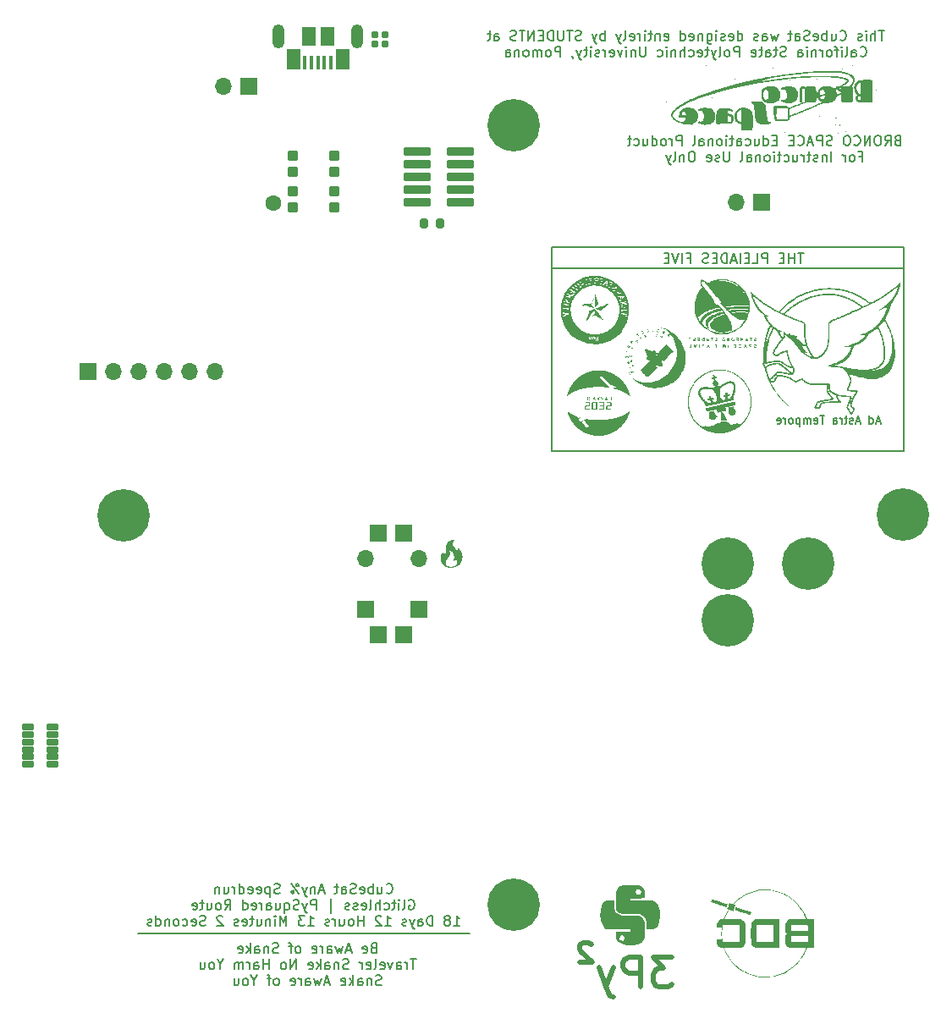
<source format=gbr>
%TF.GenerationSoftware,KiCad,Pcbnew,(6.0.7)*%
%TF.CreationDate,2023-03-27T22:24:29-07:00*%
%TF.ProjectId,FC_Board_v1,46435f42-6f61-4726-945f-76312e6b6963,rev?*%
%TF.SameCoordinates,Original*%
%TF.FileFunction,Soldermask,Bot*%
%TF.FilePolarity,Negative*%
%FSLAX46Y46*%
G04 Gerber Fmt 4.6, Leading zero omitted, Abs format (unit mm)*
G04 Created by KiCad (PCBNEW (6.0.7)) date 2023-03-27 22:24:29*
%MOMM*%
%LPD*%
G01*
G04 APERTURE LIST*
G04 Aperture macros list*
%AMRoundRect*
0 Rectangle with rounded corners*
0 $1 Rounding radius*
0 $2 $3 $4 $5 $6 $7 $8 $9 X,Y pos of 4 corners*
0 Add a 4 corners polygon primitive as box body*
4,1,4,$2,$3,$4,$5,$6,$7,$8,$9,$2,$3,0*
0 Add four circle primitives for the rounded corners*
1,1,$1+$1,$2,$3*
1,1,$1+$1,$4,$5*
1,1,$1+$1,$6,$7*
1,1,$1+$1,$8,$9*
0 Add four rect primitives between the rounded corners*
20,1,$1+$1,$2,$3,$4,$5,0*
20,1,$1+$1,$4,$5,$6,$7,0*
20,1,$1+$1,$6,$7,$8,$9,0*
20,1,$1+$1,$8,$9,$2,$3,0*%
G04 Aperture macros list end*
%ADD10C,0.150000*%
%ADD11C,0.500000*%
%ADD12C,5.250000*%
%ADD13R,1.700000X1.700000*%
%ADD14O,1.700000X1.700000*%
%ADD15RoundRect,0.050800X-0.450000X-0.450000X0.450000X-0.450000X0.450000X0.450000X-0.450000X0.450000X0*%
%ADD16R,0.450000X1.380000*%
%ADD17O,1.208000X2.416000*%
%ADD18R,1.475000X2.100000*%
%ADD19R,1.375000X1.900000*%
%ADD20RoundRect,0.800800X0.000000X0.000000X0.000000X0.000000X0.000000X0.000000X0.000000X0.000000X0*%
%ADD21RoundRect,0.050800X0.250000X0.250000X-0.250000X0.250000X-0.250000X-0.250000X0.250000X-0.250000X0*%
%ADD22RoundRect,0.200000X-0.200000X-0.275000X0.200000X-0.275000X0.200000X0.275000X-0.200000X0.275000X0*%
%ADD23RoundRect,0.050800X-1.300000X0.380000X-1.300000X-0.380000X1.300000X-0.380000X1.300000X0.380000X0*%
%ADD24RoundRect,0.050800X-0.500000X0.250000X-0.500000X-0.250000X0.500000X-0.250000X0.500000X0.250000X0*%
G04 APERTURE END LIST*
D10*
X169645800Y-105844400D02*
X204845800Y-105844400D01*
X169620800Y-85444400D02*
X169645800Y-105844400D01*
X204845800Y-105844400D02*
X204845800Y-85444400D01*
X169595800Y-87544400D02*
X204845800Y-87544400D01*
X161445800Y-154119400D02*
X128245800Y-154119400D01*
X204845800Y-85444400D02*
X169620800Y-85444400D01*
X194819609Y-86046780D02*
X194248180Y-86046780D01*
X194533895Y-87046780D02*
X194533895Y-86046780D01*
X193914847Y-87046780D02*
X193914847Y-86046780D01*
X193914847Y-86522971D02*
X193343419Y-86522971D01*
X193343419Y-87046780D02*
X193343419Y-86046780D01*
X192867228Y-86522971D02*
X192533895Y-86522971D01*
X192391038Y-87046780D02*
X192867228Y-87046780D01*
X192867228Y-86046780D01*
X192391038Y-86046780D01*
X191200561Y-87046780D02*
X191200561Y-86046780D01*
X190819609Y-86046780D01*
X190724371Y-86094400D01*
X190676752Y-86142019D01*
X190629133Y-86237257D01*
X190629133Y-86380114D01*
X190676752Y-86475352D01*
X190724371Y-86522971D01*
X190819609Y-86570590D01*
X191200561Y-86570590D01*
X189724371Y-87046780D02*
X190200561Y-87046780D01*
X190200561Y-86046780D01*
X189391038Y-86522971D02*
X189057704Y-86522971D01*
X188914847Y-87046780D02*
X189391038Y-87046780D01*
X189391038Y-86046780D01*
X188914847Y-86046780D01*
X188486276Y-87046780D02*
X188486276Y-86046780D01*
X188057704Y-86761066D02*
X187581514Y-86761066D01*
X188152942Y-87046780D02*
X187819609Y-86046780D01*
X187486276Y-87046780D01*
X187152942Y-87046780D02*
X187152942Y-86046780D01*
X186914847Y-86046780D01*
X186771990Y-86094400D01*
X186676752Y-86189638D01*
X186629133Y-86284876D01*
X186581514Y-86475352D01*
X186581514Y-86618209D01*
X186629133Y-86808685D01*
X186676752Y-86903923D01*
X186771990Y-86999161D01*
X186914847Y-87046780D01*
X187152942Y-87046780D01*
X186152942Y-86522971D02*
X185819609Y-86522971D01*
X185676752Y-87046780D02*
X186152942Y-87046780D01*
X186152942Y-86046780D01*
X185676752Y-86046780D01*
X185295800Y-86999161D02*
X185152942Y-87046780D01*
X184914847Y-87046780D01*
X184819609Y-86999161D01*
X184771990Y-86951542D01*
X184724371Y-86856304D01*
X184724371Y-86761066D01*
X184771990Y-86665828D01*
X184819609Y-86618209D01*
X184914847Y-86570590D01*
X185105323Y-86522971D01*
X185200561Y-86475352D01*
X185248180Y-86427733D01*
X185295800Y-86332495D01*
X185295800Y-86237257D01*
X185248180Y-86142019D01*
X185200561Y-86094400D01*
X185105323Y-86046780D01*
X184867228Y-86046780D01*
X184724371Y-86094400D01*
X183200561Y-86522971D02*
X183533895Y-86522971D01*
X183533895Y-87046780D02*
X183533895Y-86046780D01*
X183057704Y-86046780D01*
X182676752Y-87046780D02*
X182676752Y-86046780D01*
X182343419Y-86046780D02*
X182010085Y-87046780D01*
X181676752Y-86046780D01*
X181343419Y-86522971D02*
X181010085Y-86522971D01*
X180867228Y-87046780D02*
X181343419Y-87046780D01*
X181343419Y-86046780D01*
X180867228Y-86046780D01*
X153081514Y-150016542D02*
X153129133Y-150064161D01*
X153271990Y-150111780D01*
X153367228Y-150111780D01*
X153510085Y-150064161D01*
X153605323Y-149968923D01*
X153652942Y-149873685D01*
X153700561Y-149683209D01*
X153700561Y-149540352D01*
X153652942Y-149349876D01*
X153605323Y-149254638D01*
X153510085Y-149159400D01*
X153367228Y-149111780D01*
X153271990Y-149111780D01*
X153129133Y-149159400D01*
X153081514Y-149207019D01*
X152224371Y-149445114D02*
X152224371Y-150111780D01*
X152652942Y-149445114D02*
X152652942Y-149968923D01*
X152605323Y-150064161D01*
X152510085Y-150111780D01*
X152367228Y-150111780D01*
X152271990Y-150064161D01*
X152224371Y-150016542D01*
X151748180Y-150111780D02*
X151748180Y-149111780D01*
X151748180Y-149492733D02*
X151652942Y-149445114D01*
X151462466Y-149445114D01*
X151367228Y-149492733D01*
X151319609Y-149540352D01*
X151271990Y-149635590D01*
X151271990Y-149921304D01*
X151319609Y-150016542D01*
X151367228Y-150064161D01*
X151462466Y-150111780D01*
X151652942Y-150111780D01*
X151748180Y-150064161D01*
X150462466Y-150064161D02*
X150557704Y-150111780D01*
X150748180Y-150111780D01*
X150843419Y-150064161D01*
X150891038Y-149968923D01*
X150891038Y-149587971D01*
X150843419Y-149492733D01*
X150748180Y-149445114D01*
X150557704Y-149445114D01*
X150462466Y-149492733D01*
X150414847Y-149587971D01*
X150414847Y-149683209D01*
X150891038Y-149778447D01*
X150033895Y-150064161D02*
X149891038Y-150111780D01*
X149652942Y-150111780D01*
X149557704Y-150064161D01*
X149510085Y-150016542D01*
X149462466Y-149921304D01*
X149462466Y-149826066D01*
X149510085Y-149730828D01*
X149557704Y-149683209D01*
X149652942Y-149635590D01*
X149843419Y-149587971D01*
X149938657Y-149540352D01*
X149986276Y-149492733D01*
X150033895Y-149397495D01*
X150033895Y-149302257D01*
X149986276Y-149207019D01*
X149938657Y-149159400D01*
X149843419Y-149111780D01*
X149605323Y-149111780D01*
X149462466Y-149159400D01*
X148605323Y-150111780D02*
X148605323Y-149587971D01*
X148652942Y-149492733D01*
X148748180Y-149445114D01*
X148938657Y-149445114D01*
X149033895Y-149492733D01*
X148605323Y-150064161D02*
X148700561Y-150111780D01*
X148938657Y-150111780D01*
X149033895Y-150064161D01*
X149081514Y-149968923D01*
X149081514Y-149873685D01*
X149033895Y-149778447D01*
X148938657Y-149730828D01*
X148700561Y-149730828D01*
X148605323Y-149683209D01*
X148271990Y-149445114D02*
X147891038Y-149445114D01*
X148129133Y-149111780D02*
X148129133Y-149968923D01*
X148081514Y-150064161D01*
X147986276Y-150111780D01*
X147891038Y-150111780D01*
X146843419Y-149826066D02*
X146367228Y-149826066D01*
X146938657Y-150111780D02*
X146605323Y-149111780D01*
X146271990Y-150111780D01*
X145938657Y-149445114D02*
X145938657Y-150111780D01*
X145938657Y-149540352D02*
X145891038Y-149492733D01*
X145795800Y-149445114D01*
X145652942Y-149445114D01*
X145557704Y-149492733D01*
X145510085Y-149587971D01*
X145510085Y-150111780D01*
X145129133Y-149445114D02*
X144891038Y-150111780D01*
X144652942Y-149445114D02*
X144891038Y-150111780D01*
X144986276Y-150349876D01*
X145033895Y-150397495D01*
X145129133Y-150445114D01*
X144319609Y-150111780D02*
X143557704Y-149111780D01*
X144176752Y-149111780D02*
X144081514Y-149159400D01*
X144033895Y-149254638D01*
X144081514Y-149349876D01*
X144176752Y-149397495D01*
X144271990Y-149349876D01*
X144319609Y-149254638D01*
X144271990Y-149159400D01*
X144176752Y-149111780D01*
X143605323Y-150064161D02*
X143557704Y-149968923D01*
X143605323Y-149873685D01*
X143700561Y-149826066D01*
X143795800Y-149873685D01*
X143843419Y-149968923D01*
X143795800Y-150064161D01*
X143700561Y-150111780D01*
X143605323Y-150064161D01*
X142414847Y-150064161D02*
X142271990Y-150111780D01*
X142033895Y-150111780D01*
X141938657Y-150064161D01*
X141891038Y-150016542D01*
X141843419Y-149921304D01*
X141843419Y-149826066D01*
X141891038Y-149730828D01*
X141938657Y-149683209D01*
X142033895Y-149635590D01*
X142224371Y-149587971D01*
X142319609Y-149540352D01*
X142367228Y-149492733D01*
X142414847Y-149397495D01*
X142414847Y-149302257D01*
X142367228Y-149207019D01*
X142319609Y-149159400D01*
X142224371Y-149111780D01*
X141986276Y-149111780D01*
X141843419Y-149159400D01*
X141414847Y-149445114D02*
X141414847Y-150445114D01*
X141414847Y-149492733D02*
X141319609Y-149445114D01*
X141129133Y-149445114D01*
X141033895Y-149492733D01*
X140986276Y-149540352D01*
X140938657Y-149635590D01*
X140938657Y-149921304D01*
X140986276Y-150016542D01*
X141033895Y-150064161D01*
X141129133Y-150111780D01*
X141319609Y-150111780D01*
X141414847Y-150064161D01*
X140129133Y-150064161D02*
X140224371Y-150111780D01*
X140414847Y-150111780D01*
X140510085Y-150064161D01*
X140557704Y-149968923D01*
X140557704Y-149587971D01*
X140510085Y-149492733D01*
X140414847Y-149445114D01*
X140224371Y-149445114D01*
X140129133Y-149492733D01*
X140081514Y-149587971D01*
X140081514Y-149683209D01*
X140557704Y-149778447D01*
X139271990Y-150064161D02*
X139367228Y-150111780D01*
X139557704Y-150111780D01*
X139652942Y-150064161D01*
X139700561Y-149968923D01*
X139700561Y-149587971D01*
X139652942Y-149492733D01*
X139557704Y-149445114D01*
X139367228Y-149445114D01*
X139271990Y-149492733D01*
X139224371Y-149587971D01*
X139224371Y-149683209D01*
X139700561Y-149778447D01*
X138367228Y-150111780D02*
X138367228Y-149111780D01*
X138367228Y-150064161D02*
X138462466Y-150111780D01*
X138652942Y-150111780D01*
X138748180Y-150064161D01*
X138795800Y-150016542D01*
X138843419Y-149921304D01*
X138843419Y-149635590D01*
X138795800Y-149540352D01*
X138748180Y-149492733D01*
X138652942Y-149445114D01*
X138462466Y-149445114D01*
X138367228Y-149492733D01*
X137891038Y-150111780D02*
X137891038Y-149445114D01*
X137891038Y-149635590D02*
X137843419Y-149540352D01*
X137795800Y-149492733D01*
X137700561Y-149445114D01*
X137605323Y-149445114D01*
X136843419Y-149445114D02*
X136843419Y-150111780D01*
X137271990Y-149445114D02*
X137271990Y-149968923D01*
X137224371Y-150064161D01*
X137129133Y-150111780D01*
X136986276Y-150111780D01*
X136891038Y-150064161D01*
X136843419Y-150016542D01*
X136367228Y-149445114D02*
X136367228Y-150111780D01*
X136367228Y-149540352D02*
X136319609Y-149492733D01*
X136224371Y-149445114D01*
X136081514Y-149445114D01*
X135986276Y-149492733D01*
X135938657Y-149587971D01*
X135938657Y-150111780D01*
X155343419Y-150769400D02*
X155438657Y-150721780D01*
X155581514Y-150721780D01*
X155724371Y-150769400D01*
X155819609Y-150864638D01*
X155867228Y-150959876D01*
X155914847Y-151150352D01*
X155914847Y-151293209D01*
X155867228Y-151483685D01*
X155819609Y-151578923D01*
X155724371Y-151674161D01*
X155581514Y-151721780D01*
X155486276Y-151721780D01*
X155343419Y-151674161D01*
X155295800Y-151626542D01*
X155295800Y-151293209D01*
X155486276Y-151293209D01*
X154724371Y-151721780D02*
X154819609Y-151674161D01*
X154867228Y-151578923D01*
X154867228Y-150721780D01*
X154343419Y-151721780D02*
X154343419Y-151055114D01*
X154343419Y-150721780D02*
X154391038Y-150769400D01*
X154343419Y-150817019D01*
X154295800Y-150769400D01*
X154343419Y-150721780D01*
X154343419Y-150817019D01*
X154010085Y-151055114D02*
X153629133Y-151055114D01*
X153867228Y-150721780D02*
X153867228Y-151578923D01*
X153819609Y-151674161D01*
X153724371Y-151721780D01*
X153629133Y-151721780D01*
X152867228Y-151674161D02*
X152962466Y-151721780D01*
X153152942Y-151721780D01*
X153248180Y-151674161D01*
X153295800Y-151626542D01*
X153343419Y-151531304D01*
X153343419Y-151245590D01*
X153295800Y-151150352D01*
X153248180Y-151102733D01*
X153152942Y-151055114D01*
X152962466Y-151055114D01*
X152867228Y-151102733D01*
X152438657Y-151721780D02*
X152438657Y-150721780D01*
X152010085Y-151721780D02*
X152010085Y-151197971D01*
X152057704Y-151102733D01*
X152152942Y-151055114D01*
X152295800Y-151055114D01*
X152391038Y-151102733D01*
X152438657Y-151150352D01*
X151391038Y-151721780D02*
X151486276Y-151674161D01*
X151533895Y-151578923D01*
X151533895Y-150721780D01*
X150629133Y-151674161D02*
X150724371Y-151721780D01*
X150914847Y-151721780D01*
X151010085Y-151674161D01*
X151057704Y-151578923D01*
X151057704Y-151197971D01*
X151010085Y-151102733D01*
X150914847Y-151055114D01*
X150724371Y-151055114D01*
X150629133Y-151102733D01*
X150581514Y-151197971D01*
X150581514Y-151293209D01*
X151057704Y-151388447D01*
X150200561Y-151674161D02*
X150105323Y-151721780D01*
X149914847Y-151721780D01*
X149819609Y-151674161D01*
X149771990Y-151578923D01*
X149771990Y-151531304D01*
X149819609Y-151436066D01*
X149914847Y-151388447D01*
X150057704Y-151388447D01*
X150152942Y-151340828D01*
X150200561Y-151245590D01*
X150200561Y-151197971D01*
X150152942Y-151102733D01*
X150057704Y-151055114D01*
X149914847Y-151055114D01*
X149819609Y-151102733D01*
X149391038Y-151674161D02*
X149295800Y-151721780D01*
X149105323Y-151721780D01*
X149010085Y-151674161D01*
X148962466Y-151578923D01*
X148962466Y-151531304D01*
X149010085Y-151436066D01*
X149105323Y-151388447D01*
X149248180Y-151388447D01*
X149343419Y-151340828D01*
X149391038Y-151245590D01*
X149391038Y-151197971D01*
X149343419Y-151102733D01*
X149248180Y-151055114D01*
X149105323Y-151055114D01*
X149010085Y-151102733D01*
X147533895Y-152055114D02*
X147533895Y-150626542D01*
X146057704Y-151721780D02*
X146057704Y-150721780D01*
X145676752Y-150721780D01*
X145581514Y-150769400D01*
X145533895Y-150817019D01*
X145486276Y-150912257D01*
X145486276Y-151055114D01*
X145533895Y-151150352D01*
X145581514Y-151197971D01*
X145676752Y-151245590D01*
X146057704Y-151245590D01*
X145152942Y-151055114D02*
X144914847Y-151721780D01*
X144676752Y-151055114D02*
X144914847Y-151721780D01*
X145010085Y-151959876D01*
X145057704Y-152007495D01*
X145152942Y-152055114D01*
X144343419Y-151674161D02*
X144200561Y-151721780D01*
X143962466Y-151721780D01*
X143867228Y-151674161D01*
X143819609Y-151626542D01*
X143771990Y-151531304D01*
X143771990Y-151436066D01*
X143819609Y-151340828D01*
X143867228Y-151293209D01*
X143962466Y-151245590D01*
X144152942Y-151197971D01*
X144248180Y-151150352D01*
X144295800Y-151102733D01*
X144343419Y-151007495D01*
X144343419Y-150912257D01*
X144295800Y-150817019D01*
X144248180Y-150769400D01*
X144152942Y-150721780D01*
X143914847Y-150721780D01*
X143771990Y-150769400D01*
X142914847Y-151055114D02*
X142914847Y-152055114D01*
X142914847Y-151674161D02*
X143010085Y-151721780D01*
X143200561Y-151721780D01*
X143295800Y-151674161D01*
X143343419Y-151626542D01*
X143391038Y-151531304D01*
X143391038Y-151245590D01*
X143343419Y-151150352D01*
X143295800Y-151102733D01*
X143200561Y-151055114D01*
X143010085Y-151055114D01*
X142914847Y-151102733D01*
X142010085Y-151055114D02*
X142010085Y-151721780D01*
X142438657Y-151055114D02*
X142438657Y-151578923D01*
X142391038Y-151674161D01*
X142295800Y-151721780D01*
X142152942Y-151721780D01*
X142057704Y-151674161D01*
X142010085Y-151626542D01*
X141105323Y-151721780D02*
X141105323Y-151197971D01*
X141152942Y-151102733D01*
X141248180Y-151055114D01*
X141438657Y-151055114D01*
X141533895Y-151102733D01*
X141105323Y-151674161D02*
X141200561Y-151721780D01*
X141438657Y-151721780D01*
X141533895Y-151674161D01*
X141581514Y-151578923D01*
X141581514Y-151483685D01*
X141533895Y-151388447D01*
X141438657Y-151340828D01*
X141200561Y-151340828D01*
X141105323Y-151293209D01*
X140629133Y-151721780D02*
X140629133Y-151055114D01*
X140629133Y-151245590D02*
X140581514Y-151150352D01*
X140533895Y-151102733D01*
X140438657Y-151055114D01*
X140343419Y-151055114D01*
X139629133Y-151674161D02*
X139724371Y-151721780D01*
X139914847Y-151721780D01*
X140010085Y-151674161D01*
X140057704Y-151578923D01*
X140057704Y-151197971D01*
X140010085Y-151102733D01*
X139914847Y-151055114D01*
X139724371Y-151055114D01*
X139629133Y-151102733D01*
X139581514Y-151197971D01*
X139581514Y-151293209D01*
X140057704Y-151388447D01*
X138724371Y-151721780D02*
X138724371Y-150721780D01*
X138724371Y-151674161D02*
X138819609Y-151721780D01*
X139010085Y-151721780D01*
X139105323Y-151674161D01*
X139152942Y-151626542D01*
X139200561Y-151531304D01*
X139200561Y-151245590D01*
X139152942Y-151150352D01*
X139105323Y-151102733D01*
X139010085Y-151055114D01*
X138819609Y-151055114D01*
X138724371Y-151102733D01*
X136914847Y-151721780D02*
X137248180Y-151245590D01*
X137486276Y-151721780D02*
X137486276Y-150721780D01*
X137105323Y-150721780D01*
X137010085Y-150769400D01*
X136962466Y-150817019D01*
X136914847Y-150912257D01*
X136914847Y-151055114D01*
X136962466Y-151150352D01*
X137010085Y-151197971D01*
X137105323Y-151245590D01*
X137486276Y-151245590D01*
X136343419Y-151721780D02*
X136438657Y-151674161D01*
X136486276Y-151626542D01*
X136533895Y-151531304D01*
X136533895Y-151245590D01*
X136486276Y-151150352D01*
X136438657Y-151102733D01*
X136343419Y-151055114D01*
X136200561Y-151055114D01*
X136105323Y-151102733D01*
X136057704Y-151150352D01*
X136010085Y-151245590D01*
X136010085Y-151531304D01*
X136057704Y-151626542D01*
X136105323Y-151674161D01*
X136200561Y-151721780D01*
X136343419Y-151721780D01*
X135152942Y-151055114D02*
X135152942Y-151721780D01*
X135581514Y-151055114D02*
X135581514Y-151578923D01*
X135533895Y-151674161D01*
X135438657Y-151721780D01*
X135295800Y-151721780D01*
X135200561Y-151674161D01*
X135152942Y-151626542D01*
X134819609Y-151055114D02*
X134438657Y-151055114D01*
X134676752Y-150721780D02*
X134676752Y-151578923D01*
X134629133Y-151674161D01*
X134533895Y-151721780D01*
X134438657Y-151721780D01*
X133724371Y-151674161D02*
X133819609Y-151721780D01*
X134010085Y-151721780D01*
X134105323Y-151674161D01*
X134152942Y-151578923D01*
X134152942Y-151197971D01*
X134105323Y-151102733D01*
X134010085Y-151055114D01*
X133819609Y-151055114D01*
X133724371Y-151102733D01*
X133676752Y-151197971D01*
X133676752Y-151293209D01*
X134152942Y-151388447D01*
X159843419Y-153331780D02*
X160414847Y-153331780D01*
X160129133Y-153331780D02*
X160129133Y-152331780D01*
X160224371Y-152474638D01*
X160319609Y-152569876D01*
X160414847Y-152617495D01*
X159271990Y-152760352D02*
X159367228Y-152712733D01*
X159414847Y-152665114D01*
X159462466Y-152569876D01*
X159462466Y-152522257D01*
X159414847Y-152427019D01*
X159367228Y-152379400D01*
X159271990Y-152331780D01*
X159081514Y-152331780D01*
X158986276Y-152379400D01*
X158938657Y-152427019D01*
X158891038Y-152522257D01*
X158891038Y-152569876D01*
X158938657Y-152665114D01*
X158986276Y-152712733D01*
X159081514Y-152760352D01*
X159271990Y-152760352D01*
X159367228Y-152807971D01*
X159414847Y-152855590D01*
X159462466Y-152950828D01*
X159462466Y-153141304D01*
X159414847Y-153236542D01*
X159367228Y-153284161D01*
X159271990Y-153331780D01*
X159081514Y-153331780D01*
X158986276Y-153284161D01*
X158938657Y-153236542D01*
X158891038Y-153141304D01*
X158891038Y-152950828D01*
X158938657Y-152855590D01*
X158986276Y-152807971D01*
X159081514Y-152760352D01*
X157700561Y-153331780D02*
X157700561Y-152331780D01*
X157462466Y-152331780D01*
X157319609Y-152379400D01*
X157224371Y-152474638D01*
X157176752Y-152569876D01*
X157129133Y-152760352D01*
X157129133Y-152903209D01*
X157176752Y-153093685D01*
X157224371Y-153188923D01*
X157319609Y-153284161D01*
X157462466Y-153331780D01*
X157700561Y-153331780D01*
X156271990Y-153331780D02*
X156271990Y-152807971D01*
X156319609Y-152712733D01*
X156414847Y-152665114D01*
X156605323Y-152665114D01*
X156700561Y-152712733D01*
X156271990Y-153284161D02*
X156367228Y-153331780D01*
X156605323Y-153331780D01*
X156700561Y-153284161D01*
X156748180Y-153188923D01*
X156748180Y-153093685D01*
X156700561Y-152998447D01*
X156605323Y-152950828D01*
X156367228Y-152950828D01*
X156271990Y-152903209D01*
X155891038Y-152665114D02*
X155652942Y-153331780D01*
X155414847Y-152665114D02*
X155652942Y-153331780D01*
X155748180Y-153569876D01*
X155795800Y-153617495D01*
X155891038Y-153665114D01*
X155081514Y-153284161D02*
X154986276Y-153331780D01*
X154795800Y-153331780D01*
X154700561Y-153284161D01*
X154652942Y-153188923D01*
X154652942Y-153141304D01*
X154700561Y-153046066D01*
X154795800Y-152998447D01*
X154938657Y-152998447D01*
X155033895Y-152950828D01*
X155081514Y-152855590D01*
X155081514Y-152807971D01*
X155033895Y-152712733D01*
X154938657Y-152665114D01*
X154795800Y-152665114D01*
X154700561Y-152712733D01*
X152938657Y-153331780D02*
X153510085Y-153331780D01*
X153224371Y-153331780D02*
X153224371Y-152331780D01*
X153319609Y-152474638D01*
X153414847Y-152569876D01*
X153510085Y-152617495D01*
X152557704Y-152427019D02*
X152510085Y-152379400D01*
X152414847Y-152331780D01*
X152176752Y-152331780D01*
X152081514Y-152379400D01*
X152033895Y-152427019D01*
X151986276Y-152522257D01*
X151986276Y-152617495D01*
X152033895Y-152760352D01*
X152605323Y-153331780D01*
X151986276Y-153331780D01*
X150795800Y-153331780D02*
X150795800Y-152331780D01*
X150795800Y-152807971D02*
X150224371Y-152807971D01*
X150224371Y-153331780D02*
X150224371Y-152331780D01*
X149605323Y-153331780D02*
X149700561Y-153284161D01*
X149748180Y-153236542D01*
X149795800Y-153141304D01*
X149795800Y-152855590D01*
X149748180Y-152760352D01*
X149700561Y-152712733D01*
X149605323Y-152665114D01*
X149462466Y-152665114D01*
X149367228Y-152712733D01*
X149319609Y-152760352D01*
X149271990Y-152855590D01*
X149271990Y-153141304D01*
X149319609Y-153236542D01*
X149367228Y-153284161D01*
X149462466Y-153331780D01*
X149605323Y-153331780D01*
X148414847Y-152665114D02*
X148414847Y-153331780D01*
X148843419Y-152665114D02*
X148843419Y-153188923D01*
X148795800Y-153284161D01*
X148700561Y-153331780D01*
X148557704Y-153331780D01*
X148462466Y-153284161D01*
X148414847Y-153236542D01*
X147938657Y-153331780D02*
X147938657Y-152665114D01*
X147938657Y-152855590D02*
X147891038Y-152760352D01*
X147843419Y-152712733D01*
X147748180Y-152665114D01*
X147652942Y-152665114D01*
X147367228Y-153284161D02*
X147271990Y-153331780D01*
X147081514Y-153331780D01*
X146986276Y-153284161D01*
X146938657Y-153188923D01*
X146938657Y-153141304D01*
X146986276Y-153046066D01*
X147081514Y-152998447D01*
X147224371Y-152998447D01*
X147319609Y-152950828D01*
X147367228Y-152855590D01*
X147367228Y-152807971D01*
X147319609Y-152712733D01*
X147224371Y-152665114D01*
X147081514Y-152665114D01*
X146986276Y-152712733D01*
X145224371Y-153331780D02*
X145795800Y-153331780D01*
X145510085Y-153331780D02*
X145510085Y-152331780D01*
X145605323Y-152474638D01*
X145700561Y-152569876D01*
X145795800Y-152617495D01*
X144891038Y-152331780D02*
X144271990Y-152331780D01*
X144605323Y-152712733D01*
X144462466Y-152712733D01*
X144367228Y-152760352D01*
X144319609Y-152807971D01*
X144271990Y-152903209D01*
X144271990Y-153141304D01*
X144319609Y-153236542D01*
X144367228Y-153284161D01*
X144462466Y-153331780D01*
X144748180Y-153331780D01*
X144843419Y-153284161D01*
X144891038Y-153236542D01*
X143081514Y-153331780D02*
X143081514Y-152331780D01*
X142748180Y-153046066D01*
X142414847Y-152331780D01*
X142414847Y-153331780D01*
X141938657Y-153331780D02*
X141938657Y-152665114D01*
X141938657Y-152331780D02*
X141986276Y-152379400D01*
X141938657Y-152427019D01*
X141891038Y-152379400D01*
X141938657Y-152331780D01*
X141938657Y-152427019D01*
X141462466Y-152665114D02*
X141462466Y-153331780D01*
X141462466Y-152760352D02*
X141414847Y-152712733D01*
X141319609Y-152665114D01*
X141176752Y-152665114D01*
X141081514Y-152712733D01*
X141033895Y-152807971D01*
X141033895Y-153331780D01*
X140129133Y-152665114D02*
X140129133Y-153331780D01*
X140557704Y-152665114D02*
X140557704Y-153188923D01*
X140510085Y-153284161D01*
X140414847Y-153331780D01*
X140271990Y-153331780D01*
X140176752Y-153284161D01*
X140129133Y-153236542D01*
X139795800Y-152665114D02*
X139414847Y-152665114D01*
X139652942Y-152331780D02*
X139652942Y-153188923D01*
X139605323Y-153284161D01*
X139510085Y-153331780D01*
X139414847Y-153331780D01*
X138700561Y-153284161D02*
X138795800Y-153331780D01*
X138986276Y-153331780D01*
X139081514Y-153284161D01*
X139129133Y-153188923D01*
X139129133Y-152807971D01*
X139081514Y-152712733D01*
X138986276Y-152665114D01*
X138795800Y-152665114D01*
X138700561Y-152712733D01*
X138652942Y-152807971D01*
X138652942Y-152903209D01*
X139129133Y-152998447D01*
X138271990Y-153284161D02*
X138176752Y-153331780D01*
X137986276Y-153331780D01*
X137891038Y-153284161D01*
X137843419Y-153188923D01*
X137843419Y-153141304D01*
X137891038Y-153046066D01*
X137986276Y-152998447D01*
X138129133Y-152998447D01*
X138224371Y-152950828D01*
X138271990Y-152855590D01*
X138271990Y-152807971D01*
X138224371Y-152712733D01*
X138129133Y-152665114D01*
X137986276Y-152665114D01*
X137891038Y-152712733D01*
X136700561Y-152427019D02*
X136652942Y-152379400D01*
X136557704Y-152331780D01*
X136319609Y-152331780D01*
X136224371Y-152379400D01*
X136176752Y-152427019D01*
X136129133Y-152522257D01*
X136129133Y-152617495D01*
X136176752Y-152760352D01*
X136748180Y-153331780D01*
X136129133Y-153331780D01*
X134986276Y-153284161D02*
X134843419Y-153331780D01*
X134605323Y-153331780D01*
X134510085Y-153284161D01*
X134462466Y-153236542D01*
X134414847Y-153141304D01*
X134414847Y-153046066D01*
X134462466Y-152950828D01*
X134510085Y-152903209D01*
X134605323Y-152855590D01*
X134795800Y-152807971D01*
X134891038Y-152760352D01*
X134938657Y-152712733D01*
X134986276Y-152617495D01*
X134986276Y-152522257D01*
X134938657Y-152427019D01*
X134891038Y-152379400D01*
X134795800Y-152331780D01*
X134557704Y-152331780D01*
X134414847Y-152379400D01*
X133605323Y-153284161D02*
X133700561Y-153331780D01*
X133891038Y-153331780D01*
X133986276Y-153284161D01*
X134033895Y-153188923D01*
X134033895Y-152807971D01*
X133986276Y-152712733D01*
X133891038Y-152665114D01*
X133700561Y-152665114D01*
X133605323Y-152712733D01*
X133557704Y-152807971D01*
X133557704Y-152903209D01*
X134033895Y-152998447D01*
X132700561Y-153284161D02*
X132795800Y-153331780D01*
X132986276Y-153331780D01*
X133081514Y-153284161D01*
X133129133Y-153236542D01*
X133176752Y-153141304D01*
X133176752Y-152855590D01*
X133129133Y-152760352D01*
X133081514Y-152712733D01*
X132986276Y-152665114D01*
X132795800Y-152665114D01*
X132700561Y-152712733D01*
X132129133Y-153331780D02*
X132224371Y-153284161D01*
X132271990Y-153236542D01*
X132319609Y-153141304D01*
X132319609Y-152855590D01*
X132271990Y-152760352D01*
X132224371Y-152712733D01*
X132129133Y-152665114D01*
X131986276Y-152665114D01*
X131891038Y-152712733D01*
X131843419Y-152760352D01*
X131795800Y-152855590D01*
X131795800Y-153141304D01*
X131843419Y-153236542D01*
X131891038Y-153284161D01*
X131986276Y-153331780D01*
X132129133Y-153331780D01*
X131367228Y-152665114D02*
X131367228Y-153331780D01*
X131367228Y-152760352D02*
X131319609Y-152712733D01*
X131224371Y-152665114D01*
X131081514Y-152665114D01*
X130986276Y-152712733D01*
X130938657Y-152807971D01*
X130938657Y-153331780D01*
X130033895Y-153331780D02*
X130033895Y-152331780D01*
X130033895Y-153284161D02*
X130129133Y-153331780D01*
X130319609Y-153331780D01*
X130414847Y-153284161D01*
X130462466Y-153236542D01*
X130510085Y-153141304D01*
X130510085Y-152855590D01*
X130462466Y-152760352D01*
X130414847Y-152712733D01*
X130319609Y-152665114D01*
X130129133Y-152665114D01*
X130033895Y-152712733D01*
X129605323Y-153284161D02*
X129510085Y-153331780D01*
X129319609Y-153331780D01*
X129224371Y-153284161D01*
X129176752Y-153188923D01*
X129176752Y-153141304D01*
X129224371Y-153046066D01*
X129319609Y-152998447D01*
X129462466Y-152998447D01*
X129557704Y-152950828D01*
X129605323Y-152855590D01*
X129605323Y-152807971D01*
X129557704Y-152712733D01*
X129462466Y-152665114D01*
X129319609Y-152665114D01*
X129224371Y-152712733D01*
X202902942Y-63766780D02*
X202331514Y-63766780D01*
X202617228Y-64766780D02*
X202617228Y-63766780D01*
X201998180Y-64766780D02*
X201998180Y-63766780D01*
X201569609Y-64766780D02*
X201569609Y-64242971D01*
X201617228Y-64147733D01*
X201712466Y-64100114D01*
X201855323Y-64100114D01*
X201950561Y-64147733D01*
X201998180Y-64195352D01*
X201093419Y-64766780D02*
X201093419Y-64100114D01*
X201093419Y-63766780D02*
X201141038Y-63814400D01*
X201093419Y-63862019D01*
X201045800Y-63814400D01*
X201093419Y-63766780D01*
X201093419Y-63862019D01*
X200664847Y-64719161D02*
X200569609Y-64766780D01*
X200379133Y-64766780D01*
X200283895Y-64719161D01*
X200236276Y-64623923D01*
X200236276Y-64576304D01*
X200283895Y-64481066D01*
X200379133Y-64433447D01*
X200521990Y-64433447D01*
X200617228Y-64385828D01*
X200664847Y-64290590D01*
X200664847Y-64242971D01*
X200617228Y-64147733D01*
X200521990Y-64100114D01*
X200379133Y-64100114D01*
X200283895Y-64147733D01*
X198474371Y-64671542D02*
X198521990Y-64719161D01*
X198664847Y-64766780D01*
X198760085Y-64766780D01*
X198902942Y-64719161D01*
X198998180Y-64623923D01*
X199045800Y-64528685D01*
X199093419Y-64338209D01*
X199093419Y-64195352D01*
X199045800Y-64004876D01*
X198998180Y-63909638D01*
X198902942Y-63814400D01*
X198760085Y-63766780D01*
X198664847Y-63766780D01*
X198521990Y-63814400D01*
X198474371Y-63862019D01*
X197617228Y-64100114D02*
X197617228Y-64766780D01*
X198045800Y-64100114D02*
X198045800Y-64623923D01*
X197998180Y-64719161D01*
X197902942Y-64766780D01*
X197760085Y-64766780D01*
X197664847Y-64719161D01*
X197617228Y-64671542D01*
X197141038Y-64766780D02*
X197141038Y-63766780D01*
X197141038Y-64147733D02*
X197045800Y-64100114D01*
X196855323Y-64100114D01*
X196760085Y-64147733D01*
X196712466Y-64195352D01*
X196664847Y-64290590D01*
X196664847Y-64576304D01*
X196712466Y-64671542D01*
X196760085Y-64719161D01*
X196855323Y-64766780D01*
X197045800Y-64766780D01*
X197141038Y-64719161D01*
X195855323Y-64719161D02*
X195950561Y-64766780D01*
X196141038Y-64766780D01*
X196236276Y-64719161D01*
X196283895Y-64623923D01*
X196283895Y-64242971D01*
X196236276Y-64147733D01*
X196141038Y-64100114D01*
X195950561Y-64100114D01*
X195855323Y-64147733D01*
X195807704Y-64242971D01*
X195807704Y-64338209D01*
X196283895Y-64433447D01*
X195426752Y-64719161D02*
X195283895Y-64766780D01*
X195045800Y-64766780D01*
X194950561Y-64719161D01*
X194902942Y-64671542D01*
X194855323Y-64576304D01*
X194855323Y-64481066D01*
X194902942Y-64385828D01*
X194950561Y-64338209D01*
X195045800Y-64290590D01*
X195236276Y-64242971D01*
X195331514Y-64195352D01*
X195379133Y-64147733D01*
X195426752Y-64052495D01*
X195426752Y-63957257D01*
X195379133Y-63862019D01*
X195331514Y-63814400D01*
X195236276Y-63766780D01*
X194998180Y-63766780D01*
X194855323Y-63814400D01*
X193998180Y-64766780D02*
X193998180Y-64242971D01*
X194045800Y-64147733D01*
X194141038Y-64100114D01*
X194331514Y-64100114D01*
X194426752Y-64147733D01*
X193998180Y-64719161D02*
X194093419Y-64766780D01*
X194331514Y-64766780D01*
X194426752Y-64719161D01*
X194474371Y-64623923D01*
X194474371Y-64528685D01*
X194426752Y-64433447D01*
X194331514Y-64385828D01*
X194093419Y-64385828D01*
X193998180Y-64338209D01*
X193664847Y-64100114D02*
X193283895Y-64100114D01*
X193521990Y-63766780D02*
X193521990Y-64623923D01*
X193474371Y-64719161D01*
X193379133Y-64766780D01*
X193283895Y-64766780D01*
X192283895Y-64100114D02*
X192093419Y-64766780D01*
X191902942Y-64290590D01*
X191712466Y-64766780D01*
X191521990Y-64100114D01*
X190712466Y-64766780D02*
X190712466Y-64242971D01*
X190760085Y-64147733D01*
X190855323Y-64100114D01*
X191045800Y-64100114D01*
X191141038Y-64147733D01*
X190712466Y-64719161D02*
X190807704Y-64766780D01*
X191045800Y-64766780D01*
X191141038Y-64719161D01*
X191188657Y-64623923D01*
X191188657Y-64528685D01*
X191141038Y-64433447D01*
X191045800Y-64385828D01*
X190807704Y-64385828D01*
X190712466Y-64338209D01*
X190283895Y-64719161D02*
X190188657Y-64766780D01*
X189998180Y-64766780D01*
X189902942Y-64719161D01*
X189855323Y-64623923D01*
X189855323Y-64576304D01*
X189902942Y-64481066D01*
X189998180Y-64433447D01*
X190141038Y-64433447D01*
X190236276Y-64385828D01*
X190283895Y-64290590D01*
X190283895Y-64242971D01*
X190236276Y-64147733D01*
X190141038Y-64100114D01*
X189998180Y-64100114D01*
X189902942Y-64147733D01*
X188236276Y-64766780D02*
X188236276Y-63766780D01*
X188236276Y-64719161D02*
X188331514Y-64766780D01*
X188521990Y-64766780D01*
X188617228Y-64719161D01*
X188664847Y-64671542D01*
X188712466Y-64576304D01*
X188712466Y-64290590D01*
X188664847Y-64195352D01*
X188617228Y-64147733D01*
X188521990Y-64100114D01*
X188331514Y-64100114D01*
X188236276Y-64147733D01*
X187379133Y-64719161D02*
X187474371Y-64766780D01*
X187664847Y-64766780D01*
X187760085Y-64719161D01*
X187807704Y-64623923D01*
X187807704Y-64242971D01*
X187760085Y-64147733D01*
X187664847Y-64100114D01*
X187474371Y-64100114D01*
X187379133Y-64147733D01*
X187331514Y-64242971D01*
X187331514Y-64338209D01*
X187807704Y-64433447D01*
X186950561Y-64719161D02*
X186855323Y-64766780D01*
X186664847Y-64766780D01*
X186569609Y-64719161D01*
X186521990Y-64623923D01*
X186521990Y-64576304D01*
X186569609Y-64481066D01*
X186664847Y-64433447D01*
X186807704Y-64433447D01*
X186902942Y-64385828D01*
X186950561Y-64290590D01*
X186950561Y-64242971D01*
X186902942Y-64147733D01*
X186807704Y-64100114D01*
X186664847Y-64100114D01*
X186569609Y-64147733D01*
X186093419Y-64766780D02*
X186093419Y-64100114D01*
X186093419Y-63766780D02*
X186141038Y-63814400D01*
X186093419Y-63862019D01*
X186045800Y-63814400D01*
X186093419Y-63766780D01*
X186093419Y-63862019D01*
X185188657Y-64100114D02*
X185188657Y-64909638D01*
X185236276Y-65004876D01*
X185283895Y-65052495D01*
X185379133Y-65100114D01*
X185521990Y-65100114D01*
X185617228Y-65052495D01*
X185188657Y-64719161D02*
X185283895Y-64766780D01*
X185474371Y-64766780D01*
X185569609Y-64719161D01*
X185617228Y-64671542D01*
X185664847Y-64576304D01*
X185664847Y-64290590D01*
X185617228Y-64195352D01*
X185569609Y-64147733D01*
X185474371Y-64100114D01*
X185283895Y-64100114D01*
X185188657Y-64147733D01*
X184712466Y-64100114D02*
X184712466Y-64766780D01*
X184712466Y-64195352D02*
X184664847Y-64147733D01*
X184569609Y-64100114D01*
X184426752Y-64100114D01*
X184331514Y-64147733D01*
X184283895Y-64242971D01*
X184283895Y-64766780D01*
X183426752Y-64719161D02*
X183521990Y-64766780D01*
X183712466Y-64766780D01*
X183807704Y-64719161D01*
X183855323Y-64623923D01*
X183855323Y-64242971D01*
X183807704Y-64147733D01*
X183712466Y-64100114D01*
X183521990Y-64100114D01*
X183426752Y-64147733D01*
X183379133Y-64242971D01*
X183379133Y-64338209D01*
X183855323Y-64433447D01*
X182521990Y-64766780D02*
X182521990Y-63766780D01*
X182521990Y-64719161D02*
X182617228Y-64766780D01*
X182807704Y-64766780D01*
X182902942Y-64719161D01*
X182950561Y-64671542D01*
X182998180Y-64576304D01*
X182998180Y-64290590D01*
X182950561Y-64195352D01*
X182902942Y-64147733D01*
X182807704Y-64100114D01*
X182617228Y-64100114D01*
X182521990Y-64147733D01*
X180902942Y-64719161D02*
X180998180Y-64766780D01*
X181188657Y-64766780D01*
X181283895Y-64719161D01*
X181331514Y-64623923D01*
X181331514Y-64242971D01*
X181283895Y-64147733D01*
X181188657Y-64100114D01*
X180998180Y-64100114D01*
X180902942Y-64147733D01*
X180855323Y-64242971D01*
X180855323Y-64338209D01*
X181331514Y-64433447D01*
X180426752Y-64100114D02*
X180426752Y-64766780D01*
X180426752Y-64195352D02*
X180379133Y-64147733D01*
X180283895Y-64100114D01*
X180141038Y-64100114D01*
X180045800Y-64147733D01*
X179998180Y-64242971D01*
X179998180Y-64766780D01*
X179664847Y-64100114D02*
X179283895Y-64100114D01*
X179521990Y-63766780D02*
X179521990Y-64623923D01*
X179474371Y-64719161D01*
X179379133Y-64766780D01*
X179283895Y-64766780D01*
X178950561Y-64766780D02*
X178950561Y-64100114D01*
X178950561Y-63766780D02*
X178998180Y-63814400D01*
X178950561Y-63862019D01*
X178902942Y-63814400D01*
X178950561Y-63766780D01*
X178950561Y-63862019D01*
X178474371Y-64766780D02*
X178474371Y-64100114D01*
X178474371Y-64290590D02*
X178426752Y-64195352D01*
X178379133Y-64147733D01*
X178283895Y-64100114D01*
X178188657Y-64100114D01*
X177474371Y-64719161D02*
X177569609Y-64766780D01*
X177760085Y-64766780D01*
X177855323Y-64719161D01*
X177902942Y-64623923D01*
X177902942Y-64242971D01*
X177855323Y-64147733D01*
X177760085Y-64100114D01*
X177569609Y-64100114D01*
X177474371Y-64147733D01*
X177426752Y-64242971D01*
X177426752Y-64338209D01*
X177902942Y-64433447D01*
X176855323Y-64766780D02*
X176950561Y-64719161D01*
X176998180Y-64623923D01*
X176998180Y-63766780D01*
X176569609Y-64100114D02*
X176331514Y-64766780D01*
X176093419Y-64100114D02*
X176331514Y-64766780D01*
X176426752Y-65004876D01*
X176474371Y-65052495D01*
X176569609Y-65100114D01*
X174950561Y-64766780D02*
X174950561Y-63766780D01*
X174950561Y-64147733D02*
X174855323Y-64100114D01*
X174664847Y-64100114D01*
X174569609Y-64147733D01*
X174521990Y-64195352D01*
X174474371Y-64290590D01*
X174474371Y-64576304D01*
X174521990Y-64671542D01*
X174569609Y-64719161D01*
X174664847Y-64766780D01*
X174855323Y-64766780D01*
X174950561Y-64719161D01*
X174141038Y-64100114D02*
X173902942Y-64766780D01*
X173664847Y-64100114D02*
X173902942Y-64766780D01*
X173998180Y-65004876D01*
X174045800Y-65052495D01*
X174141038Y-65100114D01*
X172569609Y-64719161D02*
X172426752Y-64766780D01*
X172188657Y-64766780D01*
X172093419Y-64719161D01*
X172045800Y-64671542D01*
X171998180Y-64576304D01*
X171998180Y-64481066D01*
X172045800Y-64385828D01*
X172093419Y-64338209D01*
X172188657Y-64290590D01*
X172379133Y-64242971D01*
X172474371Y-64195352D01*
X172521990Y-64147733D01*
X172569609Y-64052495D01*
X172569609Y-63957257D01*
X172521990Y-63862019D01*
X172474371Y-63814400D01*
X172379133Y-63766780D01*
X172141038Y-63766780D01*
X171998180Y-63814400D01*
X171712466Y-63766780D02*
X171141038Y-63766780D01*
X171426752Y-64766780D02*
X171426752Y-63766780D01*
X170807704Y-63766780D02*
X170807704Y-64576304D01*
X170760085Y-64671542D01*
X170712466Y-64719161D01*
X170617228Y-64766780D01*
X170426752Y-64766780D01*
X170331514Y-64719161D01*
X170283895Y-64671542D01*
X170236276Y-64576304D01*
X170236276Y-63766780D01*
X169760085Y-64766780D02*
X169760085Y-63766780D01*
X169521990Y-63766780D01*
X169379133Y-63814400D01*
X169283895Y-63909638D01*
X169236276Y-64004876D01*
X169188657Y-64195352D01*
X169188657Y-64338209D01*
X169236276Y-64528685D01*
X169283895Y-64623923D01*
X169379133Y-64719161D01*
X169521990Y-64766780D01*
X169760085Y-64766780D01*
X168760085Y-64242971D02*
X168426752Y-64242971D01*
X168283895Y-64766780D02*
X168760085Y-64766780D01*
X168760085Y-63766780D01*
X168283895Y-63766780D01*
X167855323Y-64766780D02*
X167855323Y-63766780D01*
X167283895Y-64766780D01*
X167283895Y-63766780D01*
X166950561Y-63766780D02*
X166379133Y-63766780D01*
X166664847Y-64766780D02*
X166664847Y-63766780D01*
X166093419Y-64719161D02*
X165950561Y-64766780D01*
X165712466Y-64766780D01*
X165617228Y-64719161D01*
X165569609Y-64671542D01*
X165521990Y-64576304D01*
X165521990Y-64481066D01*
X165569609Y-64385828D01*
X165617228Y-64338209D01*
X165712466Y-64290590D01*
X165902942Y-64242971D01*
X165998180Y-64195352D01*
X166045800Y-64147733D01*
X166093419Y-64052495D01*
X166093419Y-63957257D01*
X166045800Y-63862019D01*
X165998180Y-63814400D01*
X165902942Y-63766780D01*
X165664847Y-63766780D01*
X165521990Y-63814400D01*
X163902942Y-64766780D02*
X163902942Y-64242971D01*
X163950561Y-64147733D01*
X164045800Y-64100114D01*
X164236276Y-64100114D01*
X164331514Y-64147733D01*
X163902942Y-64719161D02*
X163998180Y-64766780D01*
X164236276Y-64766780D01*
X164331514Y-64719161D01*
X164379133Y-64623923D01*
X164379133Y-64528685D01*
X164331514Y-64433447D01*
X164236276Y-64385828D01*
X163998180Y-64385828D01*
X163902942Y-64338209D01*
X163569609Y-64100114D02*
X163188657Y-64100114D01*
X163426752Y-63766780D02*
X163426752Y-64623923D01*
X163379133Y-64719161D01*
X163283895Y-64766780D01*
X163188657Y-64766780D01*
X200498180Y-66281542D02*
X200545800Y-66329161D01*
X200688657Y-66376780D01*
X200783895Y-66376780D01*
X200926752Y-66329161D01*
X201021990Y-66233923D01*
X201069609Y-66138685D01*
X201117228Y-65948209D01*
X201117228Y-65805352D01*
X201069609Y-65614876D01*
X201021990Y-65519638D01*
X200926752Y-65424400D01*
X200783895Y-65376780D01*
X200688657Y-65376780D01*
X200545800Y-65424400D01*
X200498180Y-65472019D01*
X199641038Y-66376780D02*
X199641038Y-65852971D01*
X199688657Y-65757733D01*
X199783895Y-65710114D01*
X199974371Y-65710114D01*
X200069609Y-65757733D01*
X199641038Y-66329161D02*
X199736276Y-66376780D01*
X199974371Y-66376780D01*
X200069609Y-66329161D01*
X200117228Y-66233923D01*
X200117228Y-66138685D01*
X200069609Y-66043447D01*
X199974371Y-65995828D01*
X199736276Y-65995828D01*
X199641038Y-65948209D01*
X199021990Y-66376780D02*
X199117228Y-66329161D01*
X199164847Y-66233923D01*
X199164847Y-65376780D01*
X198641038Y-66376780D02*
X198641038Y-65710114D01*
X198641038Y-65376780D02*
X198688657Y-65424400D01*
X198641038Y-65472019D01*
X198593419Y-65424400D01*
X198641038Y-65376780D01*
X198641038Y-65472019D01*
X198307704Y-65710114D02*
X197926752Y-65710114D01*
X198164847Y-66376780D02*
X198164847Y-65519638D01*
X198117228Y-65424400D01*
X198021990Y-65376780D01*
X197926752Y-65376780D01*
X197450561Y-66376780D02*
X197545800Y-66329161D01*
X197593419Y-66281542D01*
X197641038Y-66186304D01*
X197641038Y-65900590D01*
X197593419Y-65805352D01*
X197545800Y-65757733D01*
X197450561Y-65710114D01*
X197307704Y-65710114D01*
X197212466Y-65757733D01*
X197164847Y-65805352D01*
X197117228Y-65900590D01*
X197117228Y-66186304D01*
X197164847Y-66281542D01*
X197212466Y-66329161D01*
X197307704Y-66376780D01*
X197450561Y-66376780D01*
X196688657Y-66376780D02*
X196688657Y-65710114D01*
X196688657Y-65900590D02*
X196641038Y-65805352D01*
X196593419Y-65757733D01*
X196498180Y-65710114D01*
X196402942Y-65710114D01*
X196069609Y-65710114D02*
X196069609Y-66376780D01*
X196069609Y-65805352D02*
X196021990Y-65757733D01*
X195926752Y-65710114D01*
X195783895Y-65710114D01*
X195688657Y-65757733D01*
X195641038Y-65852971D01*
X195641038Y-66376780D01*
X195164847Y-66376780D02*
X195164847Y-65710114D01*
X195164847Y-65376780D02*
X195212466Y-65424400D01*
X195164847Y-65472019D01*
X195117228Y-65424400D01*
X195164847Y-65376780D01*
X195164847Y-65472019D01*
X194260085Y-66376780D02*
X194260085Y-65852971D01*
X194307704Y-65757733D01*
X194402942Y-65710114D01*
X194593419Y-65710114D01*
X194688657Y-65757733D01*
X194260085Y-66329161D02*
X194355323Y-66376780D01*
X194593419Y-66376780D01*
X194688657Y-66329161D01*
X194736276Y-66233923D01*
X194736276Y-66138685D01*
X194688657Y-66043447D01*
X194593419Y-65995828D01*
X194355323Y-65995828D01*
X194260085Y-65948209D01*
X193069609Y-66329161D02*
X192926752Y-66376780D01*
X192688657Y-66376780D01*
X192593419Y-66329161D01*
X192545800Y-66281542D01*
X192498180Y-66186304D01*
X192498180Y-66091066D01*
X192545800Y-65995828D01*
X192593419Y-65948209D01*
X192688657Y-65900590D01*
X192879133Y-65852971D01*
X192974371Y-65805352D01*
X193021990Y-65757733D01*
X193069609Y-65662495D01*
X193069609Y-65567257D01*
X193021990Y-65472019D01*
X192974371Y-65424400D01*
X192879133Y-65376780D01*
X192641038Y-65376780D01*
X192498180Y-65424400D01*
X192212466Y-65710114D02*
X191831514Y-65710114D01*
X192069609Y-65376780D02*
X192069609Y-66233923D01*
X192021990Y-66329161D01*
X191926752Y-66376780D01*
X191831514Y-66376780D01*
X191069609Y-66376780D02*
X191069609Y-65852971D01*
X191117228Y-65757733D01*
X191212466Y-65710114D01*
X191402942Y-65710114D01*
X191498180Y-65757733D01*
X191069609Y-66329161D02*
X191164847Y-66376780D01*
X191402942Y-66376780D01*
X191498180Y-66329161D01*
X191545800Y-66233923D01*
X191545800Y-66138685D01*
X191498180Y-66043447D01*
X191402942Y-65995828D01*
X191164847Y-65995828D01*
X191069609Y-65948209D01*
X190736276Y-65710114D02*
X190355323Y-65710114D01*
X190593419Y-65376780D02*
X190593419Y-66233923D01*
X190545800Y-66329161D01*
X190450561Y-66376780D01*
X190355323Y-66376780D01*
X189641038Y-66329161D02*
X189736276Y-66376780D01*
X189926752Y-66376780D01*
X190021990Y-66329161D01*
X190069609Y-66233923D01*
X190069609Y-65852971D01*
X190021990Y-65757733D01*
X189926752Y-65710114D01*
X189736276Y-65710114D01*
X189641038Y-65757733D01*
X189593419Y-65852971D01*
X189593419Y-65948209D01*
X190069609Y-66043447D01*
X188402942Y-66376780D02*
X188402942Y-65376780D01*
X188021990Y-65376780D01*
X187926752Y-65424400D01*
X187879133Y-65472019D01*
X187831514Y-65567257D01*
X187831514Y-65710114D01*
X187879133Y-65805352D01*
X187926752Y-65852971D01*
X188021990Y-65900590D01*
X188402942Y-65900590D01*
X187260085Y-66376780D02*
X187355323Y-66329161D01*
X187402942Y-66281542D01*
X187450561Y-66186304D01*
X187450561Y-65900590D01*
X187402942Y-65805352D01*
X187355323Y-65757733D01*
X187260085Y-65710114D01*
X187117228Y-65710114D01*
X187021990Y-65757733D01*
X186974371Y-65805352D01*
X186926752Y-65900590D01*
X186926752Y-66186304D01*
X186974371Y-66281542D01*
X187021990Y-66329161D01*
X187117228Y-66376780D01*
X187260085Y-66376780D01*
X186355323Y-66376780D02*
X186450561Y-66329161D01*
X186498180Y-66233923D01*
X186498180Y-65376780D01*
X186069609Y-65710114D02*
X185831514Y-66376780D01*
X185593419Y-65710114D02*
X185831514Y-66376780D01*
X185926752Y-66614876D01*
X185974371Y-66662495D01*
X186069609Y-66710114D01*
X185355323Y-65710114D02*
X184974371Y-65710114D01*
X185212466Y-65376780D02*
X185212466Y-66233923D01*
X185164847Y-66329161D01*
X185069609Y-66376780D01*
X184974371Y-66376780D01*
X184260085Y-66329161D02*
X184355323Y-66376780D01*
X184545800Y-66376780D01*
X184641038Y-66329161D01*
X184688657Y-66233923D01*
X184688657Y-65852971D01*
X184641038Y-65757733D01*
X184545800Y-65710114D01*
X184355323Y-65710114D01*
X184260085Y-65757733D01*
X184212466Y-65852971D01*
X184212466Y-65948209D01*
X184688657Y-66043447D01*
X183355323Y-66329161D02*
X183450561Y-66376780D01*
X183641038Y-66376780D01*
X183736276Y-66329161D01*
X183783895Y-66281542D01*
X183831514Y-66186304D01*
X183831514Y-65900590D01*
X183783895Y-65805352D01*
X183736276Y-65757733D01*
X183641038Y-65710114D01*
X183450561Y-65710114D01*
X183355323Y-65757733D01*
X182926752Y-66376780D02*
X182926752Y-65376780D01*
X182498180Y-66376780D02*
X182498180Y-65852971D01*
X182545800Y-65757733D01*
X182641038Y-65710114D01*
X182783895Y-65710114D01*
X182879133Y-65757733D01*
X182926752Y-65805352D01*
X182021990Y-65710114D02*
X182021990Y-66376780D01*
X182021990Y-65805352D02*
X181974371Y-65757733D01*
X181879133Y-65710114D01*
X181736276Y-65710114D01*
X181641038Y-65757733D01*
X181593419Y-65852971D01*
X181593419Y-66376780D01*
X181117228Y-66376780D02*
X181117228Y-65710114D01*
X181117228Y-65376780D02*
X181164847Y-65424400D01*
X181117228Y-65472019D01*
X181069609Y-65424400D01*
X181117228Y-65376780D01*
X181117228Y-65472019D01*
X180212466Y-66329161D02*
X180307704Y-66376780D01*
X180498180Y-66376780D01*
X180593419Y-66329161D01*
X180641038Y-66281542D01*
X180688657Y-66186304D01*
X180688657Y-65900590D01*
X180641038Y-65805352D01*
X180593419Y-65757733D01*
X180498180Y-65710114D01*
X180307704Y-65710114D01*
X180212466Y-65757733D01*
X179021990Y-65376780D02*
X179021990Y-66186304D01*
X178974371Y-66281542D01*
X178926752Y-66329161D01*
X178831514Y-66376780D01*
X178641038Y-66376780D01*
X178545800Y-66329161D01*
X178498180Y-66281542D01*
X178450561Y-66186304D01*
X178450561Y-65376780D01*
X177974371Y-65710114D02*
X177974371Y-66376780D01*
X177974371Y-65805352D02*
X177926752Y-65757733D01*
X177831514Y-65710114D01*
X177688657Y-65710114D01*
X177593419Y-65757733D01*
X177545800Y-65852971D01*
X177545800Y-66376780D01*
X177069609Y-66376780D02*
X177069609Y-65710114D01*
X177069609Y-65376780D02*
X177117228Y-65424400D01*
X177069609Y-65472019D01*
X177021990Y-65424400D01*
X177069609Y-65376780D01*
X177069609Y-65472019D01*
X176688657Y-65710114D02*
X176450561Y-66376780D01*
X176212466Y-65710114D01*
X175450561Y-66329161D02*
X175545800Y-66376780D01*
X175736276Y-66376780D01*
X175831514Y-66329161D01*
X175879133Y-66233923D01*
X175879133Y-65852971D01*
X175831514Y-65757733D01*
X175736276Y-65710114D01*
X175545800Y-65710114D01*
X175450561Y-65757733D01*
X175402942Y-65852971D01*
X175402942Y-65948209D01*
X175879133Y-66043447D01*
X174974371Y-66376780D02*
X174974371Y-65710114D01*
X174974371Y-65900590D02*
X174926752Y-65805352D01*
X174879133Y-65757733D01*
X174783895Y-65710114D01*
X174688657Y-65710114D01*
X174402942Y-66329161D02*
X174307704Y-66376780D01*
X174117228Y-66376780D01*
X174021990Y-66329161D01*
X173974371Y-66233923D01*
X173974371Y-66186304D01*
X174021990Y-66091066D01*
X174117228Y-66043447D01*
X174260085Y-66043447D01*
X174355323Y-65995828D01*
X174402942Y-65900590D01*
X174402942Y-65852971D01*
X174355323Y-65757733D01*
X174260085Y-65710114D01*
X174117228Y-65710114D01*
X174021990Y-65757733D01*
X173545800Y-66376780D02*
X173545800Y-65710114D01*
X173545800Y-65376780D02*
X173593419Y-65424400D01*
X173545800Y-65472019D01*
X173498180Y-65424400D01*
X173545800Y-65376780D01*
X173545800Y-65472019D01*
X173212466Y-65710114D02*
X172831514Y-65710114D01*
X173069609Y-65376780D02*
X173069609Y-66233923D01*
X173021990Y-66329161D01*
X172926752Y-66376780D01*
X172831514Y-66376780D01*
X172593419Y-65710114D02*
X172355323Y-66376780D01*
X172117228Y-65710114D02*
X172355323Y-66376780D01*
X172450561Y-66614876D01*
X172498180Y-66662495D01*
X172593419Y-66710114D01*
X171688657Y-66329161D02*
X171688657Y-66376780D01*
X171736276Y-66472019D01*
X171783895Y-66519638D01*
X170498180Y-66376780D02*
X170498180Y-65376780D01*
X170117228Y-65376780D01*
X170021990Y-65424400D01*
X169974371Y-65472019D01*
X169926752Y-65567257D01*
X169926752Y-65710114D01*
X169974371Y-65805352D01*
X170021990Y-65852971D01*
X170117228Y-65900590D01*
X170498180Y-65900590D01*
X169355323Y-66376780D02*
X169450561Y-66329161D01*
X169498180Y-66281542D01*
X169545800Y-66186304D01*
X169545800Y-65900590D01*
X169498180Y-65805352D01*
X169450561Y-65757733D01*
X169355323Y-65710114D01*
X169212466Y-65710114D01*
X169117228Y-65757733D01*
X169069609Y-65805352D01*
X169021990Y-65900590D01*
X169021990Y-66186304D01*
X169069609Y-66281542D01*
X169117228Y-66329161D01*
X169212466Y-66376780D01*
X169355323Y-66376780D01*
X168593419Y-66376780D02*
X168593419Y-65710114D01*
X168593419Y-65805352D02*
X168545800Y-65757733D01*
X168450561Y-65710114D01*
X168307704Y-65710114D01*
X168212466Y-65757733D01*
X168164847Y-65852971D01*
X168164847Y-66376780D01*
X168164847Y-65852971D02*
X168117228Y-65757733D01*
X168021990Y-65710114D01*
X167879133Y-65710114D01*
X167783895Y-65757733D01*
X167736276Y-65852971D01*
X167736276Y-66376780D01*
X167117228Y-66376780D02*
X167212466Y-66329161D01*
X167260085Y-66281542D01*
X167307704Y-66186304D01*
X167307704Y-65900590D01*
X167260085Y-65805352D01*
X167212466Y-65757733D01*
X167117228Y-65710114D01*
X166974371Y-65710114D01*
X166879133Y-65757733D01*
X166831514Y-65805352D01*
X166783895Y-65900590D01*
X166783895Y-66186304D01*
X166831514Y-66281542D01*
X166879133Y-66329161D01*
X166974371Y-66376780D01*
X167117228Y-66376780D01*
X166355323Y-65710114D02*
X166355323Y-66376780D01*
X166355323Y-65805352D02*
X166307704Y-65757733D01*
X166212466Y-65710114D01*
X166069609Y-65710114D01*
X165974371Y-65757733D01*
X165926752Y-65852971D01*
X165926752Y-66376780D01*
X165021990Y-66376780D02*
X165021990Y-65852971D01*
X165069609Y-65757733D01*
X165164847Y-65710114D01*
X165355323Y-65710114D01*
X165450561Y-65757733D01*
X165021990Y-66329161D02*
X165117228Y-66376780D01*
X165355323Y-66376780D01*
X165450561Y-66329161D01*
X165498180Y-66233923D01*
X165498180Y-66138685D01*
X165450561Y-66043447D01*
X165355323Y-65995828D01*
X165117228Y-65995828D01*
X165021990Y-65948209D01*
X151791038Y-155537971D02*
X151648180Y-155585590D01*
X151600561Y-155633209D01*
X151552942Y-155728447D01*
X151552942Y-155871304D01*
X151600561Y-155966542D01*
X151648180Y-156014161D01*
X151743419Y-156061780D01*
X152124371Y-156061780D01*
X152124371Y-155061780D01*
X151791038Y-155061780D01*
X151695800Y-155109400D01*
X151648180Y-155157019D01*
X151600561Y-155252257D01*
X151600561Y-155347495D01*
X151648180Y-155442733D01*
X151695800Y-155490352D01*
X151791038Y-155537971D01*
X152124371Y-155537971D01*
X150743419Y-156014161D02*
X150838657Y-156061780D01*
X151029133Y-156061780D01*
X151124371Y-156014161D01*
X151171990Y-155918923D01*
X151171990Y-155537971D01*
X151124371Y-155442733D01*
X151029133Y-155395114D01*
X150838657Y-155395114D01*
X150743419Y-155442733D01*
X150695800Y-155537971D01*
X150695800Y-155633209D01*
X151171990Y-155728447D01*
X149552942Y-155776066D02*
X149076752Y-155776066D01*
X149648180Y-156061780D02*
X149314847Y-155061780D01*
X148981514Y-156061780D01*
X148743419Y-155395114D02*
X148552942Y-156061780D01*
X148362466Y-155585590D01*
X148171990Y-156061780D01*
X147981514Y-155395114D01*
X147171990Y-156061780D02*
X147171990Y-155537971D01*
X147219609Y-155442733D01*
X147314847Y-155395114D01*
X147505323Y-155395114D01*
X147600561Y-155442733D01*
X147171990Y-156014161D02*
X147267228Y-156061780D01*
X147505323Y-156061780D01*
X147600561Y-156014161D01*
X147648180Y-155918923D01*
X147648180Y-155823685D01*
X147600561Y-155728447D01*
X147505323Y-155680828D01*
X147267228Y-155680828D01*
X147171990Y-155633209D01*
X146695800Y-156061780D02*
X146695800Y-155395114D01*
X146695800Y-155585590D02*
X146648180Y-155490352D01*
X146600561Y-155442733D01*
X146505323Y-155395114D01*
X146410085Y-155395114D01*
X145695800Y-156014161D02*
X145791038Y-156061780D01*
X145981514Y-156061780D01*
X146076752Y-156014161D01*
X146124371Y-155918923D01*
X146124371Y-155537971D01*
X146076752Y-155442733D01*
X145981514Y-155395114D01*
X145791038Y-155395114D01*
X145695800Y-155442733D01*
X145648180Y-155537971D01*
X145648180Y-155633209D01*
X146124371Y-155728447D01*
X144314847Y-156061780D02*
X144410085Y-156014161D01*
X144457704Y-155966542D01*
X144505323Y-155871304D01*
X144505323Y-155585590D01*
X144457704Y-155490352D01*
X144410085Y-155442733D01*
X144314847Y-155395114D01*
X144171990Y-155395114D01*
X144076752Y-155442733D01*
X144029133Y-155490352D01*
X143981514Y-155585590D01*
X143981514Y-155871304D01*
X144029133Y-155966542D01*
X144076752Y-156014161D01*
X144171990Y-156061780D01*
X144314847Y-156061780D01*
X143695800Y-155395114D02*
X143314847Y-155395114D01*
X143552942Y-156061780D02*
X143552942Y-155204638D01*
X143505323Y-155109400D01*
X143410085Y-155061780D01*
X143314847Y-155061780D01*
X142267228Y-156014161D02*
X142124371Y-156061780D01*
X141886276Y-156061780D01*
X141791038Y-156014161D01*
X141743419Y-155966542D01*
X141695800Y-155871304D01*
X141695800Y-155776066D01*
X141743419Y-155680828D01*
X141791038Y-155633209D01*
X141886276Y-155585590D01*
X142076752Y-155537971D01*
X142171990Y-155490352D01*
X142219609Y-155442733D01*
X142267228Y-155347495D01*
X142267228Y-155252257D01*
X142219609Y-155157019D01*
X142171990Y-155109400D01*
X142076752Y-155061780D01*
X141838657Y-155061780D01*
X141695800Y-155109400D01*
X141267228Y-155395114D02*
X141267228Y-156061780D01*
X141267228Y-155490352D02*
X141219609Y-155442733D01*
X141124371Y-155395114D01*
X140981514Y-155395114D01*
X140886276Y-155442733D01*
X140838657Y-155537971D01*
X140838657Y-156061780D01*
X139933895Y-156061780D02*
X139933895Y-155537971D01*
X139981514Y-155442733D01*
X140076752Y-155395114D01*
X140267228Y-155395114D01*
X140362466Y-155442733D01*
X139933895Y-156014161D02*
X140029133Y-156061780D01*
X140267228Y-156061780D01*
X140362466Y-156014161D01*
X140410085Y-155918923D01*
X140410085Y-155823685D01*
X140362466Y-155728447D01*
X140267228Y-155680828D01*
X140029133Y-155680828D01*
X139933895Y-155633209D01*
X139457704Y-156061780D02*
X139457704Y-155061780D01*
X139362466Y-155680828D02*
X139076752Y-156061780D01*
X139076752Y-155395114D02*
X139457704Y-155776066D01*
X138267228Y-156014161D02*
X138362466Y-156061780D01*
X138552942Y-156061780D01*
X138648180Y-156014161D01*
X138695800Y-155918923D01*
X138695800Y-155537971D01*
X138648180Y-155442733D01*
X138552942Y-155395114D01*
X138362466Y-155395114D01*
X138267228Y-155442733D01*
X138219609Y-155537971D01*
X138219609Y-155633209D01*
X138695800Y-155728447D01*
X156052942Y-156671780D02*
X155481514Y-156671780D01*
X155767228Y-157671780D02*
X155767228Y-156671780D01*
X155148180Y-157671780D02*
X155148180Y-157005114D01*
X155148180Y-157195590D02*
X155100561Y-157100352D01*
X155052942Y-157052733D01*
X154957704Y-157005114D01*
X154862466Y-157005114D01*
X154100561Y-157671780D02*
X154100561Y-157147971D01*
X154148180Y-157052733D01*
X154243419Y-157005114D01*
X154433895Y-157005114D01*
X154529133Y-157052733D01*
X154100561Y-157624161D02*
X154195800Y-157671780D01*
X154433895Y-157671780D01*
X154529133Y-157624161D01*
X154576752Y-157528923D01*
X154576752Y-157433685D01*
X154529133Y-157338447D01*
X154433895Y-157290828D01*
X154195800Y-157290828D01*
X154100561Y-157243209D01*
X153719609Y-157005114D02*
X153481514Y-157671780D01*
X153243419Y-157005114D01*
X152481514Y-157624161D02*
X152576752Y-157671780D01*
X152767228Y-157671780D01*
X152862466Y-157624161D01*
X152910085Y-157528923D01*
X152910085Y-157147971D01*
X152862466Y-157052733D01*
X152767228Y-157005114D01*
X152576752Y-157005114D01*
X152481514Y-157052733D01*
X152433895Y-157147971D01*
X152433895Y-157243209D01*
X152910085Y-157338447D01*
X151862466Y-157671780D02*
X151957704Y-157624161D01*
X152005323Y-157528923D01*
X152005323Y-156671780D01*
X151100561Y-157624161D02*
X151195800Y-157671780D01*
X151386276Y-157671780D01*
X151481514Y-157624161D01*
X151529133Y-157528923D01*
X151529133Y-157147971D01*
X151481514Y-157052733D01*
X151386276Y-157005114D01*
X151195800Y-157005114D01*
X151100561Y-157052733D01*
X151052942Y-157147971D01*
X151052942Y-157243209D01*
X151529133Y-157338447D01*
X150624371Y-157671780D02*
X150624371Y-157005114D01*
X150624371Y-157195590D02*
X150576752Y-157100352D01*
X150529133Y-157052733D01*
X150433895Y-157005114D01*
X150338657Y-157005114D01*
X149291038Y-157624161D02*
X149148180Y-157671780D01*
X148910085Y-157671780D01*
X148814847Y-157624161D01*
X148767228Y-157576542D01*
X148719609Y-157481304D01*
X148719609Y-157386066D01*
X148767228Y-157290828D01*
X148814847Y-157243209D01*
X148910085Y-157195590D01*
X149100561Y-157147971D01*
X149195800Y-157100352D01*
X149243419Y-157052733D01*
X149291038Y-156957495D01*
X149291038Y-156862257D01*
X149243419Y-156767019D01*
X149195800Y-156719400D01*
X149100561Y-156671780D01*
X148862466Y-156671780D01*
X148719609Y-156719400D01*
X148291038Y-157005114D02*
X148291038Y-157671780D01*
X148291038Y-157100352D02*
X148243419Y-157052733D01*
X148148180Y-157005114D01*
X148005323Y-157005114D01*
X147910085Y-157052733D01*
X147862466Y-157147971D01*
X147862466Y-157671780D01*
X146957704Y-157671780D02*
X146957704Y-157147971D01*
X147005323Y-157052733D01*
X147100561Y-157005114D01*
X147291038Y-157005114D01*
X147386276Y-157052733D01*
X146957704Y-157624161D02*
X147052942Y-157671780D01*
X147291038Y-157671780D01*
X147386276Y-157624161D01*
X147433895Y-157528923D01*
X147433895Y-157433685D01*
X147386276Y-157338447D01*
X147291038Y-157290828D01*
X147052942Y-157290828D01*
X146957704Y-157243209D01*
X146481514Y-157671780D02*
X146481514Y-156671780D01*
X146386276Y-157290828D02*
X146100561Y-157671780D01*
X146100561Y-157005114D02*
X146481514Y-157386066D01*
X145291038Y-157624161D02*
X145386276Y-157671780D01*
X145576752Y-157671780D01*
X145671990Y-157624161D01*
X145719609Y-157528923D01*
X145719609Y-157147971D01*
X145671990Y-157052733D01*
X145576752Y-157005114D01*
X145386276Y-157005114D01*
X145291038Y-157052733D01*
X145243419Y-157147971D01*
X145243419Y-157243209D01*
X145719609Y-157338447D01*
X144052942Y-157671780D02*
X144052942Y-156671780D01*
X143481514Y-157671780D01*
X143481514Y-156671780D01*
X142862466Y-157671780D02*
X142957704Y-157624161D01*
X143005323Y-157576542D01*
X143052942Y-157481304D01*
X143052942Y-157195590D01*
X143005323Y-157100352D01*
X142957704Y-157052733D01*
X142862466Y-157005114D01*
X142719609Y-157005114D01*
X142624371Y-157052733D01*
X142576752Y-157100352D01*
X142529133Y-157195590D01*
X142529133Y-157481304D01*
X142576752Y-157576542D01*
X142624371Y-157624161D01*
X142719609Y-157671780D01*
X142862466Y-157671780D01*
X141338657Y-157671780D02*
X141338657Y-156671780D01*
X141338657Y-157147971D02*
X140767228Y-157147971D01*
X140767228Y-157671780D02*
X140767228Y-156671780D01*
X139862466Y-157671780D02*
X139862466Y-157147971D01*
X139910085Y-157052733D01*
X140005323Y-157005114D01*
X140195800Y-157005114D01*
X140291038Y-157052733D01*
X139862466Y-157624161D02*
X139957704Y-157671780D01*
X140195800Y-157671780D01*
X140291038Y-157624161D01*
X140338657Y-157528923D01*
X140338657Y-157433685D01*
X140291038Y-157338447D01*
X140195800Y-157290828D01*
X139957704Y-157290828D01*
X139862466Y-157243209D01*
X139386276Y-157671780D02*
X139386276Y-157005114D01*
X139386276Y-157195590D02*
X139338657Y-157100352D01*
X139291038Y-157052733D01*
X139195800Y-157005114D01*
X139100561Y-157005114D01*
X138767228Y-157671780D02*
X138767228Y-157005114D01*
X138767228Y-157100352D02*
X138719609Y-157052733D01*
X138624371Y-157005114D01*
X138481514Y-157005114D01*
X138386276Y-157052733D01*
X138338657Y-157147971D01*
X138338657Y-157671780D01*
X138338657Y-157147971D02*
X138291038Y-157052733D01*
X138195800Y-157005114D01*
X138052942Y-157005114D01*
X137957704Y-157052733D01*
X137910085Y-157147971D01*
X137910085Y-157671780D01*
X136481514Y-157195590D02*
X136481514Y-157671780D01*
X136814847Y-156671780D02*
X136481514Y-157195590D01*
X136148180Y-156671780D01*
X135671990Y-157671780D02*
X135767228Y-157624161D01*
X135814847Y-157576542D01*
X135862466Y-157481304D01*
X135862466Y-157195590D01*
X135814847Y-157100352D01*
X135767228Y-157052733D01*
X135671990Y-157005114D01*
X135529133Y-157005114D01*
X135433895Y-157052733D01*
X135386276Y-157100352D01*
X135338657Y-157195590D01*
X135338657Y-157481304D01*
X135386276Y-157576542D01*
X135433895Y-157624161D01*
X135529133Y-157671780D01*
X135671990Y-157671780D01*
X134481514Y-157005114D02*
X134481514Y-157671780D01*
X134910085Y-157005114D02*
X134910085Y-157528923D01*
X134862466Y-157624161D01*
X134767228Y-157671780D01*
X134624371Y-157671780D01*
X134529133Y-157624161D01*
X134481514Y-157576542D01*
X152576752Y-159234161D02*
X152433895Y-159281780D01*
X152195800Y-159281780D01*
X152100561Y-159234161D01*
X152052942Y-159186542D01*
X152005323Y-159091304D01*
X152005323Y-158996066D01*
X152052942Y-158900828D01*
X152100561Y-158853209D01*
X152195800Y-158805590D01*
X152386276Y-158757971D01*
X152481514Y-158710352D01*
X152529133Y-158662733D01*
X152576752Y-158567495D01*
X152576752Y-158472257D01*
X152529133Y-158377019D01*
X152481514Y-158329400D01*
X152386276Y-158281780D01*
X152148180Y-158281780D01*
X152005323Y-158329400D01*
X151576752Y-158615114D02*
X151576752Y-159281780D01*
X151576752Y-158710352D02*
X151529133Y-158662733D01*
X151433895Y-158615114D01*
X151291038Y-158615114D01*
X151195800Y-158662733D01*
X151148180Y-158757971D01*
X151148180Y-159281780D01*
X150243419Y-159281780D02*
X150243419Y-158757971D01*
X150291038Y-158662733D01*
X150386276Y-158615114D01*
X150576752Y-158615114D01*
X150671990Y-158662733D01*
X150243419Y-159234161D02*
X150338657Y-159281780D01*
X150576752Y-159281780D01*
X150671990Y-159234161D01*
X150719609Y-159138923D01*
X150719609Y-159043685D01*
X150671990Y-158948447D01*
X150576752Y-158900828D01*
X150338657Y-158900828D01*
X150243419Y-158853209D01*
X149767228Y-159281780D02*
X149767228Y-158281780D01*
X149671990Y-158900828D02*
X149386276Y-159281780D01*
X149386276Y-158615114D02*
X149767228Y-158996066D01*
X148576752Y-159234161D02*
X148671990Y-159281780D01*
X148862466Y-159281780D01*
X148957704Y-159234161D01*
X149005323Y-159138923D01*
X149005323Y-158757971D01*
X148957704Y-158662733D01*
X148862466Y-158615114D01*
X148671990Y-158615114D01*
X148576752Y-158662733D01*
X148529133Y-158757971D01*
X148529133Y-158853209D01*
X149005323Y-158948447D01*
X147386276Y-158996066D02*
X146910085Y-158996066D01*
X147481514Y-159281780D02*
X147148180Y-158281780D01*
X146814847Y-159281780D01*
X146576752Y-158615114D02*
X146386276Y-159281780D01*
X146195800Y-158805590D01*
X146005323Y-159281780D01*
X145814847Y-158615114D01*
X145005323Y-159281780D02*
X145005323Y-158757971D01*
X145052942Y-158662733D01*
X145148180Y-158615114D01*
X145338657Y-158615114D01*
X145433895Y-158662733D01*
X145005323Y-159234161D02*
X145100561Y-159281780D01*
X145338657Y-159281780D01*
X145433895Y-159234161D01*
X145481514Y-159138923D01*
X145481514Y-159043685D01*
X145433895Y-158948447D01*
X145338657Y-158900828D01*
X145100561Y-158900828D01*
X145005323Y-158853209D01*
X144529133Y-159281780D02*
X144529133Y-158615114D01*
X144529133Y-158805590D02*
X144481514Y-158710352D01*
X144433895Y-158662733D01*
X144338657Y-158615114D01*
X144243419Y-158615114D01*
X143529133Y-159234161D02*
X143624371Y-159281780D01*
X143814847Y-159281780D01*
X143910085Y-159234161D01*
X143957704Y-159138923D01*
X143957704Y-158757971D01*
X143910085Y-158662733D01*
X143814847Y-158615114D01*
X143624371Y-158615114D01*
X143529133Y-158662733D01*
X143481514Y-158757971D01*
X143481514Y-158853209D01*
X143957704Y-158948447D01*
X142148180Y-159281780D02*
X142243419Y-159234161D01*
X142291038Y-159186542D01*
X142338657Y-159091304D01*
X142338657Y-158805590D01*
X142291038Y-158710352D01*
X142243419Y-158662733D01*
X142148180Y-158615114D01*
X142005323Y-158615114D01*
X141910085Y-158662733D01*
X141862466Y-158710352D01*
X141814847Y-158805590D01*
X141814847Y-159091304D01*
X141862466Y-159186542D01*
X141910085Y-159234161D01*
X142005323Y-159281780D01*
X142148180Y-159281780D01*
X141529133Y-158615114D02*
X141148180Y-158615114D01*
X141386276Y-159281780D02*
X141386276Y-158424638D01*
X141338657Y-158329400D01*
X141243419Y-158281780D01*
X141148180Y-158281780D01*
X139862466Y-158805590D02*
X139862466Y-159281780D01*
X140195800Y-158281780D02*
X139862466Y-158805590D01*
X139529133Y-158281780D01*
X139052942Y-159281780D02*
X139148180Y-159234161D01*
X139195800Y-159186542D01*
X139243419Y-159091304D01*
X139243419Y-158805590D01*
X139195800Y-158710352D01*
X139148180Y-158662733D01*
X139052942Y-158615114D01*
X138910085Y-158615114D01*
X138814847Y-158662733D01*
X138767228Y-158710352D01*
X138719609Y-158805590D01*
X138719609Y-159091304D01*
X138767228Y-159186542D01*
X138814847Y-159234161D01*
X138910085Y-159281780D01*
X139052942Y-159281780D01*
X137862466Y-158615114D02*
X137862466Y-159281780D01*
X138291038Y-158615114D02*
X138291038Y-159138923D01*
X138243419Y-159234161D01*
X138148180Y-159281780D01*
X138005323Y-159281780D01*
X137910085Y-159234161D01*
X137862466Y-159186542D01*
D11*
X181638657Y-156476542D02*
X179781514Y-156476542D01*
X180781514Y-157619400D01*
X180352942Y-157619400D01*
X180067228Y-157762257D01*
X179924371Y-157905114D01*
X179781514Y-158190828D01*
X179781514Y-158905114D01*
X179924371Y-159190828D01*
X180067228Y-159333685D01*
X180352942Y-159476542D01*
X181210085Y-159476542D01*
X181495800Y-159333685D01*
X181638657Y-159190828D01*
X178495800Y-159476542D02*
X178495800Y-156476542D01*
X177352942Y-156476542D01*
X177067228Y-156619400D01*
X176924371Y-156762257D01*
X176781514Y-157047971D01*
X176781514Y-157476542D01*
X176924371Y-157762257D01*
X177067228Y-157905114D01*
X177352942Y-158047971D01*
X178495800Y-158047971D01*
X175781514Y-157476542D02*
X175067228Y-159476542D01*
X174352942Y-157476542D02*
X175067228Y-159476542D01*
X175352942Y-160190828D01*
X175495800Y-160333685D01*
X175781514Y-160476542D01*
D10*
X202482704Y-102877733D02*
X202101752Y-102877733D01*
X202558895Y-103106304D02*
X202292228Y-102306304D01*
X202025561Y-103106304D01*
X201416038Y-103106304D02*
X201416038Y-102306304D01*
X201416038Y-103068209D02*
X201492228Y-103106304D01*
X201644609Y-103106304D01*
X201720800Y-103068209D01*
X201758895Y-103030114D01*
X201796990Y-102953923D01*
X201796990Y-102725352D01*
X201758895Y-102649161D01*
X201720800Y-102611066D01*
X201644609Y-102572971D01*
X201492228Y-102572971D01*
X201416038Y-102611066D01*
X200463657Y-102877733D02*
X200082704Y-102877733D01*
X200539847Y-103106304D02*
X200273180Y-102306304D01*
X200006514Y-103106304D01*
X199777942Y-103068209D02*
X199701752Y-103106304D01*
X199549371Y-103106304D01*
X199473180Y-103068209D01*
X199435085Y-102992019D01*
X199435085Y-102953923D01*
X199473180Y-102877733D01*
X199549371Y-102839638D01*
X199663657Y-102839638D01*
X199739847Y-102801542D01*
X199777942Y-102725352D01*
X199777942Y-102687257D01*
X199739847Y-102611066D01*
X199663657Y-102572971D01*
X199549371Y-102572971D01*
X199473180Y-102611066D01*
X199206514Y-102572971D02*
X198901752Y-102572971D01*
X199092228Y-102306304D02*
X199092228Y-102992019D01*
X199054133Y-103068209D01*
X198977942Y-103106304D01*
X198901752Y-103106304D01*
X198635085Y-103106304D02*
X198635085Y-102572971D01*
X198635085Y-102725352D02*
X198596990Y-102649161D01*
X198558895Y-102611066D01*
X198482704Y-102572971D01*
X198406514Y-102572971D01*
X197796990Y-103106304D02*
X197796990Y-102687257D01*
X197835085Y-102611066D01*
X197911276Y-102572971D01*
X198063657Y-102572971D01*
X198139847Y-102611066D01*
X197796990Y-103068209D02*
X197873180Y-103106304D01*
X198063657Y-103106304D01*
X198139847Y-103068209D01*
X198177942Y-102992019D01*
X198177942Y-102915828D01*
X198139847Y-102839638D01*
X198063657Y-102801542D01*
X197873180Y-102801542D01*
X197796990Y-102763447D01*
X196920800Y-102306304D02*
X196463657Y-102306304D01*
X196692228Y-103106304D02*
X196692228Y-102306304D01*
X195892228Y-103068209D02*
X195968419Y-103106304D01*
X196120800Y-103106304D01*
X196196990Y-103068209D01*
X196235085Y-102992019D01*
X196235085Y-102687257D01*
X196196990Y-102611066D01*
X196120800Y-102572971D01*
X195968419Y-102572971D01*
X195892228Y-102611066D01*
X195854133Y-102687257D01*
X195854133Y-102763447D01*
X196235085Y-102839638D01*
X195511276Y-103106304D02*
X195511276Y-102572971D01*
X195511276Y-102649161D02*
X195473180Y-102611066D01*
X195396990Y-102572971D01*
X195282704Y-102572971D01*
X195206514Y-102611066D01*
X195168419Y-102687257D01*
X195168419Y-103106304D01*
X195168419Y-102687257D02*
X195130323Y-102611066D01*
X195054133Y-102572971D01*
X194939847Y-102572971D01*
X194863657Y-102611066D01*
X194825561Y-102687257D01*
X194825561Y-103106304D01*
X194444609Y-102572971D02*
X194444609Y-103372971D01*
X194444609Y-102611066D02*
X194368419Y-102572971D01*
X194216038Y-102572971D01*
X194139847Y-102611066D01*
X194101752Y-102649161D01*
X194063657Y-102725352D01*
X194063657Y-102953923D01*
X194101752Y-103030114D01*
X194139847Y-103068209D01*
X194216038Y-103106304D01*
X194368419Y-103106304D01*
X194444609Y-103068209D01*
X193606514Y-103106304D02*
X193682704Y-103068209D01*
X193720800Y-103030114D01*
X193758895Y-102953923D01*
X193758895Y-102725352D01*
X193720800Y-102649161D01*
X193682704Y-102611066D01*
X193606514Y-102572971D01*
X193492228Y-102572971D01*
X193416038Y-102611066D01*
X193377942Y-102649161D01*
X193339847Y-102725352D01*
X193339847Y-102953923D01*
X193377942Y-103030114D01*
X193416038Y-103068209D01*
X193492228Y-103106304D01*
X193606514Y-103106304D01*
X192996990Y-103106304D02*
X192996990Y-102572971D01*
X192996990Y-102725352D02*
X192958895Y-102649161D01*
X192920800Y-102611066D01*
X192844609Y-102572971D01*
X192768419Y-102572971D01*
X192196990Y-103068209D02*
X192273180Y-103106304D01*
X192425561Y-103106304D01*
X192501752Y-103068209D01*
X192539847Y-102992019D01*
X192539847Y-102687257D01*
X192501752Y-102611066D01*
X192425561Y-102572971D01*
X192273180Y-102572971D01*
X192196990Y-102611066D01*
X192158895Y-102687257D01*
X192158895Y-102763447D01*
X192539847Y-102839638D01*
X204207704Y-74742971D02*
X204064847Y-74790590D01*
X204017228Y-74838209D01*
X203969609Y-74933447D01*
X203969609Y-75076304D01*
X204017228Y-75171542D01*
X204064847Y-75219161D01*
X204160085Y-75266780D01*
X204541038Y-75266780D01*
X204541038Y-74266780D01*
X204207704Y-74266780D01*
X204112466Y-74314400D01*
X204064847Y-74362019D01*
X204017228Y-74457257D01*
X204017228Y-74552495D01*
X204064847Y-74647733D01*
X204112466Y-74695352D01*
X204207704Y-74742971D01*
X204541038Y-74742971D01*
X202969609Y-75266780D02*
X203302942Y-74790590D01*
X203541038Y-75266780D02*
X203541038Y-74266780D01*
X203160085Y-74266780D01*
X203064847Y-74314400D01*
X203017228Y-74362019D01*
X202969609Y-74457257D01*
X202969609Y-74600114D01*
X203017228Y-74695352D01*
X203064847Y-74742971D01*
X203160085Y-74790590D01*
X203541038Y-74790590D01*
X202350561Y-74266780D02*
X202160085Y-74266780D01*
X202064847Y-74314400D01*
X201969609Y-74409638D01*
X201921990Y-74600114D01*
X201921990Y-74933447D01*
X201969609Y-75123923D01*
X202064847Y-75219161D01*
X202160085Y-75266780D01*
X202350561Y-75266780D01*
X202445800Y-75219161D01*
X202541038Y-75123923D01*
X202588657Y-74933447D01*
X202588657Y-74600114D01*
X202541038Y-74409638D01*
X202445800Y-74314400D01*
X202350561Y-74266780D01*
X201493419Y-75266780D02*
X201493419Y-74266780D01*
X200921990Y-75266780D01*
X200921990Y-74266780D01*
X199874371Y-75171542D02*
X199921990Y-75219161D01*
X200064847Y-75266780D01*
X200160085Y-75266780D01*
X200302942Y-75219161D01*
X200398180Y-75123923D01*
X200445800Y-75028685D01*
X200493419Y-74838209D01*
X200493419Y-74695352D01*
X200445800Y-74504876D01*
X200398180Y-74409638D01*
X200302942Y-74314400D01*
X200160085Y-74266780D01*
X200064847Y-74266780D01*
X199921990Y-74314400D01*
X199874371Y-74362019D01*
X199255323Y-74266780D02*
X199064847Y-74266780D01*
X198969609Y-74314400D01*
X198874371Y-74409638D01*
X198826752Y-74600114D01*
X198826752Y-74933447D01*
X198874371Y-75123923D01*
X198969609Y-75219161D01*
X199064847Y-75266780D01*
X199255323Y-75266780D01*
X199350561Y-75219161D01*
X199445800Y-75123923D01*
X199493419Y-74933447D01*
X199493419Y-74600114D01*
X199445800Y-74409638D01*
X199350561Y-74314400D01*
X199255323Y-74266780D01*
X197683895Y-75219161D02*
X197541038Y-75266780D01*
X197302942Y-75266780D01*
X197207704Y-75219161D01*
X197160085Y-75171542D01*
X197112466Y-75076304D01*
X197112466Y-74981066D01*
X197160085Y-74885828D01*
X197207704Y-74838209D01*
X197302942Y-74790590D01*
X197493419Y-74742971D01*
X197588657Y-74695352D01*
X197636276Y-74647733D01*
X197683895Y-74552495D01*
X197683895Y-74457257D01*
X197636276Y-74362019D01*
X197588657Y-74314400D01*
X197493419Y-74266780D01*
X197255323Y-74266780D01*
X197112466Y-74314400D01*
X196683895Y-75266780D02*
X196683895Y-74266780D01*
X196302942Y-74266780D01*
X196207704Y-74314400D01*
X196160085Y-74362019D01*
X196112466Y-74457257D01*
X196112466Y-74600114D01*
X196160085Y-74695352D01*
X196207704Y-74742971D01*
X196302942Y-74790590D01*
X196683895Y-74790590D01*
X195731514Y-74981066D02*
X195255323Y-74981066D01*
X195826752Y-75266780D02*
X195493419Y-74266780D01*
X195160085Y-75266780D01*
X194255323Y-75171542D02*
X194302942Y-75219161D01*
X194445800Y-75266780D01*
X194541038Y-75266780D01*
X194683895Y-75219161D01*
X194779133Y-75123923D01*
X194826752Y-75028685D01*
X194874371Y-74838209D01*
X194874371Y-74695352D01*
X194826752Y-74504876D01*
X194779133Y-74409638D01*
X194683895Y-74314400D01*
X194541038Y-74266780D01*
X194445800Y-74266780D01*
X194302942Y-74314400D01*
X194255323Y-74362019D01*
X193826752Y-74742971D02*
X193493419Y-74742971D01*
X193350561Y-75266780D02*
X193826752Y-75266780D01*
X193826752Y-74266780D01*
X193350561Y-74266780D01*
X192160085Y-74742971D02*
X191826752Y-74742971D01*
X191683895Y-75266780D02*
X192160085Y-75266780D01*
X192160085Y-74266780D01*
X191683895Y-74266780D01*
X190826752Y-75266780D02*
X190826752Y-74266780D01*
X190826752Y-75219161D02*
X190921990Y-75266780D01*
X191112466Y-75266780D01*
X191207704Y-75219161D01*
X191255323Y-75171542D01*
X191302942Y-75076304D01*
X191302942Y-74790590D01*
X191255323Y-74695352D01*
X191207704Y-74647733D01*
X191112466Y-74600114D01*
X190921990Y-74600114D01*
X190826752Y-74647733D01*
X189921990Y-74600114D02*
X189921990Y-75266780D01*
X190350561Y-74600114D02*
X190350561Y-75123923D01*
X190302942Y-75219161D01*
X190207704Y-75266780D01*
X190064847Y-75266780D01*
X189969609Y-75219161D01*
X189921990Y-75171542D01*
X189017228Y-75219161D02*
X189112466Y-75266780D01*
X189302942Y-75266780D01*
X189398180Y-75219161D01*
X189445800Y-75171542D01*
X189493419Y-75076304D01*
X189493419Y-74790590D01*
X189445800Y-74695352D01*
X189398180Y-74647733D01*
X189302942Y-74600114D01*
X189112466Y-74600114D01*
X189017228Y-74647733D01*
X188160085Y-75266780D02*
X188160085Y-74742971D01*
X188207704Y-74647733D01*
X188302942Y-74600114D01*
X188493419Y-74600114D01*
X188588657Y-74647733D01*
X188160085Y-75219161D02*
X188255323Y-75266780D01*
X188493419Y-75266780D01*
X188588657Y-75219161D01*
X188636276Y-75123923D01*
X188636276Y-75028685D01*
X188588657Y-74933447D01*
X188493419Y-74885828D01*
X188255323Y-74885828D01*
X188160085Y-74838209D01*
X187826752Y-74600114D02*
X187445800Y-74600114D01*
X187683895Y-74266780D02*
X187683895Y-75123923D01*
X187636276Y-75219161D01*
X187541038Y-75266780D01*
X187445800Y-75266780D01*
X187112466Y-75266780D02*
X187112466Y-74600114D01*
X187112466Y-74266780D02*
X187160085Y-74314400D01*
X187112466Y-74362019D01*
X187064847Y-74314400D01*
X187112466Y-74266780D01*
X187112466Y-74362019D01*
X186493419Y-75266780D02*
X186588657Y-75219161D01*
X186636276Y-75171542D01*
X186683895Y-75076304D01*
X186683895Y-74790590D01*
X186636276Y-74695352D01*
X186588657Y-74647733D01*
X186493419Y-74600114D01*
X186350561Y-74600114D01*
X186255323Y-74647733D01*
X186207704Y-74695352D01*
X186160085Y-74790590D01*
X186160085Y-75076304D01*
X186207704Y-75171542D01*
X186255323Y-75219161D01*
X186350561Y-75266780D01*
X186493419Y-75266780D01*
X185731514Y-74600114D02*
X185731514Y-75266780D01*
X185731514Y-74695352D02*
X185683895Y-74647733D01*
X185588657Y-74600114D01*
X185445800Y-74600114D01*
X185350561Y-74647733D01*
X185302942Y-74742971D01*
X185302942Y-75266780D01*
X184398180Y-75266780D02*
X184398180Y-74742971D01*
X184445800Y-74647733D01*
X184541038Y-74600114D01*
X184731514Y-74600114D01*
X184826752Y-74647733D01*
X184398180Y-75219161D02*
X184493419Y-75266780D01*
X184731514Y-75266780D01*
X184826752Y-75219161D01*
X184874371Y-75123923D01*
X184874371Y-75028685D01*
X184826752Y-74933447D01*
X184731514Y-74885828D01*
X184493419Y-74885828D01*
X184398180Y-74838209D01*
X183779133Y-75266780D02*
X183874371Y-75219161D01*
X183921990Y-75123923D01*
X183921990Y-74266780D01*
X182636276Y-75266780D02*
X182636276Y-74266780D01*
X182255323Y-74266780D01*
X182160085Y-74314400D01*
X182112466Y-74362019D01*
X182064847Y-74457257D01*
X182064847Y-74600114D01*
X182112466Y-74695352D01*
X182160085Y-74742971D01*
X182255323Y-74790590D01*
X182636276Y-74790590D01*
X181636276Y-75266780D02*
X181636276Y-74600114D01*
X181636276Y-74790590D02*
X181588657Y-74695352D01*
X181541038Y-74647733D01*
X181445800Y-74600114D01*
X181350561Y-74600114D01*
X180874371Y-75266780D02*
X180969609Y-75219161D01*
X181017228Y-75171542D01*
X181064847Y-75076304D01*
X181064847Y-74790590D01*
X181017228Y-74695352D01*
X180969609Y-74647733D01*
X180874371Y-74600114D01*
X180731514Y-74600114D01*
X180636276Y-74647733D01*
X180588657Y-74695352D01*
X180541038Y-74790590D01*
X180541038Y-75076304D01*
X180588657Y-75171542D01*
X180636276Y-75219161D01*
X180731514Y-75266780D01*
X180874371Y-75266780D01*
X179683895Y-75266780D02*
X179683895Y-74266780D01*
X179683895Y-75219161D02*
X179779133Y-75266780D01*
X179969609Y-75266780D01*
X180064847Y-75219161D01*
X180112466Y-75171542D01*
X180160085Y-75076304D01*
X180160085Y-74790590D01*
X180112466Y-74695352D01*
X180064847Y-74647733D01*
X179969609Y-74600114D01*
X179779133Y-74600114D01*
X179683895Y-74647733D01*
X178779133Y-74600114D02*
X178779133Y-75266780D01*
X179207704Y-74600114D02*
X179207704Y-75123923D01*
X179160085Y-75219161D01*
X179064847Y-75266780D01*
X178921990Y-75266780D01*
X178826752Y-75219161D01*
X178779133Y-75171542D01*
X177874371Y-75219161D02*
X177969609Y-75266780D01*
X178160085Y-75266780D01*
X178255323Y-75219161D01*
X178302942Y-75171542D01*
X178350561Y-75076304D01*
X178350561Y-74790590D01*
X178302942Y-74695352D01*
X178255323Y-74647733D01*
X178160085Y-74600114D01*
X177969609Y-74600114D01*
X177874371Y-74647733D01*
X177588657Y-74600114D02*
X177207704Y-74600114D01*
X177445800Y-74266780D02*
X177445800Y-75123923D01*
X177398180Y-75219161D01*
X177302942Y-75266780D01*
X177207704Y-75266780D01*
X200398180Y-76352971D02*
X200731514Y-76352971D01*
X200731514Y-76876780D02*
X200731514Y-75876780D01*
X200255323Y-75876780D01*
X199731514Y-76876780D02*
X199826752Y-76829161D01*
X199874371Y-76781542D01*
X199921990Y-76686304D01*
X199921990Y-76400590D01*
X199874371Y-76305352D01*
X199826752Y-76257733D01*
X199731514Y-76210114D01*
X199588657Y-76210114D01*
X199493419Y-76257733D01*
X199445800Y-76305352D01*
X199398180Y-76400590D01*
X199398180Y-76686304D01*
X199445800Y-76781542D01*
X199493419Y-76829161D01*
X199588657Y-76876780D01*
X199731514Y-76876780D01*
X198969609Y-76876780D02*
X198969609Y-76210114D01*
X198969609Y-76400590D02*
X198921990Y-76305352D01*
X198874371Y-76257733D01*
X198779133Y-76210114D01*
X198683895Y-76210114D01*
X197588657Y-76876780D02*
X197588657Y-75876780D01*
X197112466Y-76210114D02*
X197112466Y-76876780D01*
X197112466Y-76305352D02*
X197064847Y-76257733D01*
X196969609Y-76210114D01*
X196826752Y-76210114D01*
X196731514Y-76257733D01*
X196683895Y-76352971D01*
X196683895Y-76876780D01*
X196255323Y-76829161D02*
X196160085Y-76876780D01*
X195969609Y-76876780D01*
X195874371Y-76829161D01*
X195826752Y-76733923D01*
X195826752Y-76686304D01*
X195874371Y-76591066D01*
X195969609Y-76543447D01*
X196112466Y-76543447D01*
X196207704Y-76495828D01*
X196255323Y-76400590D01*
X196255323Y-76352971D01*
X196207704Y-76257733D01*
X196112466Y-76210114D01*
X195969609Y-76210114D01*
X195874371Y-76257733D01*
X195541038Y-76210114D02*
X195160085Y-76210114D01*
X195398180Y-75876780D02*
X195398180Y-76733923D01*
X195350561Y-76829161D01*
X195255323Y-76876780D01*
X195160085Y-76876780D01*
X194826752Y-76876780D02*
X194826752Y-76210114D01*
X194826752Y-76400590D02*
X194779133Y-76305352D01*
X194731514Y-76257733D01*
X194636276Y-76210114D01*
X194541038Y-76210114D01*
X193779133Y-76210114D02*
X193779133Y-76876780D01*
X194207704Y-76210114D02*
X194207704Y-76733923D01*
X194160085Y-76829161D01*
X194064847Y-76876780D01*
X193921990Y-76876780D01*
X193826752Y-76829161D01*
X193779133Y-76781542D01*
X192874371Y-76829161D02*
X192969609Y-76876780D01*
X193160085Y-76876780D01*
X193255323Y-76829161D01*
X193302942Y-76781542D01*
X193350561Y-76686304D01*
X193350561Y-76400590D01*
X193302942Y-76305352D01*
X193255323Y-76257733D01*
X193160085Y-76210114D01*
X192969609Y-76210114D01*
X192874371Y-76257733D01*
X192588657Y-76210114D02*
X192207704Y-76210114D01*
X192445800Y-75876780D02*
X192445800Y-76733923D01*
X192398180Y-76829161D01*
X192302942Y-76876780D01*
X192207704Y-76876780D01*
X191874371Y-76876780D02*
X191874371Y-76210114D01*
X191874371Y-75876780D02*
X191921990Y-75924400D01*
X191874371Y-75972019D01*
X191826752Y-75924400D01*
X191874371Y-75876780D01*
X191874371Y-75972019D01*
X191255323Y-76876780D02*
X191350561Y-76829161D01*
X191398180Y-76781542D01*
X191445800Y-76686304D01*
X191445800Y-76400590D01*
X191398180Y-76305352D01*
X191350561Y-76257733D01*
X191255323Y-76210114D01*
X191112466Y-76210114D01*
X191017228Y-76257733D01*
X190969609Y-76305352D01*
X190921990Y-76400590D01*
X190921990Y-76686304D01*
X190969609Y-76781542D01*
X191017228Y-76829161D01*
X191112466Y-76876780D01*
X191255323Y-76876780D01*
X190493419Y-76210114D02*
X190493419Y-76876780D01*
X190493419Y-76305352D02*
X190445800Y-76257733D01*
X190350561Y-76210114D01*
X190207704Y-76210114D01*
X190112466Y-76257733D01*
X190064847Y-76352971D01*
X190064847Y-76876780D01*
X189160085Y-76876780D02*
X189160085Y-76352971D01*
X189207704Y-76257733D01*
X189302942Y-76210114D01*
X189493419Y-76210114D01*
X189588657Y-76257733D01*
X189160085Y-76829161D02*
X189255323Y-76876780D01*
X189493419Y-76876780D01*
X189588657Y-76829161D01*
X189636276Y-76733923D01*
X189636276Y-76638685D01*
X189588657Y-76543447D01*
X189493419Y-76495828D01*
X189255323Y-76495828D01*
X189160085Y-76448209D01*
X188541038Y-76876780D02*
X188636276Y-76829161D01*
X188683895Y-76733923D01*
X188683895Y-75876780D01*
X187398180Y-75876780D02*
X187398180Y-76686304D01*
X187350561Y-76781542D01*
X187302942Y-76829161D01*
X187207704Y-76876780D01*
X187017228Y-76876780D01*
X186921990Y-76829161D01*
X186874371Y-76781542D01*
X186826752Y-76686304D01*
X186826752Y-75876780D01*
X186398180Y-76829161D02*
X186302942Y-76876780D01*
X186112466Y-76876780D01*
X186017228Y-76829161D01*
X185969609Y-76733923D01*
X185969609Y-76686304D01*
X186017228Y-76591066D01*
X186112466Y-76543447D01*
X186255323Y-76543447D01*
X186350561Y-76495828D01*
X186398180Y-76400590D01*
X186398180Y-76352971D01*
X186350561Y-76257733D01*
X186255323Y-76210114D01*
X186112466Y-76210114D01*
X186017228Y-76257733D01*
X185160085Y-76829161D02*
X185255323Y-76876780D01*
X185445800Y-76876780D01*
X185541038Y-76829161D01*
X185588657Y-76733923D01*
X185588657Y-76352971D01*
X185541038Y-76257733D01*
X185445800Y-76210114D01*
X185255323Y-76210114D01*
X185160085Y-76257733D01*
X185112466Y-76352971D01*
X185112466Y-76448209D01*
X185588657Y-76543447D01*
X183731514Y-75876780D02*
X183541038Y-75876780D01*
X183445800Y-75924400D01*
X183350561Y-76019638D01*
X183302942Y-76210114D01*
X183302942Y-76543447D01*
X183350561Y-76733923D01*
X183445800Y-76829161D01*
X183541038Y-76876780D01*
X183731514Y-76876780D01*
X183826752Y-76829161D01*
X183921990Y-76733923D01*
X183969609Y-76543447D01*
X183969609Y-76210114D01*
X183921990Y-76019638D01*
X183826752Y-75924400D01*
X183731514Y-75876780D01*
X182874371Y-76210114D02*
X182874371Y-76876780D01*
X182874371Y-76305352D02*
X182826752Y-76257733D01*
X182731514Y-76210114D01*
X182588657Y-76210114D01*
X182493419Y-76257733D01*
X182445800Y-76352971D01*
X182445800Y-76876780D01*
X181826752Y-76876780D02*
X181921990Y-76829161D01*
X181969609Y-76733923D01*
X181969609Y-75876780D01*
X181541038Y-76210114D02*
X181302942Y-76876780D01*
X181064847Y-76210114D02*
X181302942Y-76876780D01*
X181398180Y-77114876D01*
X181445800Y-77162495D01*
X181541038Y-77210114D01*
D11*
X173567228Y-155214638D02*
X173471990Y-155119400D01*
X173281514Y-155024161D01*
X172805323Y-155024161D01*
X172614847Y-155119400D01*
X172519609Y-155214638D01*
X172424371Y-155405114D01*
X172424371Y-155595590D01*
X172519609Y-155881304D01*
X173662466Y-157024161D01*
X172424371Y-157024161D01*
%TO.C,G\u002A\u002A\u002A*%
G36*
X186745825Y-95585262D02*
G01*
X186733312Y-95597774D01*
X186720800Y-95585262D01*
X186733312Y-95572750D01*
X186745825Y-95585262D01*
G37*
G36*
X190049924Y-95160113D02*
G01*
X190096760Y-95191862D01*
X190113555Y-95244138D01*
X190098916Y-95301662D01*
X190056613Y-95350673D01*
X189990413Y-95377411D01*
X189949960Y-95392611D01*
X189927410Y-95425619D01*
X189938056Y-95458028D01*
X189983202Y-95472651D01*
X190027199Y-95466784D01*
X190061588Y-95447627D01*
X190066710Y-95440792D01*
X190100602Y-95422602D01*
X190103945Y-95422825D01*
X190122704Y-95443184D01*
X190118249Y-95479193D01*
X190092869Y-95506127D01*
X190025900Y-95520048D01*
X189946547Y-95512731D01*
X189888203Y-95483376D01*
X189859492Y-95445607D01*
X189853446Y-95390256D01*
X189894360Y-95343661D01*
X189980398Y-95309290D01*
X190032079Y-95282846D01*
X190049591Y-95245587D01*
X190026151Y-95211191D01*
X189993898Y-95208084D01*
X189938565Y-95221607D01*
X189924629Y-95226662D01*
X189884704Y-95233226D01*
X189873903Y-95211986D01*
X189883085Y-95191783D01*
X189926512Y-95166383D01*
X189988520Y-95153941D01*
X190049924Y-95160113D01*
G37*
G36*
X189645417Y-95437726D02*
G01*
X189636533Y-95499580D01*
X189623657Y-95522701D01*
X189607199Y-95507168D01*
X189598632Y-95460139D01*
X189595146Y-95425251D01*
X189572008Y-95402662D01*
X189514110Y-95397577D01*
X189432452Y-95382369D01*
X189386018Y-95334906D01*
X189380906Y-95284967D01*
X189435972Y-95284967D01*
X189448377Y-95322184D01*
X189499470Y-95342421D01*
X189543630Y-95343745D01*
X189586273Y-95322545D01*
X189598632Y-95266698D01*
X189596458Y-95247036D01*
X189574320Y-95227174D01*
X189517302Y-95227076D01*
X189496226Y-95229679D01*
X189449063Y-95247455D01*
X189435972Y-95284967D01*
X189380906Y-95284967D01*
X189377859Y-95255199D01*
X189378043Y-95253617D01*
X189390051Y-95208112D01*
X189421892Y-95184442D01*
X189488669Y-95171153D01*
X189510524Y-95168525D01*
X189578575Y-95164058D01*
X189620048Y-95166982D01*
X189633072Y-95185664D01*
X189644597Y-95248895D01*
X189645319Y-95266698D01*
X189648682Y-95349614D01*
X189645417Y-95437726D01*
G37*
G36*
X189162724Y-95446053D02*
G01*
X189173194Y-95491420D01*
X189173169Y-95493544D01*
X189160942Y-95521283D01*
X189136775Y-95512653D01*
X189115914Y-95472651D01*
X189113850Y-95466236D01*
X189077692Y-95430388D01*
X189018363Y-95420873D01*
X188952778Y-95437208D01*
X188897852Y-95478907D01*
X188861472Y-95514160D01*
X188837314Y-95520394D01*
X188835723Y-95513567D01*
X188845670Y-95471385D01*
X188870575Y-95404232D01*
X188902032Y-95331165D01*
X188963745Y-95331165D01*
X188969172Y-95364114D01*
X189012360Y-95372553D01*
X189043192Y-95370931D01*
X189059534Y-95355316D01*
X189043895Y-95310776D01*
X189015090Y-95266963D01*
X188988382Y-95269643D01*
X188965868Y-95322114D01*
X188963745Y-95331165D01*
X188902032Y-95331165D01*
X188904336Y-95325814D01*
X188940851Y-95249838D01*
X188974019Y-95190008D01*
X188997739Y-95160030D01*
X189001104Y-95159510D01*
X189025301Y-95181913D01*
X189060370Y-95234628D01*
X189099503Y-95304797D01*
X189124091Y-95355316D01*
X189135890Y-95379558D01*
X189162724Y-95446053D01*
G37*
G36*
X188528410Y-95169818D02*
G01*
X188583159Y-95208206D01*
X188621241Y-95278544D01*
X188630187Y-95360725D01*
X188608639Y-95438319D01*
X188555241Y-95494895D01*
X188538125Y-95503568D01*
X188467690Y-95520912D01*
X188397606Y-95517297D01*
X188343845Y-95495291D01*
X188322376Y-95457462D01*
X188325838Y-95431830D01*
X188346671Y-95426256D01*
X188395936Y-95452488D01*
X188436030Y-95468105D01*
X188501489Y-95460049D01*
X188552233Y-95417604D01*
X188572623Y-95349852D01*
X188572451Y-95342734D01*
X188554723Y-95273744D01*
X188516277Y-95219412D01*
X188469091Y-95197380D01*
X188443802Y-95202910D01*
X188393118Y-95224723D01*
X188360776Y-95237307D01*
X188317386Y-95227424D01*
X188316170Y-95226129D01*
X188317810Y-95202522D01*
X188354259Y-95181155D01*
X188411112Y-95165960D01*
X188473964Y-95160871D01*
X188528410Y-95169818D01*
G37*
G36*
X188101835Y-95163039D02*
G01*
X188101737Y-95324101D01*
X188101418Y-95402994D01*
X188100571Y-95470819D01*
X188099397Y-95503932D01*
X188094960Y-95509611D01*
X188056588Y-95519246D01*
X187993527Y-95522448D01*
X187923597Y-95519641D01*
X187864614Y-95511243D01*
X187834396Y-95497676D01*
X187833598Y-95490479D01*
X187863464Y-95477411D01*
X187933018Y-95472651D01*
X187943663Y-95472619D01*
X188009588Y-95468538D01*
X188039840Y-95453721D01*
X188047105Y-95422602D01*
X188044242Y-95400008D01*
X188019885Y-95378151D01*
X187959519Y-95372553D01*
X187948025Y-95372337D01*
X187893932Y-95364069D01*
X187871933Y-95347528D01*
X187880396Y-95333382D01*
X187919935Y-95322504D01*
X187964180Y-95319005D01*
X188024506Y-95296261D01*
X188047105Y-95257265D01*
X188046542Y-95251935D01*
X188018922Y-95229567D01*
X187947007Y-95222405D01*
X187936466Y-95222295D01*
X187870291Y-95213253D01*
X187846908Y-95191017D01*
X187849850Y-95182007D01*
X187888743Y-95165692D01*
X187974372Y-95161334D01*
X188101835Y-95163039D01*
G37*
G36*
X187309709Y-95173303D02*
G01*
X187318374Y-95232448D01*
X187321391Y-95333539D01*
X187321362Y-95343392D01*
X187317729Y-95436246D01*
X187308950Y-95499397D01*
X187296366Y-95522701D01*
X187283593Y-95499934D01*
X187274674Y-95438299D01*
X187271342Y-95349005D01*
X187271345Y-95346033D01*
X187274908Y-95257713D01*
X187283877Y-95190896D01*
X187296366Y-95159843D01*
X187309709Y-95173303D01*
G37*
G36*
X186777070Y-95194186D02*
G01*
X186786855Y-95266447D01*
X186787366Y-95279649D01*
X186790424Y-95344401D01*
X186793111Y-95382408D01*
X186804088Y-95379823D01*
X186837335Y-95346531D01*
X186884606Y-95288565D01*
X186941949Y-95219006D01*
X186991738Y-95177422D01*
X187023823Y-95181710D01*
X187041014Y-95232606D01*
X187046120Y-95330845D01*
X187044155Y-95407217D01*
X187038121Y-95474015D01*
X187029437Y-95506017D01*
X187011342Y-95515246D01*
X186991403Y-95488948D01*
X186980928Y-95415234D01*
X186976967Y-95348731D01*
X186973698Y-95298672D01*
X186959606Y-95298034D01*
X186924921Y-95331457D01*
X186877204Y-95391777D01*
X186829367Y-95453148D01*
X186783368Y-95502686D01*
X186754921Y-95521963D01*
X186738812Y-95513931D01*
X186720587Y-95466238D01*
X186714200Y-95382944D01*
X186720800Y-95272454D01*
X186722406Y-95259361D01*
X186738715Y-95191201D01*
X186758980Y-95169290D01*
X186777070Y-95194186D01*
G37*
G36*
X186471727Y-95147507D02*
G01*
X186484068Y-95174531D01*
X186492473Y-95240446D01*
X186495578Y-95335016D01*
X186495555Y-95343817D01*
X186491952Y-95436372D01*
X186483163Y-95499412D01*
X186470554Y-95522701D01*
X186469380Y-95522525D01*
X186457039Y-95495501D01*
X186448634Y-95429585D01*
X186445529Y-95335016D01*
X186445552Y-95326214D01*
X186449156Y-95233660D01*
X186457944Y-95170619D01*
X186470554Y-95147331D01*
X186471727Y-95147507D01*
G37*
G36*
X186125628Y-95164296D02*
G01*
X186191820Y-95174846D01*
X186226360Y-95189686D01*
X186223255Y-95205230D01*
X186176514Y-95217889D01*
X186149102Y-95224861D01*
X186130139Y-95245849D01*
X186121963Y-95292257D01*
X186120209Y-95376379D01*
X186120103Y-95390768D01*
X186112765Y-95478316D01*
X186097288Y-95518616D01*
X186078484Y-95512499D01*
X186061165Y-95460790D01*
X186050142Y-95364320D01*
X186045935Y-95308015D01*
X186032827Y-95246767D01*
X186007331Y-95220398D01*
X185963805Y-95219442D01*
X185956391Y-95217958D01*
X185945036Y-95189953D01*
X185952994Y-95175146D01*
X185996332Y-95163198D01*
X186082770Y-95161759D01*
X186125628Y-95164296D01*
G37*
G36*
X185714671Y-95173855D02*
G01*
X185727540Y-95219004D01*
X185737331Y-95289416D01*
X185742666Y-95368730D01*
X185742170Y-95440585D01*
X185734464Y-95488618D01*
X185726540Y-95502836D01*
X185694479Y-95522701D01*
X185682240Y-95507487D01*
X185674254Y-95446359D01*
X185674925Y-95341272D01*
X185675148Y-95335991D01*
X185682323Y-95245839D01*
X185693654Y-95185788D01*
X185707302Y-95165812D01*
X185714671Y-95173855D01*
G37*
G36*
X185465398Y-95502571D02*
G01*
X185468172Y-95518997D01*
X185451449Y-95523558D01*
X185421730Y-95505933D01*
X185394494Y-95472651D01*
X185356954Y-95435968D01*
X185282690Y-95422602D01*
X185268793Y-95422837D01*
X185209465Y-95435609D01*
X185181785Y-95472651D01*
X185180602Y-95476167D01*
X185157193Y-95512729D01*
X185131389Y-95523014D01*
X185119224Y-95500009D01*
X185120303Y-95491354D01*
X185136079Y-95442816D01*
X185165578Y-95372653D01*
X185178248Y-95345624D01*
X185234628Y-95345624D01*
X185240251Y-95368276D01*
X185282420Y-95372553D01*
X185329584Y-95365957D01*
X185341144Y-95339643D01*
X185311914Y-95287580D01*
X185291839Y-95263468D01*
X185272977Y-95264674D01*
X185249889Y-95307822D01*
X185234628Y-95345624D01*
X185178248Y-95345624D01*
X185202238Y-95294443D01*
X185239501Y-95221767D01*
X185270807Y-95168203D01*
X185289595Y-95147331D01*
X185291395Y-95147716D01*
X185314579Y-95176348D01*
X185352597Y-95247639D01*
X185395167Y-95339643D01*
X185403514Y-95357683D01*
X185465398Y-95502571D01*
G37*
G36*
X184894928Y-95171067D02*
G01*
X184919020Y-95191124D01*
X184909592Y-95209346D01*
X184868977Y-95222405D01*
X184846145Y-95225412D01*
X184828530Y-95244124D01*
X184820705Y-95290073D01*
X184818928Y-95374638D01*
X184818824Y-95389005D01*
X184811501Y-95477422D01*
X184796037Y-95518454D01*
X184777238Y-95512809D01*
X184759910Y-95461195D01*
X184748861Y-95364320D01*
X184746347Y-95324098D01*
X184737711Y-95260058D01*
X184721730Y-95229932D01*
X184694033Y-95222405D01*
X184671583Y-95220116D01*
X184637139Y-95203384D01*
X184630846Y-95181696D01*
X184661047Y-95168649D01*
X184707642Y-95165257D01*
X184823867Y-95162392D01*
X184894928Y-95171067D01*
G37*
G36*
X184411038Y-95178049D02*
G01*
X184418768Y-95233803D01*
X184423499Y-95313734D01*
X184424461Y-95404165D01*
X184420886Y-95491420D01*
X184418240Y-95502776D01*
X184392413Y-95522701D01*
X184380253Y-95505095D01*
X184372961Y-95443011D01*
X184373644Y-95341272D01*
X184374187Y-95329058D01*
X184380999Y-95243344D01*
X184391010Y-95182792D01*
X184402258Y-95159843D01*
X184411038Y-95178049D01*
G37*
G36*
X184159950Y-95169508D02*
G01*
X184151959Y-95208061D01*
X184125082Y-95279349D01*
X184077700Y-95389451D01*
X184047421Y-95450513D01*
X184013953Y-95501541D01*
X183990871Y-95517782D01*
X183980459Y-95509493D01*
X183952235Y-95466006D01*
X183918810Y-95398132D01*
X183885781Y-95319661D01*
X183858746Y-95244381D01*
X183843302Y-95186084D01*
X183845048Y-95158557D01*
X183864105Y-95170158D01*
X183895892Y-95217378D01*
X183932421Y-95289910D01*
X183997380Y-95435114D01*
X184051512Y-95304027D01*
X184076413Y-95249575D01*
X184111512Y-95188974D01*
X184138602Y-95160293D01*
X184150668Y-95157609D01*
X184159950Y-95169508D01*
G37*
G36*
X183586465Y-95170546D02*
G01*
X183603265Y-95187123D01*
X183614252Y-95244668D01*
X183617746Y-95347528D01*
X183617746Y-95522701D01*
X183492623Y-95522701D01*
X183447551Y-95521012D01*
X183390006Y-95511951D01*
X183367499Y-95497676D01*
X183370052Y-95492066D01*
X183404916Y-95478201D01*
X183467598Y-95472651D01*
X183525375Y-95469818D01*
X183559302Y-95455346D01*
X183567696Y-95422602D01*
X183565124Y-95400939D01*
X183541331Y-95378363D01*
X183481587Y-95372553D01*
X183464364Y-95371946D01*
X183411785Y-95362089D01*
X183378864Y-95345489D01*
X183375056Y-95329093D01*
X183409816Y-95319843D01*
X183437732Y-95318119D01*
X183504687Y-95313587D01*
X183534130Y-95303896D01*
X183562828Y-95266198D01*
X183564065Y-95250190D01*
X183545476Y-95227439D01*
X183488201Y-95219442D01*
X183483856Y-95219292D01*
X183422211Y-95218220D01*
X183386268Y-95219442D01*
X183379213Y-95218249D01*
X183367484Y-95191124D01*
X183368078Y-95185112D01*
X183379994Y-95171811D01*
X183414250Y-95165524D01*
X183480017Y-95165390D01*
X183586465Y-95170546D01*
G37*
G36*
X188947992Y-95159843D02*
G01*
X188935480Y-95172356D01*
X188922967Y-95159843D01*
X188935480Y-95147331D01*
X188947992Y-95159843D01*
G37*
G36*
X189620723Y-94523504D02*
G01*
X189679461Y-94530896D01*
X189710138Y-94544951D01*
X189706026Y-94561778D01*
X189667821Y-94576232D01*
X189644646Y-94581616D01*
X189622012Y-94601450D01*
X189610086Y-94646371D01*
X189603619Y-94728861D01*
X189594954Y-94810837D01*
X189580799Y-94852927D01*
X189565627Y-94848767D01*
X189553526Y-94799914D01*
X189548583Y-94707923D01*
X189548091Y-94661855D01*
X189542639Y-94603864D01*
X189527580Y-94577804D01*
X189498534Y-94571765D01*
X189469444Y-94567072D01*
X189448485Y-94546740D01*
X189452443Y-94540093D01*
X189489585Y-94528223D01*
X189551555Y-94522653D01*
X189620723Y-94523504D01*
G37*
G36*
X189287257Y-94834523D02*
G01*
X189294560Y-94862773D01*
X189286228Y-94864069D01*
X189252627Y-94828267D01*
X189229243Y-94806803D01*
X189159695Y-94776306D01*
X189088452Y-94778921D01*
X189034127Y-94815715D01*
X189011010Y-94839171D01*
X188985937Y-94843272D01*
X188984388Y-94839054D01*
X188992819Y-94801215D01*
X189017636Y-94738424D01*
X189039919Y-94690632D01*
X189098523Y-94690632D01*
X189107512Y-94708748D01*
X189147653Y-94721912D01*
X189171507Y-94720263D01*
X189184661Y-94704050D01*
X189168337Y-94658641D01*
X189164443Y-94650352D01*
X189139971Y-94616241D01*
X189119207Y-94627360D01*
X189111558Y-94641670D01*
X189098523Y-94690632D01*
X189039919Y-94690632D01*
X189051916Y-94664901D01*
X189088734Y-94594867D01*
X189121168Y-94542541D01*
X189142293Y-94522142D01*
X189143467Y-94522424D01*
X189163034Y-94547956D01*
X189193446Y-94605398D01*
X189228454Y-94681285D01*
X189237844Y-94704050D01*
X189261807Y-94762149D01*
X189287257Y-94834523D01*
G37*
G36*
X183466790Y-94523672D02*
G01*
X183524324Y-94531731D01*
X183555184Y-94546740D01*
X183553726Y-94562131D01*
X183519124Y-94571765D01*
X183501641Y-94573012D01*
X183479615Y-94587278D01*
X183469824Y-94627319D01*
X183467598Y-94705229D01*
X183466311Y-94757180D01*
X183460107Y-94822961D01*
X183450498Y-94855794D01*
X183433435Y-94865368D01*
X183410118Y-94847000D01*
X183396632Y-94792771D01*
X183396276Y-94711466D01*
X183398668Y-94643631D01*
X183388596Y-94601271D01*
X183361442Y-94582354D01*
X183337901Y-94571236D01*
X183317450Y-94545054D01*
X183317951Y-94542496D01*
X183345223Y-94528924D01*
X183400963Y-94522693D01*
X183466790Y-94523672D01*
G37*
G36*
X190045637Y-94531439D02*
G01*
X190088731Y-94564219D01*
X190100365Y-94613416D01*
X190076111Y-94666518D01*
X190011539Y-94711013D01*
X190007505Y-94712716D01*
X189942774Y-94748407D01*
X189924556Y-94776421D01*
X189951949Y-94791247D01*
X190024051Y-94787377D01*
X190074512Y-94783361D01*
X190117293Y-94790868D01*
X190126090Y-94808244D01*
X190092869Y-94830462D01*
X190021670Y-94844598D01*
X189948793Y-94837036D01*
X189899192Y-94809817D01*
X189879460Y-94756720D01*
X189905441Y-94706924D01*
X189973672Y-94668228D01*
X189979697Y-94666043D01*
X190033909Y-94634413D01*
X190051058Y-94602000D01*
X190031104Y-94580228D01*
X189974002Y-94580523D01*
X189943882Y-94584450D01*
X189904717Y-94577480D01*
X189904662Y-94557494D01*
X189948977Y-94534228D01*
X189975509Y-94527591D01*
X190045637Y-94531439D01*
G37*
G36*
X188787505Y-94542952D02*
G01*
X188794985Y-94601538D01*
X188797844Y-94684375D01*
X188794850Y-94763172D01*
X188785897Y-94824053D01*
X188772820Y-94847036D01*
X188764805Y-94840860D01*
X188752601Y-94798887D01*
X188747795Y-94730318D01*
X188747795Y-94613600D01*
X188656861Y-94730318D01*
X188614847Y-94781419D01*
X188570093Y-94828765D01*
X188544250Y-94847036D01*
X188533574Y-94825797D01*
X188525615Y-94767211D01*
X188522573Y-94684375D01*
X188522601Y-94676295D01*
X188527692Y-94587309D01*
X188539175Y-94535882D01*
X188553604Y-94524997D01*
X188567530Y-94557642D01*
X188577508Y-94636800D01*
X188585135Y-94751886D01*
X188671116Y-94636800D01*
X188709461Y-94588059D01*
X188752599Y-94540221D01*
X188777471Y-94521715D01*
X188787505Y-94542952D01*
G37*
G36*
X188322376Y-94684375D02*
G01*
X188319382Y-94763172D01*
X188310429Y-94824053D01*
X188297352Y-94847036D01*
X188280893Y-94831503D01*
X188272327Y-94784474D01*
X188268220Y-94747621D01*
X188243972Y-94726587D01*
X188184741Y-94721912D01*
X188173246Y-94721696D01*
X188119153Y-94713428D01*
X188097155Y-94696888D01*
X188097911Y-94693604D01*
X188126849Y-94678148D01*
X188184741Y-94671863D01*
X188224281Y-94670227D01*
X188262529Y-94656309D01*
X188272327Y-94621814D01*
X188266294Y-94592334D01*
X188236828Y-94575833D01*
X188170752Y-94571765D01*
X188148770Y-94571296D01*
X188095906Y-94563169D01*
X188084642Y-94546740D01*
X188093022Y-94539950D01*
X188140517Y-94526898D01*
X188211242Y-94521715D01*
X188322376Y-94521715D01*
X188322376Y-94684375D01*
G37*
G36*
X187864984Y-94815755D02*
G01*
X187840075Y-94832004D01*
X187778645Y-94844909D01*
X187708835Y-94843805D01*
X187654533Y-94827375D01*
X187626315Y-94794196D01*
X187597563Y-94736794D01*
X187595189Y-94714143D01*
X187651159Y-94714143D01*
X187657120Y-94746451D01*
X187682440Y-94779422D01*
X187740768Y-94792332D01*
X187771024Y-94794089D01*
X187818193Y-94782785D01*
X187844742Y-94742282D01*
X187845562Y-94740106D01*
X187850292Y-94675194D01*
X187823634Y-94619954D01*
X187777454Y-94583818D01*
X187723618Y-94576217D01*
X187673994Y-94606581D01*
X187655555Y-94649028D01*
X187651159Y-94714143D01*
X187595189Y-94714143D01*
X187589330Y-94658230D01*
X187619797Y-94590598D01*
X187678184Y-94543550D01*
X187753415Y-94525972D01*
X187834416Y-94546751D01*
X187873080Y-94576453D01*
X187909144Y-94646834D01*
X187908404Y-94675194D01*
X187906947Y-94731024D01*
X187864984Y-94815755D01*
G37*
G36*
X187392694Y-94757050D02*
G01*
X187386883Y-94823421D01*
X187372634Y-94847036D01*
X187357687Y-94838310D01*
X187346416Y-94798463D01*
X187346124Y-94787764D01*
X187330444Y-94742675D01*
X187292952Y-94741291D01*
X187236558Y-94783996D01*
X187216665Y-94802599D01*
X187170833Y-94835782D01*
X187139871Y-94846791D01*
X187132957Y-94834153D01*
X187159266Y-94796395D01*
X187164610Y-94790364D01*
X187189442Y-94748306D01*
X187175657Y-94716316D01*
X187150618Y-94680669D01*
X187146757Y-94638544D01*
X187199910Y-94638544D01*
X187223902Y-94674006D01*
X187286810Y-94696585D01*
X187330309Y-94676847D01*
X187346416Y-94617643D01*
X187333453Y-94584054D01*
X187283069Y-94571765D01*
X187256776Y-94575015D01*
X187213815Y-94600455D01*
X187199910Y-94638544D01*
X187146757Y-94638544D01*
X187145174Y-94621271D01*
X187176167Y-94568772D01*
X187235824Y-94533662D01*
X187316372Y-94526429D01*
X187321848Y-94527082D01*
X187356712Y-94535372D01*
X187376230Y-94557308D01*
X187385947Y-94605018D01*
X187386752Y-94617643D01*
X187391403Y-94690632D01*
X187392694Y-94757050D01*
G37*
G36*
X186958534Y-94847043D02*
G01*
X186860406Y-94847039D01*
X186842032Y-94846602D01*
X186747675Y-94824215D01*
X186690182Y-94768689D01*
X186677303Y-94710616D01*
X186723380Y-94710616D01*
X186750829Y-94766957D01*
X186779588Y-94784625D01*
X186838416Y-94796986D01*
X186850303Y-94796700D01*
X186880188Y-94787117D01*
X186893155Y-94754091D01*
X186895972Y-94684375D01*
X186893844Y-94636341D01*
X186876444Y-94582516D01*
X186836782Y-94570915D01*
X186769204Y-94597670D01*
X186765445Y-94599828D01*
X186729103Y-94647061D01*
X186723380Y-94710616D01*
X186677303Y-94710616D01*
X186670751Y-94681074D01*
X186672605Y-94655994D01*
X186705787Y-94581813D01*
X186772689Y-94535784D01*
X186863074Y-94526153D01*
X186869227Y-94526883D01*
X186905487Y-94535321D01*
X186926296Y-94557340D01*
X186937768Y-94605069D01*
X186945418Y-94684375D01*
X186946022Y-94690635D01*
X186958534Y-94847043D01*
G37*
G36*
X186194286Y-94558051D02*
G01*
X186203180Y-94570741D01*
X186212491Y-94627118D01*
X186182094Y-94678183D01*
X186119074Y-94709649D01*
X186067560Y-94731048D01*
X186045135Y-94764712D01*
X186047678Y-94780050D01*
X186072301Y-94794222D01*
X186132721Y-94789322D01*
X186192641Y-94785124D01*
X186220405Y-94798788D01*
X186203624Y-94830352D01*
X186168833Y-94844303D01*
X186105196Y-94846350D01*
X186040005Y-94835106D01*
X185997718Y-94812670D01*
X185994247Y-94808233D01*
X185980979Y-94755702D01*
X186013308Y-94703811D01*
X186087508Y-94658943D01*
X186137645Y-94630535D01*
X186156919Y-94599247D01*
X186132765Y-94580753D01*
X186067777Y-94584800D01*
X186043052Y-94588544D01*
X186002194Y-94582267D01*
X185997073Y-94561687D01*
X186034669Y-94536905D01*
X186057046Y-94529541D01*
X186136613Y-94525171D01*
X186194286Y-94558051D01*
G37*
G36*
X185739861Y-94523404D02*
G01*
X185797407Y-94532465D01*
X185819913Y-94546740D01*
X185810528Y-94561285D01*
X185769864Y-94571765D01*
X185752305Y-94573233D01*
X185731380Y-94588425D01*
X185721987Y-94629861D01*
X185719815Y-94709400D01*
X185717584Y-94766043D01*
X185708494Y-94824409D01*
X185694790Y-94847036D01*
X185684491Y-94834767D01*
X185673879Y-94784774D01*
X185669765Y-94709400D01*
X185669232Y-94661114D01*
X185663707Y-94603568D01*
X185648640Y-94577739D01*
X185619716Y-94571765D01*
X185590626Y-94567072D01*
X185569667Y-94546740D01*
X185578111Y-94537726D01*
X185623414Y-94526217D01*
X185694790Y-94521715D01*
X185739861Y-94523404D01*
G37*
G36*
X185152700Y-94531987D02*
G01*
X185165917Y-94579671D01*
X185174221Y-94653095D01*
X185178340Y-94710329D01*
X185188514Y-94760808D01*
X185210162Y-94783713D01*
X185250603Y-94792392D01*
X185298776Y-94792214D01*
X185322675Y-94779880D01*
X185324977Y-94761683D01*
X185330880Y-94701999D01*
X185337164Y-94628335D01*
X185341764Y-94564032D01*
X185347767Y-94541037D01*
X185369470Y-94534228D01*
X185378450Y-94545149D01*
X185390955Y-94596013D01*
X185393437Y-94668009D01*
X185385961Y-94741945D01*
X185368589Y-94798631D01*
X185337707Y-94827302D01*
X185273866Y-94846183D01*
X185203549Y-94843379D01*
X185149253Y-94817006D01*
X185138716Y-94797934D01*
X185126378Y-94742279D01*
X185120280Y-94670410D01*
X185120774Y-94598748D01*
X185128210Y-94543710D01*
X185142940Y-94521715D01*
X185152700Y-94531987D01*
G37*
G36*
X184825184Y-94846240D02*
G01*
X184741696Y-94835592D01*
X184669696Y-94792986D01*
X184630505Y-94715370D01*
X184631459Y-94689744D01*
X184694004Y-94689744D01*
X184701499Y-94746725D01*
X184733388Y-94781797D01*
X184772085Y-94794761D01*
X184830437Y-94797669D01*
X184860473Y-94762498D01*
X184868977Y-94684375D01*
X184866848Y-94636341D01*
X184849449Y-94582516D01*
X184809787Y-94570915D01*
X184742209Y-94597670D01*
X184709885Y-94632064D01*
X184694004Y-94689744D01*
X184631459Y-94689744D01*
X184632902Y-94650993D01*
X184673234Y-94586291D01*
X184742707Y-94539639D01*
X184830303Y-94521715D01*
X184919027Y-94521715D01*
X184919027Y-94847036D01*
X184825184Y-94846240D01*
G37*
G36*
X184443559Y-94847036D02*
G01*
X184316959Y-94847036D01*
X184274003Y-94845883D01*
X184218232Y-94837441D01*
X184205825Y-94822011D01*
X184207524Y-94819803D01*
X184245068Y-94803617D01*
X184307400Y-94796986D01*
X184312793Y-94796954D01*
X184374168Y-94787433D01*
X184393509Y-94759449D01*
X184393351Y-94756031D01*
X184370703Y-94730052D01*
X184305923Y-94721912D01*
X184294429Y-94721696D01*
X184240335Y-94713428D01*
X184218337Y-94696888D01*
X184219093Y-94693604D01*
X184248031Y-94678148D01*
X184305923Y-94671863D01*
X184345463Y-94670227D01*
X184383712Y-94656309D01*
X184393509Y-94621814D01*
X184387476Y-94592334D01*
X184358010Y-94575833D01*
X184291934Y-94571765D01*
X184269952Y-94571296D01*
X184217088Y-94563169D01*
X184205825Y-94546740D01*
X184214204Y-94539950D01*
X184261699Y-94526898D01*
X184332425Y-94521715D01*
X184443559Y-94521715D01*
X184443559Y-94847036D01*
G37*
G36*
X184007139Y-94542954D02*
G01*
X184015098Y-94601540D01*
X184018140Y-94684375D01*
X184018111Y-94692529D01*
X184013014Y-94781599D01*
X184001524Y-94832954D01*
X183987092Y-94843649D01*
X183973169Y-94810737D01*
X183963206Y-94731273D01*
X183955578Y-94615510D01*
X183872693Y-94731273D01*
X183835912Y-94779630D01*
X183792597Y-94828219D01*
X183766339Y-94847036D01*
X183754778Y-94825794D01*
X183746162Y-94767208D01*
X183742869Y-94684375D01*
X183745864Y-94605579D01*
X183754817Y-94544698D01*
X183767894Y-94521715D01*
X183775908Y-94527891D01*
X183788112Y-94569864D01*
X183792918Y-94638433D01*
X183792918Y-94755151D01*
X183883852Y-94638433D01*
X183925866Y-94587332D01*
X183970620Y-94539986D01*
X183996463Y-94521715D01*
X184007139Y-94542954D01*
G37*
G36*
X189433223Y-91663502D02*
G01*
X189410792Y-91869501D01*
X189376660Y-92044277D01*
X189311541Y-92261324D01*
X189168686Y-92606373D01*
X188986285Y-92924959D01*
X188767270Y-93214248D01*
X188514574Y-93471406D01*
X188231131Y-93693600D01*
X187919873Y-93877998D01*
X187583734Y-94021766D01*
X187225645Y-94122071D01*
X187033761Y-94151681D01*
X186803900Y-94167778D01*
X186564346Y-94168372D01*
X186334187Y-94153448D01*
X186132511Y-94122990D01*
X185878158Y-94058398D01*
X185557079Y-93939605D01*
X185259156Y-93781913D01*
X184977720Y-93581638D01*
X184706101Y-93335096D01*
X184624653Y-93249682D01*
X184391574Y-92959010D01*
X184201742Y-92643911D01*
X184056288Y-92306475D01*
X183956345Y-91948799D01*
X183949799Y-91914112D01*
X183931630Y-91764868D01*
X183921193Y-91585568D01*
X183920577Y-91541368D01*
X184050991Y-91541368D01*
X184065074Y-91722809D01*
X184127417Y-92074629D01*
X184235322Y-92406017D01*
X184389132Y-92717734D01*
X184589188Y-93010538D01*
X184835831Y-93285190D01*
X184992715Y-93429046D01*
X185273483Y-93637824D01*
X185574665Y-93802510D01*
X185900411Y-93925217D01*
X186254866Y-94008058D01*
X186582315Y-94042133D01*
X186929864Y-94031416D01*
X187272723Y-93974061D01*
X187605729Y-93871675D01*
X187923723Y-93725866D01*
X188221541Y-93538242D01*
X188494023Y-93310412D01*
X188560543Y-93244281D01*
X188784965Y-92980101D01*
X188972870Y-92690418D01*
X189122164Y-92381124D01*
X189230756Y-92058109D01*
X189296553Y-91727263D01*
X189317462Y-91394477D01*
X189291392Y-91065641D01*
X189287114Y-91038641D01*
X189208593Y-90679482D01*
X189093636Y-90352132D01*
X188939876Y-90051911D01*
X188744948Y-89774141D01*
X188506484Y-89514146D01*
X188245267Y-89291150D01*
X187946238Y-89096907D01*
X187628166Y-88946995D01*
X187294740Y-88842288D01*
X186949652Y-88783658D01*
X186596591Y-88771980D01*
X186239251Y-88808125D01*
X185881320Y-88892969D01*
X185880048Y-88893360D01*
X185784875Y-88926475D01*
X185674859Y-88970510D01*
X185562362Y-89019821D01*
X185459745Y-89068767D01*
X185379371Y-89111705D01*
X185333601Y-89142991D01*
X185315803Y-89168261D01*
X185328426Y-89180881D01*
X185368145Y-89173839D01*
X185424459Y-89146707D01*
X185482575Y-89114907D01*
X185573031Y-89070946D01*
X185669765Y-89028094D01*
X185865463Y-88955441D01*
X186204955Y-88870208D01*
X186550795Y-88831655D01*
X186897661Y-88839171D01*
X187240227Y-88892144D01*
X187573169Y-88989960D01*
X187891163Y-89132009D01*
X188188884Y-89317679D01*
X188341516Y-89438186D01*
X188588158Y-89680650D01*
X188802492Y-89955988D01*
X188979434Y-90257273D01*
X189113898Y-90577581D01*
X189123904Y-90608018D01*
X189160193Y-90734608D01*
X189193959Y-90874674D01*
X189222019Y-91012931D01*
X189241190Y-91134092D01*
X189248288Y-91222872D01*
X189248288Y-91296826D01*
X188929224Y-91279830D01*
X188888416Y-91278022D01*
X188737055Y-91275463D01*
X188555160Y-91277132D01*
X188351683Y-91282531D01*
X188135580Y-91291162D01*
X187915802Y-91302527D01*
X187701305Y-91316127D01*
X187501042Y-91331466D01*
X187323966Y-91348045D01*
X187179032Y-91365366D01*
X187075192Y-91382932D01*
X187059818Y-91386650D01*
X187032642Y-91402967D01*
X187046976Y-91432205D01*
X187081054Y-91453605D01*
X187161129Y-91466410D01*
X187284220Y-91462964D01*
X187452509Y-91443329D01*
X187460129Y-91442254D01*
X187573230Y-91429995D01*
X187724844Y-91418330D01*
X187904352Y-91407654D01*
X188101137Y-91398365D01*
X188304581Y-91390859D01*
X188504065Y-91385532D01*
X188688971Y-91382781D01*
X188848682Y-91383001D01*
X188972578Y-91386590D01*
X189250793Y-91401267D01*
X189235775Y-91590667D01*
X188635184Y-91603030D01*
X188397735Y-91609234D01*
X188088388Y-91621840D01*
X187814018Y-91638654D01*
X187579613Y-91659354D01*
X187390163Y-91683616D01*
X187362876Y-91687970D01*
X187319747Y-91698189D01*
X187317533Y-91713124D01*
X187349979Y-91741834D01*
X187392002Y-91766832D01*
X187446957Y-91774577D01*
X187531453Y-91765957D01*
X187665662Y-91748851D01*
X187857615Y-91730953D01*
X188076962Y-91715810D01*
X188311548Y-91704124D01*
X188549219Y-91696597D01*
X188777822Y-91693932D01*
X188831498Y-91693936D01*
X188976528Y-91694255D01*
X189080447Y-91695705D01*
X189150100Y-91699153D01*
X189192330Y-91705465D01*
X189213981Y-91715505D01*
X189221897Y-91730141D01*
X189222921Y-91750238D01*
X189219830Y-91793368D01*
X189206701Y-91865865D01*
X189190823Y-91925187D01*
X188850442Y-91908212D01*
X188790947Y-91905949D01*
X188650219Y-91904206D01*
X188488829Y-91905801D01*
X188316879Y-91910289D01*
X188144470Y-91917230D01*
X187981703Y-91926181D01*
X187838681Y-91936700D01*
X187725504Y-91948344D01*
X187652275Y-91960671D01*
X187616049Y-91976281D01*
X187617569Y-92000120D01*
X187620788Y-92002261D01*
X187666482Y-92009454D01*
X187760165Y-92010486D01*
X187900436Y-92005376D01*
X188085893Y-91994142D01*
X188271801Y-91983767D01*
X188461495Y-91977870D01*
X188641705Y-91976664D01*
X188805687Y-91979908D01*
X188946699Y-91987363D01*
X189057997Y-91998786D01*
X189132837Y-92013940D01*
X189164478Y-92032582D01*
X189164698Y-92033224D01*
X189160472Y-92072190D01*
X189139371Y-92145222D01*
X189105607Y-92241469D01*
X189063392Y-92350076D01*
X189016938Y-92460192D01*
X188970456Y-92560962D01*
X188928158Y-92641535D01*
X188864736Y-92750813D01*
X188661415Y-92740142D01*
X188630344Y-92738367D01*
X188530217Y-92728638D01*
X188446764Y-92710131D01*
X188360089Y-92677243D01*
X188250295Y-92624372D01*
X188180276Y-92586961D01*
X187989907Y-92469285D01*
X187783887Y-92322179D01*
X187572449Y-92153213D01*
X187365825Y-91969958D01*
X187284649Y-91895079D01*
X187213783Y-91831850D01*
X187164155Y-91790012D01*
X187143283Y-91776112D01*
X187139353Y-91771701D01*
X187133024Y-91757935D01*
X187096894Y-91709821D01*
X187031656Y-91631038D01*
X186940232Y-91525014D01*
X186825543Y-91395179D01*
X186690511Y-91244959D01*
X186497563Y-91031893D01*
X186549242Y-90976883D01*
X186571856Y-90945344D01*
X186583827Y-90903213D01*
X186572741Y-90877978D01*
X186540032Y-90884090D01*
X186527423Y-90889270D01*
X186531312Y-90871037D01*
X186532235Y-90869062D01*
X186523271Y-90832844D01*
X186487553Y-90773107D01*
X186433530Y-90700000D01*
X186369647Y-90623674D01*
X186304350Y-90554277D01*
X186246086Y-90501961D01*
X186203300Y-90476873D01*
X186197262Y-90474673D01*
X186150468Y-90439297D01*
X186076765Y-90364270D01*
X185977312Y-90250950D01*
X185853268Y-90100694D01*
X185705791Y-89914861D01*
X185536039Y-89694808D01*
X185526220Y-89681968D01*
X185457795Y-89593567D01*
X185370170Y-89481622D01*
X185273583Y-89359169D01*
X185178271Y-89239244D01*
X185089665Y-89129439D01*
X185018447Y-89045680D01*
X184962270Y-88987616D01*
X184913288Y-88948002D01*
X184863653Y-88919597D01*
X184805519Y-88895155D01*
X184740698Y-88870776D01*
X184681023Y-88849367D01*
X184654041Y-88841124D01*
X184645259Y-88861663D01*
X184642340Y-88917061D01*
X184644847Y-88992125D01*
X184651829Y-89071621D01*
X184662332Y-89140312D01*
X184675405Y-89182964D01*
X184680932Y-89191495D01*
X184714804Y-89238314D01*
X184773938Y-89317060D01*
X184854268Y-89422419D01*
X184951730Y-89549074D01*
X185062258Y-89691711D01*
X185181785Y-89845015D01*
X185290223Y-89983829D01*
X185428128Y-90161146D01*
X185539880Y-90306261D01*
X185628450Y-90423368D01*
X185696812Y-90516658D01*
X185747939Y-90590324D01*
X185784804Y-90648558D01*
X185810379Y-90695552D01*
X185827637Y-90735499D01*
X185839551Y-90772590D01*
X185843353Y-90783355D01*
X185872935Y-90839634D01*
X185922256Y-90917833D01*
X185983576Y-91007245D01*
X186049153Y-91097162D01*
X186111244Y-91176877D01*
X186162110Y-91235681D01*
X186194007Y-91262866D01*
X186217548Y-91254433D01*
X186256593Y-91219846D01*
X186265176Y-91210743D01*
X186281365Y-91199477D01*
X186300539Y-91200747D01*
X186327381Y-91219001D01*
X186366576Y-91258686D01*
X186422807Y-91324252D01*
X186500757Y-91420145D01*
X186605112Y-91550814D01*
X186797779Y-91794563D01*
X186975006Y-92024109D01*
X187124452Y-92225372D01*
X187248836Y-92403172D01*
X187350879Y-92562327D01*
X187433299Y-92707657D01*
X187498818Y-92843981D01*
X187550155Y-92976119D01*
X187590029Y-93108890D01*
X187621162Y-93247113D01*
X187646272Y-93395607D01*
X187658247Y-93496022D01*
X187659075Y-93625700D01*
X187635083Y-93721237D01*
X187584041Y-93789546D01*
X187503720Y-93837539D01*
X187447212Y-93858889D01*
X187280683Y-93904584D01*
X187083428Y-93939859D01*
X186868735Y-93962637D01*
X186649895Y-93970845D01*
X186580515Y-93970752D01*
X186465136Y-93968649D01*
X186378649Y-93962155D01*
X186306741Y-93949090D01*
X186235097Y-93927267D01*
X186149402Y-93894506D01*
X186055831Y-93854613D01*
X185849165Y-93743887D01*
X185685561Y-93619945D01*
X185566662Y-93484503D01*
X185494116Y-93339275D01*
X185469568Y-93185978D01*
X185483376Y-93105584D01*
X185530948Y-92994216D01*
X185605636Y-92876995D01*
X185700333Y-92766832D01*
X185764458Y-92708489D01*
X185920050Y-92594539D01*
X186109138Y-92482902D01*
X186321069Y-92379055D01*
X186545190Y-92288473D01*
X186770849Y-92216630D01*
X186812924Y-92204597D01*
X186884532Y-92177873D01*
X186915146Y-92152116D01*
X186910889Y-92123242D01*
X186900829Y-92116620D01*
X186849319Y-92116378D01*
X186763469Y-92133453D01*
X186650806Y-92165138D01*
X186518857Y-92208729D01*
X186375150Y-92261520D01*
X186227210Y-92320805D01*
X186082566Y-92383880D01*
X185948744Y-92448038D01*
X185833271Y-92510575D01*
X185827003Y-92514266D01*
X185664582Y-92623202D01*
X185519590Y-92745069D01*
X185402094Y-92870430D01*
X185322159Y-92989846D01*
X185320230Y-92993671D01*
X185275737Y-93135064D01*
X185273464Y-93284475D01*
X185311771Y-93428107D01*
X185389017Y-93552164D01*
X185410386Y-93583062D01*
X185414166Y-93609498D01*
X185399405Y-93609044D01*
X185357124Y-93581609D01*
X185298338Y-93530295D01*
X185231922Y-93464103D01*
X185166755Y-93392035D01*
X185111713Y-93323091D01*
X185075675Y-93266275D01*
X185052108Y-93215918D01*
X185013524Y-93101707D01*
X185006522Y-92998377D01*
X185028849Y-92887706D01*
X185068121Y-92788431D01*
X185161132Y-92646231D01*
X185297087Y-92510380D01*
X185478355Y-92378650D01*
X185707302Y-92248810D01*
X185715023Y-92244895D01*
X185859738Y-92179117D01*
X186035613Y-92110058D01*
X186225752Y-92043640D01*
X186413261Y-91985787D01*
X186581245Y-91942421D01*
X186658877Y-91921849D01*
X186702949Y-91899838D01*
X186709346Y-91875351D01*
X186703507Y-91859112D01*
X186695775Y-91829521D01*
X186693611Y-91824379D01*
X186656071Y-91818699D01*
X186572307Y-91830196D01*
X186442883Y-91858771D01*
X186268366Y-91904325D01*
X186066459Y-91963506D01*
X185746144Y-92075608D01*
X185464840Y-92198794D01*
X185224363Y-92331862D01*
X185026527Y-92473609D01*
X184873147Y-92622834D01*
X184766037Y-92778335D01*
X184707012Y-92938907D01*
X184705506Y-92945745D01*
X184688783Y-92998578D01*
X184672383Y-93020238D01*
X184661477Y-93013118D01*
X184628304Y-92974617D01*
X184585513Y-92913883D01*
X184549030Y-92851819D01*
X184528382Y-92787520D01*
X184531961Y-92721106D01*
X184539828Y-92685606D01*
X184603935Y-92533858D01*
X184715345Y-92385631D01*
X184871853Y-92242299D01*
X185071257Y-92105237D01*
X185311353Y-91975820D01*
X185589937Y-91855421D01*
X185904807Y-91745414D01*
X186253759Y-91647175D01*
X186280470Y-91640362D01*
X186369147Y-91616312D01*
X186434233Y-91596445D01*
X186463191Y-91584513D01*
X186463266Y-91568319D01*
X186438043Y-91532723D01*
X186428887Y-91524867D01*
X186398406Y-91511597D01*
X186352211Y-91508461D01*
X186283894Y-91516426D01*
X186187044Y-91536457D01*
X186055254Y-91569522D01*
X185882115Y-91616588D01*
X185868972Y-91620247D01*
X185497643Y-91734705D01*
X185173858Y-91857584D01*
X184895741Y-91989773D01*
X184661415Y-92132162D01*
X184469003Y-92285638D01*
X184451093Y-92302135D01*
X184384434Y-92361933D01*
X184334922Y-92403846D01*
X184312188Y-92419646D01*
X184300675Y-92403309D01*
X184277025Y-92351209D01*
X184247772Y-92275755D01*
X184189969Y-92095958D01*
X184119499Y-91755283D01*
X184096334Y-91410167D01*
X184119646Y-91065569D01*
X184188611Y-90726447D01*
X184302404Y-90397760D01*
X184460200Y-90084466D01*
X184661173Y-89791524D01*
X184688646Y-89756070D01*
X184747524Y-89673452D01*
X184782775Y-89614099D01*
X184793844Y-89581860D01*
X184780172Y-89580585D01*
X184741204Y-89614123D01*
X184676383Y-89686326D01*
X184526984Y-89878416D01*
X184338541Y-90180206D01*
X184197786Y-90494234D01*
X184103653Y-90823664D01*
X184055076Y-91171655D01*
X184050991Y-91541368D01*
X183920577Y-91541368D01*
X183918485Y-91391330D01*
X183923501Y-91197267D01*
X183936236Y-91018494D01*
X183956686Y-90870128D01*
X183984308Y-90745068D01*
X184079521Y-90445675D01*
X184211555Y-90150341D01*
X184373389Y-89873548D01*
X184558004Y-89629776D01*
X184710849Y-89454228D01*
X184617457Y-89336629D01*
X184602322Y-89317334D01*
X184559611Y-89255876D01*
X184533430Y-89197071D01*
X184517664Y-89123364D01*
X184506200Y-89017198D01*
X184499104Y-88919681D01*
X184499337Y-88844350D01*
X184509532Y-88792484D01*
X184530968Y-88750295D01*
X184552599Y-88721143D01*
X184593718Y-88696041D01*
X184657450Y-88698833D01*
X184739519Y-88718541D01*
X184823906Y-88748240D01*
X184901990Y-88781544D01*
X184974518Y-88811675D01*
X185001568Y-88826971D01*
X185062394Y-88878886D01*
X185120809Y-88946571D01*
X185138530Y-88970743D01*
X185182036Y-89022939D01*
X185219155Y-89040502D01*
X185266139Y-89026098D01*
X185339243Y-88982392D01*
X185345693Y-88978415D01*
X185444963Y-88926774D01*
X185578352Y-88869314D01*
X185732331Y-88810907D01*
X185893369Y-88756426D01*
X186047937Y-88710742D01*
X186182506Y-88678728D01*
X186207846Y-88674041D01*
X186382440Y-88652827D01*
X186583056Y-88643469D01*
X186794660Y-88645497D01*
X187002221Y-88658438D01*
X187190707Y-88681822D01*
X187345086Y-88715178D01*
X187571303Y-88788918D01*
X187926365Y-88943162D01*
X188248789Y-89134035D01*
X188537045Y-89359881D01*
X188789605Y-89619042D01*
X189004940Y-89909863D01*
X189181521Y-90230685D01*
X189317819Y-90579851D01*
X189412305Y-90955706D01*
X189424562Y-91033915D01*
X189440683Y-91228135D01*
X189442761Y-91394477D01*
X189443378Y-91443855D01*
X189433223Y-91663502D01*
G37*
G36*
X188647696Y-93533242D02*
G01*
X188635184Y-93545755D01*
X188622672Y-93533242D01*
X188635184Y-93520730D01*
X188647696Y-93533242D01*
G37*
G36*
X188647696Y-89279055D02*
G01*
X188635184Y-89291568D01*
X188622672Y-89279055D01*
X188635184Y-89266543D01*
X188647696Y-89279055D01*
G37*
G36*
X185219322Y-89028809D02*
G01*
X185206810Y-89041321D01*
X185194297Y-89028809D01*
X185206810Y-89016297D01*
X185219322Y-89028809D01*
G37*
G36*
X184919027Y-88978760D02*
G01*
X184906514Y-88991272D01*
X184894002Y-88978760D01*
X184906514Y-88966247D01*
X184919027Y-88978760D01*
G37*
G36*
X203959248Y-95555561D02*
G01*
X203978403Y-95858049D01*
X203983280Y-96144750D01*
X203973632Y-96409264D01*
X203949209Y-96645187D01*
X203939055Y-96710028D01*
X203872273Y-97008807D01*
X203776186Y-97288750D01*
X203652200Y-97547873D01*
X203501720Y-97784192D01*
X203326152Y-97995720D01*
X203222034Y-98092263D01*
X203126901Y-98180474D01*
X202905373Y-98336468D01*
X202662974Y-98461717D01*
X202510176Y-98521066D01*
X202309142Y-98578127D01*
X202097102Y-98614129D01*
X201866444Y-98630272D01*
X201609556Y-98627757D01*
X201332277Y-98609449D01*
X201014564Y-98572723D01*
X200706114Y-98520702D01*
X200416033Y-98454954D01*
X200153424Y-98377048D01*
X200122732Y-98366866D01*
X200067312Y-98349670D01*
X200031654Y-98340211D01*
X200014588Y-98335330D01*
X199964889Y-98318248D01*
X199893317Y-98292173D01*
X199807933Y-98260195D01*
X199716804Y-98225400D01*
X199627991Y-98190877D01*
X199549559Y-98159712D01*
X199489572Y-98134996D01*
X199456094Y-98119814D01*
X199428889Y-98108854D01*
X199406216Y-98109122D01*
X199405594Y-98115341D01*
X199414498Y-98149928D01*
X199434816Y-98206807D01*
X199463685Y-98277585D01*
X199469713Y-98291647D01*
X199521890Y-98417634D01*
X199560106Y-98520797D01*
X199587445Y-98611212D01*
X199606994Y-98698960D01*
X199621837Y-98794116D01*
X199623177Y-98823793D01*
X199617360Y-98884733D01*
X199603998Y-98950878D01*
X199585967Y-99011459D01*
X199566144Y-99055706D01*
X199547404Y-99072848D01*
X199541706Y-99073453D01*
X199539141Y-99084192D01*
X199539513Y-99084826D01*
X199534051Y-99108132D01*
X199514073Y-99157622D01*
X199482524Y-99226487D01*
X199442352Y-99307918D01*
X199390007Y-99411596D01*
X199343136Y-99509150D01*
X199313598Y-99581138D01*
X199301103Y-99631965D01*
X199305362Y-99666035D01*
X199326083Y-99687752D01*
X199362977Y-99701521D01*
X199415754Y-99711746D01*
X199443014Y-99716295D01*
X199498911Y-99726168D01*
X199534144Y-99733153D01*
X199544172Y-99735159D01*
X199589629Y-99742078D01*
X199648387Y-99749327D01*
X199670441Y-99751788D01*
X199750900Y-99760991D01*
X199829271Y-99770208D01*
X199893407Y-99776394D01*
X199980411Y-99782527D01*
X200067277Y-99786828D01*
X200074762Y-99787102D01*
X200148387Y-99789932D01*
X200208875Y-99792476D01*
X200243764Y-99794212D01*
X200253162Y-99795425D01*
X200269195Y-99810003D01*
X200265111Y-99848748D01*
X200255855Y-99879290D01*
X200232652Y-99934432D01*
X200204460Y-99987752D01*
X200177465Y-100027997D01*
X200157850Y-100043913D01*
X200152449Y-100045321D01*
X200152959Y-100062953D01*
X200155935Y-100070329D01*
X200144563Y-100081994D01*
X200136607Y-100084031D01*
X200124399Y-100106964D01*
X200116446Y-100132053D01*
X200091078Y-100169414D01*
X200075890Y-100189262D01*
X200043319Y-100240775D01*
X200010156Y-100301527D01*
X199990141Y-100340451D01*
X199966062Y-100384623D01*
X199952645Y-100405682D01*
X199941330Y-100424161D01*
X199918357Y-100467701D01*
X199888801Y-100526286D01*
X199857459Y-100590133D01*
X199829131Y-100649459D01*
X199808615Y-100694482D01*
X199800711Y-100715420D01*
X199800174Y-100718489D01*
X199790307Y-100747463D01*
X199771932Y-100793595D01*
X199766430Y-100806972D01*
X199750049Y-100850036D01*
X199743757Y-100872282D01*
X199743715Y-100873221D01*
X199734774Y-100897687D01*
X199714925Y-100939015D01*
X199711649Y-100945484D01*
X199696602Y-100981319D01*
X199696169Y-100995937D01*
X199698767Y-101003182D01*
X199688044Y-101031072D01*
X199675408Y-101060069D01*
X199660116Y-101111994D01*
X199650661Y-101158303D01*
X199638320Y-101217006D01*
X199634298Y-101249631D01*
X199642302Y-101279937D01*
X199668381Y-101314996D01*
X199717940Y-101364841D01*
X199762390Y-101406857D01*
X199832570Y-101471434D01*
X199894301Y-101526446D01*
X199905017Y-101535849D01*
X199948230Y-101578446D01*
X199965762Y-101609063D01*
X199962587Y-101635658D01*
X199953280Y-101658160D01*
X199945159Y-101682011D01*
X199936838Y-101708047D01*
X199917146Y-101752367D01*
X199892919Y-101799699D01*
X199870693Y-101837383D01*
X199857004Y-101852758D01*
X199844675Y-101864746D01*
X199830973Y-101900359D01*
X199818121Y-101931792D01*
X199799224Y-101947961D01*
X199793329Y-101948892D01*
X199789857Y-101964844D01*
X199790784Y-101978438D01*
X199771940Y-102005256D01*
X199756588Y-102020588D01*
X199743589Y-102044938D01*
X199738475Y-102058661D01*
X199716399Y-102096956D01*
X199682802Y-102147329D01*
X199645652Y-102193615D01*
X199608750Y-102226363D01*
X199582329Y-102235538D01*
X199572225Y-102217441D01*
X199572214Y-102217044D01*
X199560175Y-102192122D01*
X199532281Y-102155559D01*
X199525865Y-102147644D01*
X199496971Y-102106468D01*
X199457587Y-102045522D01*
X199412131Y-101972220D01*
X199365027Y-101893973D01*
X199320694Y-101818196D01*
X199283554Y-101752300D01*
X199258028Y-101703699D01*
X199248537Y-101679805D01*
X199248267Y-101676684D01*
X199231806Y-101662353D01*
X199230826Y-101662263D01*
X199212284Y-101644493D01*
X199191415Y-101605232D01*
X199190048Y-101601995D01*
X199169146Y-101563830D01*
X199151387Y-101548111D01*
X199134658Y-101537437D01*
X199124444Y-101499533D01*
X199126737Y-101444077D01*
X199142117Y-101381506D01*
X199150366Y-101356908D01*
X199161338Y-101316529D01*
X199161521Y-101300584D01*
X199160680Y-101300228D01*
X199164489Y-101281683D01*
X199181792Y-101243662D01*
X199184116Y-101239126D01*
X199202755Y-101198773D01*
X199209398Y-101176704D01*
X199210600Y-101148791D01*
X199221244Y-101106462D01*
X199236603Y-101069123D01*
X199251173Y-101053058D01*
X199256041Y-101052489D01*
X199261416Y-101038778D01*
X199260860Y-101016997D01*
X199272672Y-100976896D01*
X199278860Y-100961711D01*
X199300910Y-100906187D01*
X199325221Y-100843613D01*
X199335833Y-100816012D01*
X199366145Y-100737476D01*
X199395534Y-100661657D01*
X199409074Y-100625788D01*
X199431147Y-100562815D01*
X199445111Y-100516975D01*
X199457261Y-100468566D01*
X199243416Y-100454590D01*
X199170884Y-100449657D01*
X199084288Y-100443262D01*
X199014632Y-100437551D01*
X198972450Y-100433350D01*
X198946471Y-100430224D01*
X198881693Y-100423035D01*
X198810606Y-100415673D01*
X198770247Y-100411331D01*
X198704518Y-100402983D01*
X198658282Y-100395518D01*
X198613269Y-100386940D01*
X198553559Y-100376683D01*
X198552430Y-100376502D01*
X198485429Y-100365072D01*
X198407021Y-100350752D01*
X198341708Y-100338013D01*
X198320016Y-100332558D01*
X198277011Y-100319853D01*
X198275949Y-100319517D01*
X198248126Y-100313864D01*
X198240091Y-100327682D01*
X198246481Y-100369727D01*
X198254457Y-100402363D01*
X198297196Y-100511980D01*
X198363680Y-100631307D01*
X198448347Y-100751184D01*
X198545636Y-100862452D01*
X198547353Y-100864209D01*
X198554596Y-100872174D01*
X198593709Y-100915184D01*
X198626685Y-100957982D01*
X198639241Y-100983499D01*
X198633879Y-100997154D01*
X198600827Y-101019027D01*
X198547420Y-101034514D01*
X198485083Y-101040849D01*
X198425240Y-101035270D01*
X198391756Y-101031756D01*
X198324933Y-101028818D01*
X198231345Y-101026621D01*
X198116782Y-101025144D01*
X197987032Y-101024364D01*
X197847885Y-101024257D01*
X197705128Y-101024802D01*
X197564551Y-101025975D01*
X197431942Y-101027755D01*
X197313090Y-101030117D01*
X197213783Y-101033040D01*
X197139811Y-101036500D01*
X197096962Y-101040476D01*
X197091979Y-101041297D01*
X197024112Y-101051493D01*
X196954159Y-101060743D01*
X196937404Y-101062771D01*
X196893255Y-101068264D01*
X196873237Y-101071002D01*
X196859221Y-101072850D01*
X196853079Y-101074326D01*
X196819402Y-101085216D01*
X196768779Y-101103057D01*
X196746003Y-101111205D01*
X196696923Y-101127927D01*
X196668552Y-101136365D01*
X196668040Y-101136469D01*
X196625210Y-101152054D01*
X196596109Y-101182941D01*
X196576337Y-101236724D01*
X196561490Y-101320992D01*
X196560569Y-101327780D01*
X196550551Y-101401349D01*
X196542184Y-101462447D01*
X196537198Y-101498441D01*
X196528925Y-101522281D01*
X196499302Y-101558439D01*
X196498335Y-101559107D01*
X196461092Y-101570623D01*
X196395898Y-101578806D01*
X196312266Y-101583531D01*
X196219710Y-101584669D01*
X196127745Y-101582095D01*
X196045885Y-101575682D01*
X195983644Y-101565303D01*
X195963916Y-101560160D01*
X195920385Y-101544387D01*
X195901509Y-101523500D01*
X195897412Y-101488729D01*
X195902876Y-101450360D01*
X195916453Y-101433868D01*
X195923465Y-101432206D01*
X195927935Y-101424367D01*
X196091010Y-101424367D01*
X196096818Y-101427327D01*
X196132946Y-101434276D01*
X196189743Y-101439788D01*
X196254708Y-101443120D01*
X196315342Y-101443531D01*
X196359144Y-101440279D01*
X196385372Y-101434124D01*
X196403032Y-101419413D01*
X196410172Y-101387053D01*
X196411505Y-101326836D01*
X196414333Y-101270201D01*
X196439011Y-101163274D01*
X196487440Y-101080700D01*
X196557624Y-101026580D01*
X196596824Y-101008502D01*
X196665069Y-100981041D01*
X196736934Y-100958257D01*
X196816725Y-100939619D01*
X196908749Y-100924594D01*
X197017315Y-100912649D01*
X197146730Y-100903254D01*
X197301300Y-100895874D01*
X197485335Y-100889979D01*
X197703140Y-100885035D01*
X198356919Y-100872174D01*
X198315521Y-100824572D01*
X198312911Y-100821540D01*
X198253544Y-100737912D01*
X198195091Y-100631380D01*
X198144475Y-100515959D01*
X198108615Y-100405660D01*
X198073467Y-100267253D01*
X197961264Y-100222104D01*
X197863073Y-100179751D01*
X197759219Y-100128388D01*
X197673629Y-100078804D01*
X197615325Y-100035855D01*
X197610431Y-100031381D01*
X197511598Y-99935755D01*
X197440191Y-99851387D01*
X197391995Y-99769021D01*
X197362791Y-99679396D01*
X197348361Y-99573256D01*
X197344489Y-99441342D01*
X197344007Y-99373553D01*
X197342273Y-99305302D01*
X197339572Y-99260370D01*
X197336218Y-99246137D01*
X197332342Y-99253990D01*
X197321171Y-99292999D01*
X197306751Y-99355508D01*
X197290892Y-99432189D01*
X197275406Y-99513711D01*
X197262102Y-99590745D01*
X197252792Y-99653961D01*
X197249286Y-99694031D01*
X197250203Y-99713480D01*
X197261923Y-99781685D01*
X197283419Y-99855659D01*
X197309959Y-99920872D01*
X197336811Y-99962793D01*
X197351583Y-99979931D01*
X197363529Y-100003601D01*
X197371763Y-100022020D01*
X197396850Y-100054800D01*
X197419241Y-100080759D01*
X197460373Y-100130204D01*
X197506333Y-100186751D01*
X197540751Y-100228470D01*
X197600588Y-100297522D01*
X197653896Y-100355454D01*
X197681541Y-100385364D01*
X197713037Y-100424022D01*
X197725298Y-100446059D01*
X197725461Y-100448528D01*
X197740233Y-100462803D01*
X197744021Y-100463514D01*
X197767178Y-100485330D01*
X197792223Y-100527702D01*
X197812286Y-100577158D01*
X197820501Y-100620229D01*
X197820367Y-100623843D01*
X197804980Y-100669958D01*
X197771827Y-100715729D01*
X197746861Y-100737286D01*
X197709781Y-100756011D01*
X197656733Y-100767933D01*
X197576662Y-100776495D01*
X197572801Y-100776815D01*
X197419750Y-100791704D01*
X197255488Y-100812124D01*
X197071421Y-100839247D01*
X196858956Y-100874242D01*
X196841772Y-100877405D01*
X196788952Y-100887952D01*
X196725673Y-100901240D01*
X196638561Y-100920501D01*
X196492110Y-100956310D01*
X196380225Y-100989296D01*
X196300705Y-101020248D01*
X196251350Y-101049958D01*
X196229959Y-101079215D01*
X196226342Y-101091780D01*
X196215237Y-101124900D01*
X196198704Y-101165739D01*
X196173016Y-101223148D01*
X196134446Y-101305975D01*
X196110589Y-101359990D01*
X196094177Y-101404286D01*
X196091010Y-101424367D01*
X195927935Y-101424367D01*
X195936089Y-101410067D01*
X195940127Y-101392963D01*
X195957391Y-101348006D01*
X195983516Y-101291064D01*
X196002163Y-101251526D01*
X196022534Y-101202983D01*
X196030521Y-101175869D01*
X196033191Y-101164028D01*
X196053351Y-101133221D01*
X196063782Y-101120740D01*
X196080164Y-101086572D01*
X196081244Y-101081710D01*
X196093700Y-101044127D01*
X196113899Y-100993536D01*
X196158285Y-100934037D01*
X196234323Y-100885457D01*
X196335343Y-100852936D01*
X196368066Y-100843699D01*
X196416265Y-100826734D01*
X196416708Y-100826564D01*
X196453391Y-100815386D01*
X196468627Y-100816647D01*
X196471405Y-100819667D01*
X196492427Y-100811951D01*
X196505319Y-100804703D01*
X196531123Y-100795302D01*
X196572269Y-100786775D01*
X196639991Y-100776418D01*
X196702502Y-100764795D01*
X196763754Y-100749298D01*
X196769718Y-100747525D01*
X196830837Y-100732751D01*
X196897037Y-100720768D01*
X196988523Y-100707298D01*
X197072405Y-100694032D01*
X197135043Y-100682783D01*
X197158875Y-100678762D01*
X197218807Y-100670505D01*
X197287367Y-100662554D01*
X197338698Y-100656954D01*
X197429329Y-100646446D01*
X197515853Y-100635824D01*
X197577719Y-100629204D01*
X197628942Y-100626283D01*
X197653896Y-100628232D01*
X197656793Y-100629561D01*
X197668177Y-100620487D01*
X197663554Y-100603571D01*
X197637558Y-100560634D01*
X197595531Y-100508944D01*
X197545364Y-100458883D01*
X197533122Y-100447574D01*
X197500415Y-100411675D01*
X197487292Y-100387481D01*
X197486722Y-100382193D01*
X197471737Y-100368614D01*
X197463873Y-100365114D01*
X197436634Y-100339569D01*
X197401536Y-100297212D01*
X197386001Y-100276828D01*
X197347311Y-100227540D01*
X197318716Y-100193063D01*
X197303697Y-100171066D01*
X197301648Y-100150222D01*
X197304216Y-100146207D01*
X197291472Y-100139115D01*
X197288891Y-100138431D01*
X197267249Y-100117068D01*
X197235126Y-100071811D01*
X197198465Y-100010858D01*
X197169364Y-99957375D01*
X197145792Y-99905213D01*
X197132919Y-99855838D01*
X197127461Y-99795630D01*
X197126131Y-99710971D01*
X197127753Y-99613869D01*
X197136856Y-99481341D01*
X197153057Y-99369138D01*
X197175347Y-99285968D01*
X197184275Y-99251719D01*
X197181591Y-99227291D01*
X197174061Y-99225285D01*
X197131857Y-99222170D01*
X197054732Y-99219884D01*
X196944738Y-99218431D01*
X196803928Y-99217817D01*
X196634355Y-99218050D01*
X196438070Y-99219133D01*
X196217125Y-99221074D01*
X195973574Y-99223877D01*
X195891579Y-99224755D01*
X195763618Y-99225074D01*
X195666710Y-99223488D01*
X195596285Y-99219814D01*
X195547773Y-99213867D01*
X195516603Y-99205463D01*
X195516191Y-99205306D01*
X195490622Y-99204604D01*
X195472297Y-99201833D01*
X195426917Y-99189284D01*
X195367398Y-99170359D01*
X195305559Y-99149012D01*
X195253220Y-99129193D01*
X195222200Y-99114854D01*
X195213143Y-99110094D01*
X195174220Y-99098221D01*
X195161690Y-99094540D01*
X195139312Y-99073885D01*
X195130096Y-99063087D01*
X195097071Y-99053808D01*
X195074374Y-99048312D01*
X195042116Y-99020487D01*
X195030190Y-99003145D01*
X195022129Y-99001260D01*
X195019037Y-99004388D01*
X194995253Y-98992728D01*
X194952093Y-98959098D01*
X194894457Y-98907109D01*
X194890702Y-98903590D01*
X194861965Y-98879953D01*
X194850186Y-98876452D01*
X194846382Y-98876424D01*
X194823577Y-98858477D01*
X194787024Y-98823225D01*
X194767375Y-98803186D01*
X194713487Y-98750417D01*
X194674801Y-98720761D01*
X194642616Y-98710869D01*
X194608234Y-98717393D01*
X194562955Y-98736984D01*
X194536923Y-98749702D01*
X194485533Y-98778256D01*
X194453736Y-98800753D01*
X194425321Y-98820962D01*
X194381063Y-98823696D01*
X194377433Y-98823903D01*
X194357262Y-98839919D01*
X194347900Y-98848471D01*
X194309587Y-98872567D01*
X194308932Y-98872923D01*
X194252339Y-98903687D01*
X194186453Y-98936745D01*
X194122224Y-98966655D01*
X194069947Y-98988331D01*
X194039918Y-98996686D01*
X194027812Y-98995153D01*
X194012405Y-98981751D01*
X194011567Y-98978818D01*
X193990684Y-98957854D01*
X193950523Y-98931040D01*
X193939853Y-98924702D01*
X193880209Y-98885706D01*
X193862625Y-98872923D01*
X193879121Y-98872923D01*
X193888642Y-98882443D01*
X193898162Y-98872923D01*
X193888642Y-98863403D01*
X193879121Y-98872923D01*
X193862625Y-98872923D01*
X193821506Y-98843032D01*
X193809908Y-98834456D01*
X193758775Y-98800777D01*
X193689435Y-98758649D01*
X193610328Y-98712808D01*
X193529894Y-98667987D01*
X193456572Y-98628919D01*
X193398804Y-98600341D01*
X193365028Y-98586984D01*
X193351739Y-98584021D01*
X193331708Y-98579253D01*
X193312667Y-98575754D01*
X193308179Y-98574556D01*
X193276241Y-98561226D01*
X193229343Y-98538489D01*
X193213462Y-98530851D01*
X193171135Y-98515508D01*
X193148420Y-98515143D01*
X193145035Y-98517773D01*
X193136543Y-98508859D01*
X193131548Y-98498760D01*
X193103222Y-98486933D01*
X193072306Y-98482319D01*
X193024148Y-98473255D01*
X192988979Y-98465010D01*
X192975051Y-98462325D01*
X192974046Y-98462155D01*
X192948243Y-98455577D01*
X192903649Y-98442976D01*
X192846923Y-98428205D01*
X192793814Y-98417167D01*
X192781076Y-98415109D01*
X192724826Y-98406018D01*
X192660531Y-98395623D01*
X192642295Y-98392707D01*
X192515734Y-98374553D01*
X192410234Y-98363144D01*
X192329854Y-98358723D01*
X192278650Y-98361531D01*
X192260681Y-98371810D01*
X192259128Y-98377764D01*
X192241959Y-98410617D01*
X192211124Y-98460391D01*
X192173293Y-98517238D01*
X192135140Y-98571311D01*
X192103337Y-98612762D01*
X192084556Y-98631744D01*
X192082342Y-98632950D01*
X192070276Y-98656459D01*
X192062075Y-98678079D01*
X192038010Y-98722616D01*
X192003634Y-98779005D01*
X191971688Y-98831163D01*
X191946602Y-98876878D01*
X191936992Y-98901184D01*
X191936289Y-98906257D01*
X191912780Y-98928871D01*
X191862905Y-98945154D01*
X191796153Y-98954297D01*
X191722010Y-98955492D01*
X191649964Y-98947929D01*
X191589504Y-98930800D01*
X191583041Y-98928206D01*
X191563929Y-98925894D01*
X191559031Y-98940682D01*
X191569385Y-98976635D01*
X191596032Y-99037816D01*
X191640010Y-99128289D01*
X191642154Y-99132595D01*
X191721162Y-99287607D01*
X191793565Y-99421029D01*
X191866883Y-99546221D01*
X191948638Y-99676543D01*
X191979845Y-99723977D01*
X192030730Y-99799008D01*
X192089585Y-99884007D01*
X192152191Y-99973063D01*
X192214333Y-100060268D01*
X192271791Y-100139713D01*
X192320350Y-100205489D01*
X192355791Y-100251687D01*
X192373899Y-100272398D01*
X192388816Y-100288335D01*
X192414556Y-100322840D01*
X192416430Y-100325558D01*
X192459565Y-100381064D01*
X192525987Y-100458233D01*
X192611589Y-100552817D01*
X192712269Y-100660569D01*
X192823920Y-100777241D01*
X192942440Y-100898588D01*
X193063723Y-101020361D01*
X193183665Y-101138314D01*
X193298162Y-101248199D01*
X193403109Y-101345769D01*
X193417919Y-101359333D01*
X193470292Y-101409300D01*
X193494534Y-101436437D01*
X193492002Y-101441497D01*
X193464052Y-101425232D01*
X193412042Y-101388395D01*
X193337327Y-101331738D01*
X193241265Y-101256014D01*
X193195476Y-101217901D01*
X193110282Y-101142658D01*
X193009340Y-101049902D01*
X192898874Y-100945656D01*
X192785105Y-100835941D01*
X192674257Y-100726776D01*
X192572553Y-100624185D01*
X192486216Y-100534186D01*
X192421469Y-100462803D01*
X192349790Y-100377491D01*
X192246954Y-100248856D01*
X192139210Y-100108164D01*
X192031494Y-99962253D01*
X191928744Y-99817961D01*
X191835896Y-99682126D01*
X191757890Y-99561586D01*
X191699662Y-99463178D01*
X191677259Y-99423098D01*
X191649318Y-99375299D01*
X191632263Y-99348935D01*
X191619261Y-99329447D01*
X191588307Y-99274003D01*
X191547119Y-99193782D01*
X191498620Y-99095035D01*
X191445737Y-98984013D01*
X191391393Y-98866966D01*
X191338516Y-98750146D01*
X191338128Y-98749264D01*
X191556183Y-98749264D01*
X191568477Y-98763644D01*
X191607347Y-98784034D01*
X191661129Y-98804041D01*
X191717746Y-98819269D01*
X191765120Y-98825322D01*
X191796320Y-98821945D01*
X191826874Y-98801512D01*
X191854539Y-98753920D01*
X191862431Y-98737784D01*
X191898869Y-98670947D01*
X191938448Y-98606356D01*
X191969075Y-98560041D01*
X192015776Y-98489469D01*
X192062512Y-98418886D01*
X192084754Y-98385631D01*
X192138631Y-98310418D01*
X192183169Y-98261159D01*
X192225395Y-98232547D01*
X192272333Y-98219272D01*
X192331011Y-98216027D01*
X192371893Y-98216877D01*
X192508611Y-98228053D01*
X192666782Y-98250560D01*
X192836100Y-98282328D01*
X193006263Y-98321283D01*
X193166967Y-98365354D01*
X193307907Y-98412469D01*
X193403425Y-98452051D01*
X193519357Y-98506320D01*
X193641695Y-98568443D01*
X193759999Y-98632919D01*
X193863828Y-98694247D01*
X193942742Y-98746928D01*
X193943568Y-98747538D01*
X193999621Y-98786744D01*
X194045105Y-98814675D01*
X194070243Y-98825322D01*
X194078663Y-98822990D01*
X194117140Y-98806503D01*
X194179548Y-98776809D01*
X194259503Y-98736986D01*
X194350625Y-98690112D01*
X194379155Y-98675278D01*
X194490871Y-98619613D01*
X194577717Y-98583424D01*
X194646191Y-98566813D01*
X194702790Y-98569881D01*
X194754015Y-98592729D01*
X194806362Y-98635461D01*
X194866330Y-98698176D01*
X194888799Y-98719559D01*
X194936409Y-98759141D01*
X194992989Y-98802271D01*
X195037388Y-98835331D01*
X195078369Y-98867494D01*
X195097903Y-98885066D01*
X195102866Y-98889568D01*
X195134630Y-98909462D01*
X195184093Y-98936420D01*
X195239054Y-98964193D01*
X195287315Y-98986528D01*
X195316678Y-98997175D01*
X195331512Y-99001493D01*
X195368526Y-99018000D01*
X195377864Y-99022781D01*
X195410983Y-99036461D01*
X195451755Y-99047886D01*
X195503561Y-99057252D01*
X195569780Y-99064757D01*
X195653795Y-99070600D01*
X195758984Y-99074978D01*
X195888730Y-99078089D01*
X196046412Y-99080131D01*
X196235410Y-99081301D01*
X196459106Y-99081797D01*
X196545855Y-99081924D01*
X196761421Y-99082754D01*
X196941269Y-99084317D01*
X197087129Y-99086660D01*
X197200733Y-99089824D01*
X197283815Y-99093854D01*
X197338104Y-99098794D01*
X197365335Y-99104687D01*
X197400073Y-99121463D01*
X197435528Y-99146249D01*
X197458231Y-99179319D01*
X197470996Y-99228116D01*
X197476634Y-99300082D01*
X197477958Y-99402656D01*
X197478520Y-99475644D01*
X197481757Y-99554844D01*
X197489213Y-99613625D01*
X197502396Y-99662361D01*
X197522814Y-99711430D01*
X197544623Y-99752961D01*
X197624816Y-99857267D01*
X197736888Y-99950462D01*
X197881891Y-100033084D01*
X198060876Y-100105668D01*
X198274894Y-100168753D01*
X198524998Y-100222874D01*
X198549472Y-100227392D01*
X198736274Y-100259924D01*
X198895962Y-100283527D01*
X199037134Y-100299175D01*
X199168390Y-100307842D01*
X199298330Y-100310504D01*
X199354704Y-100310797D01*
X199428369Y-100313358D01*
X199478033Y-100319768D01*
X199512630Y-100331479D01*
X199541096Y-100349942D01*
X199566126Y-100373207D01*
X199586108Y-100412827D01*
X199591265Y-100473059D01*
X199590893Y-100487756D01*
X199581758Y-100558592D01*
X199564219Y-100619241D01*
X199549048Y-100656045D01*
X199522712Y-100723716D01*
X199495838Y-100796012D01*
X199489862Y-100812498D01*
X199448032Y-100926124D01*
X199410242Y-101025864D01*
X199380671Y-101100659D01*
X199376580Y-101110921D01*
X199356488Y-101166330D01*
X199332937Y-101236761D01*
X199309099Y-101312009D01*
X199288146Y-101381867D01*
X199273248Y-101436131D01*
X199267577Y-101464595D01*
X199269064Y-101475679D01*
X199283561Y-101490989D01*
X199299155Y-101501306D01*
X199321215Y-101533830D01*
X199327999Y-101546725D01*
X199356205Y-101596587D01*
X199389899Y-101652833D01*
X199418099Y-101699107D01*
X199461176Y-101770896D01*
X199504020Y-101843238D01*
X199539814Y-101903710D01*
X199570232Y-101954255D01*
X199588099Y-101982930D01*
X199595334Y-101987642D01*
X199615199Y-101974834D01*
X199646263Y-101932935D01*
X199690830Y-101859167D01*
X199747393Y-101756752D01*
X199782756Y-101682886D01*
X199796126Y-101638806D01*
X199787713Y-101624003D01*
X199782396Y-101622146D01*
X199753095Y-101601015D01*
X199708293Y-101562183D01*
X199655723Y-101513022D01*
X199603122Y-101460903D01*
X199558226Y-101413195D01*
X199528769Y-101377270D01*
X199526961Y-101374565D01*
X199504490Y-101316027D01*
X199496063Y-101239510D01*
X199498776Y-101199541D01*
X199517508Y-101102809D01*
X199551916Y-100982901D01*
X199599491Y-100846028D01*
X199657722Y-100698397D01*
X199724098Y-100546217D01*
X199796108Y-100395696D01*
X199871242Y-100253043D01*
X199946988Y-100124465D01*
X199976334Y-100076643D01*
X200000770Y-100034026D01*
X200010156Y-100013622D01*
X200016040Y-100001455D01*
X200039623Y-99973644D01*
X200056478Y-99954436D01*
X200063424Y-99938688D01*
X200063365Y-99938638D01*
X200042598Y-99934800D01*
X199991620Y-99928506D01*
X199917991Y-99920619D01*
X199829271Y-99912001D01*
X199745080Y-99903577D01*
X199647294Y-99892388D01*
X199563462Y-99881340D01*
X199505583Y-99871917D01*
X199474438Y-99865755D01*
X199410214Y-99853133D01*
X199363722Y-99844108D01*
X199345929Y-99840228D01*
X199267507Y-99811486D01*
X199205203Y-99770343D01*
X199169989Y-99723622D01*
X199161691Y-99695094D01*
X199158445Y-99640792D01*
X199169949Y-99574396D01*
X199197660Y-99490918D01*
X199243034Y-99385372D01*
X199307528Y-99252770D01*
X199316200Y-99235575D01*
X199375885Y-99116636D01*
X199420371Y-99025129D01*
X199451418Y-98955231D01*
X199470784Y-98901119D01*
X199480229Y-98856970D01*
X199481510Y-98816963D01*
X199476387Y-98775274D01*
X199466619Y-98726081D01*
X199452547Y-98664471D01*
X199434187Y-98595437D01*
X199418420Y-98547324D01*
X199399669Y-98500029D01*
X199382077Y-98454033D01*
X199368573Y-98418601D01*
X199269399Y-98204174D01*
X199202811Y-98092263D01*
X199362779Y-98092263D01*
X199372300Y-98101784D01*
X199381820Y-98092263D01*
X199372300Y-98082743D01*
X199362779Y-98092263D01*
X199202811Y-98092263D01*
X199140500Y-97987541D01*
X199083157Y-97903809D01*
X198975853Y-97764651D01*
X201712521Y-97764651D01*
X201716240Y-97771164D01*
X201746045Y-97774470D01*
X201794196Y-97774651D01*
X201852954Y-97771788D01*
X201914576Y-97765964D01*
X201971325Y-97757258D01*
X202018686Y-97748182D01*
X202099523Y-97733106D01*
X202180770Y-97718316D01*
X202234177Y-97707573D01*
X202407679Y-97659213D01*
X202584896Y-97592074D01*
X202751906Y-97511888D01*
X202894788Y-97424386D01*
X202920082Y-97406092D01*
X203068484Y-97279674D01*
X203198892Y-97132148D01*
X203312632Y-96960909D01*
X203411034Y-96763352D01*
X203495423Y-96536873D01*
X203567127Y-96278866D01*
X203627474Y-95986728D01*
X203640683Y-95903317D01*
X203657368Y-95768743D01*
X203671739Y-95619081D01*
X203683508Y-95460942D01*
X203692386Y-95300936D01*
X203698086Y-95145676D01*
X203700320Y-95001772D01*
X203698799Y-94875834D01*
X203693236Y-94774474D01*
X203683343Y-94704303D01*
X203680765Y-94693235D01*
X203669287Y-94645251D01*
X203656760Y-94595813D01*
X203640849Y-94536123D01*
X203619221Y-94457387D01*
X203589542Y-94350809D01*
X203543546Y-94197166D01*
X203463629Y-93963121D01*
X203370906Y-93721589D01*
X203269243Y-93481571D01*
X203162507Y-93252068D01*
X203054566Y-93042080D01*
X202949287Y-92860609D01*
X202892569Y-92769884D01*
X202796370Y-92898690D01*
X202738358Y-92974490D01*
X202654505Y-93077482D01*
X202558405Y-93187943D01*
X202442222Y-93315088D01*
X202351424Y-93412736D01*
X202398877Y-93505723D01*
X202423212Y-93554578D01*
X202504410Y-93733283D01*
X202579813Y-93922398D01*
X202599821Y-93976206D01*
X202626801Y-94048387D01*
X202647477Y-94103283D01*
X202652055Y-94115599D01*
X202678036Y-94191320D01*
X202708824Y-94287808D01*
X202740392Y-94391854D01*
X202768710Y-94490246D01*
X202789749Y-94569775D01*
X202796069Y-94595226D01*
X202817215Y-94676940D01*
X202837306Y-94750659D01*
X202837752Y-94752239D01*
X202858924Y-94840329D01*
X202881915Y-94957813D01*
X202905459Y-95096320D01*
X202928289Y-95247480D01*
X202949141Y-95402920D01*
X202966748Y-95554272D01*
X202979843Y-95693163D01*
X202982552Y-95728202D01*
X202995821Y-95989197D01*
X202995586Y-96107597D01*
X202995350Y-96226897D01*
X202981332Y-96438174D01*
X202953961Y-96619901D01*
X202913429Y-96768950D01*
X202887307Y-96838170D01*
X202807717Y-97007550D01*
X202711057Y-97155455D01*
X202590141Y-97293545D01*
X202521285Y-97361506D01*
X202441623Y-97432655D01*
X202364799Y-97489493D01*
X202278709Y-97540731D01*
X202171250Y-97595082D01*
X202125564Y-97616938D01*
X202041100Y-97655995D01*
X201975238Y-97683626D01*
X201917418Y-97704082D01*
X201857082Y-97721619D01*
X201835539Y-97727475D01*
X201772086Y-97745376D01*
X201723799Y-97759863D01*
X201712521Y-97764651D01*
X198975853Y-97764651D01*
X198973701Y-97761860D01*
X198870806Y-97654132D01*
X198772628Y-97578818D01*
X198677322Y-97534111D01*
X198613199Y-97519180D01*
X198515405Y-97504094D01*
X198390346Y-97489706D01*
X198243482Y-97476568D01*
X198080274Y-97465230D01*
X197906183Y-97456244D01*
X197825799Y-97452688D01*
X197731529Y-97447584D01*
X197662034Y-97441510D01*
X197609339Y-97433050D01*
X197565468Y-97420786D01*
X197522449Y-97403304D01*
X197472305Y-97379186D01*
X197461964Y-97374027D01*
X197399904Y-97341325D01*
X197356167Y-97315556D01*
X197774987Y-97315556D01*
X197780827Y-97317030D01*
X197820501Y-97313423D01*
X197842391Y-97312321D01*
X197905711Y-97313066D01*
X197988159Y-97317029D01*
X198077547Y-97323722D01*
X198112751Y-97326800D01*
X198219296Y-97335653D01*
X198324772Y-97343856D01*
X198410755Y-97349959D01*
X198484153Y-97355154D01*
X198593470Y-97365456D01*
X198675048Y-97377672D01*
X198735589Y-97392929D01*
X198781794Y-97412355D01*
X198782184Y-97412561D01*
X198833713Y-97435749D01*
X198877247Y-97448993D01*
X198903599Y-97453686D01*
X198962196Y-97464489D01*
X199045305Y-97479986D01*
X199146175Y-97498918D01*
X199258057Y-97520025D01*
X199320133Y-97531716D01*
X199513032Y-97567199D01*
X199679196Y-97596123D01*
X199826731Y-97619738D01*
X199963745Y-97639294D01*
X200098346Y-97656041D01*
X200238642Y-97671231D01*
X200260950Y-97673534D01*
X200355934Y-97684139D01*
X200436970Y-97694428D01*
X200496070Y-97703326D01*
X200525243Y-97709760D01*
X200540975Y-97714843D01*
X200563324Y-97714210D01*
X200564461Y-97713731D01*
X200591594Y-97710674D01*
X200649850Y-97707066D01*
X200733359Y-97703184D01*
X200836252Y-97699307D01*
X200952660Y-97695715D01*
X200967856Y-97695288D01*
X201086520Y-97691589D01*
X201193860Y-97687621D01*
X201283190Y-97683676D01*
X201347822Y-97680046D01*
X201381070Y-97677024D01*
X201399663Y-97673863D01*
X201457642Y-97664096D01*
X201523874Y-97653018D01*
X201537412Y-97650762D01*
X201591493Y-97641605D01*
X201622769Y-97635512D01*
X201643684Y-97629740D01*
X201666678Y-97621548D01*
X201699505Y-97610482D01*
X201758441Y-97592772D01*
X201823664Y-97574728D01*
X201884485Y-97559168D01*
X201930212Y-97548912D01*
X201950156Y-97546780D01*
X201952701Y-97547805D01*
X201969196Y-97535953D01*
X201984770Y-97524176D01*
X202027527Y-97501301D01*
X202085568Y-97475003D01*
X202137318Y-97450982D01*
X202268420Y-97373302D01*
X202399652Y-97274351D01*
X202518739Y-97162972D01*
X202528550Y-97152602D01*
X202574332Y-97102959D01*
X202606533Y-97065952D01*
X202618702Y-97048944D01*
X202627117Y-97030633D01*
X202650403Y-96988724D01*
X202683343Y-96932782D01*
X202704100Y-96894498D01*
X202745934Y-96797641D01*
X202785320Y-96683719D01*
X202817736Y-96566501D01*
X202838664Y-96459751D01*
X202838923Y-96457844D01*
X202842976Y-96404930D01*
X202845823Y-96323124D01*
X202847473Y-96221116D01*
X202847933Y-96107597D01*
X202847211Y-95991256D01*
X202845313Y-95880784D01*
X202842248Y-95784869D01*
X202838022Y-95712203D01*
X202831968Y-95646451D01*
X202820498Y-95539623D01*
X202807042Y-95427649D01*
X202793350Y-95324891D01*
X202781174Y-95245712D01*
X202780110Y-95239358D01*
X202772220Y-95184655D01*
X202764561Y-95121949D01*
X202763397Y-95112207D01*
X202751099Y-95038473D01*
X202734639Y-94966083D01*
X202729344Y-94945591D01*
X202719009Y-94897437D01*
X202716521Y-94870880D01*
X202716862Y-94861046D01*
X202708633Y-94826821D01*
X202706983Y-94822110D01*
X202696195Y-94785075D01*
X202679728Y-94724117D01*
X202660220Y-94649432D01*
X202640309Y-94571215D01*
X202622634Y-94499663D01*
X202609831Y-94444971D01*
X202608990Y-94441492D01*
X202595943Y-94401421D01*
X202575870Y-94349768D01*
X202572196Y-94340870D01*
X202554306Y-94294138D01*
X202545449Y-94265127D01*
X202537865Y-94234488D01*
X202521552Y-94179732D01*
X202501161Y-94116024D01*
X202481170Y-94057326D01*
X202466058Y-94017601D01*
X202459769Y-94003137D01*
X202438186Y-93953116D01*
X202412746Y-93893838D01*
X202371679Y-93797721D01*
X202326728Y-93693197D01*
X202292717Y-93617374D01*
X202267049Y-93566713D01*
X202247129Y-93537671D01*
X202230360Y-93526710D01*
X202214146Y-93530290D01*
X202195892Y-93544869D01*
X202173000Y-93566908D01*
X202137602Y-93598335D01*
X202051264Y-93666947D01*
X201944239Y-93745107D01*
X201824832Y-93827306D01*
X201701352Y-93908037D01*
X201582106Y-93981792D01*
X201475401Y-94043063D01*
X201389545Y-94086342D01*
X201367488Y-94096767D01*
X201328590Y-94123140D01*
X201302853Y-94161077D01*
X201279979Y-94223470D01*
X201247870Y-94307305D01*
X201159828Y-94460350D01*
X201034394Y-94612267D01*
X200872010Y-94762664D01*
X200673119Y-94911154D01*
X200438165Y-95057346D01*
X200167590Y-95200852D01*
X200153707Y-95207694D01*
X200051629Y-95258273D01*
X199977998Y-95296136D01*
X199927686Y-95324956D01*
X199895565Y-95348406D01*
X199876508Y-95370158D01*
X199865386Y-95393885D01*
X199857072Y-95423260D01*
X199802651Y-95607991D01*
X199702705Y-95867218D01*
X199580462Y-96112427D01*
X199438753Y-96339672D01*
X199280409Y-96545002D01*
X199108261Y-96724470D01*
X198925139Y-96874126D01*
X198733874Y-96990023D01*
X198674281Y-97018306D01*
X198570947Y-97062959D01*
X198453000Y-97110324D01*
X198330297Y-97156708D01*
X198212693Y-97198416D01*
X198110045Y-97231754D01*
X198032208Y-97253027D01*
X197968294Y-97267659D01*
X197890087Y-97286065D01*
X197830021Y-97300744D01*
X197804244Y-97307317D01*
X197774987Y-97315556D01*
X197356167Y-97315556D01*
X197353492Y-97313980D01*
X197332113Y-97297463D01*
X197330596Y-97294761D01*
X197334303Y-97267855D01*
X197372529Y-97246315D01*
X197442146Y-97232001D01*
X197463899Y-97229066D01*
X197600153Y-97199442D01*
X197758004Y-97149587D01*
X197930778Y-97082788D01*
X198111802Y-97002334D01*
X198294401Y-96911512D01*
X198471901Y-96813611D01*
X198637628Y-96711918D01*
X198784909Y-96609722D01*
X198907068Y-96510311D01*
X198941949Y-96478310D01*
X199130574Y-96284387D01*
X199288892Y-96083483D01*
X199415038Y-95878560D01*
X199507145Y-95672578D01*
X199563348Y-95468499D01*
X199576815Y-95396158D01*
X199522159Y-95411377D01*
X199486066Y-95416946D01*
X199416612Y-95421224D01*
X199327061Y-95423198D01*
X199227075Y-95422998D01*
X199126314Y-95420756D01*
X199034440Y-95416605D01*
X198961114Y-95410676D01*
X198915996Y-95403101D01*
X198900261Y-95398073D01*
X198885338Y-95389813D01*
X198894313Y-95381211D01*
X198931616Y-95369650D01*
X199001679Y-95352514D01*
X199143937Y-95317152D01*
X199446615Y-95230003D01*
X199732185Y-95131350D01*
X199997157Y-95022821D01*
X200238043Y-94906043D01*
X200451354Y-94782642D01*
X200633601Y-94654247D01*
X200781295Y-94522483D01*
X200817733Y-94484983D01*
X200869911Y-94430777D01*
X200904917Y-94392937D01*
X200928932Y-94364333D01*
X200948135Y-94337835D01*
X200968708Y-94306316D01*
X200985178Y-94279061D01*
X200994511Y-94250392D01*
X200975354Y-94243844D01*
X200924320Y-94255543D01*
X200869527Y-94266873D01*
X200792594Y-94276668D01*
X200704699Y-94284030D01*
X200615589Y-94288478D01*
X200535012Y-94289531D01*
X200472714Y-94286707D01*
X200438442Y-94279527D01*
X200421911Y-94269449D01*
X200418772Y-94258157D01*
X200449745Y-94246853D01*
X200484074Y-94236545D01*
X200635123Y-94184411D01*
X200802110Y-94117787D01*
X200972446Y-94041915D01*
X201133544Y-93962039D01*
X201153103Y-93951766D01*
X201223509Y-93915090D01*
X201282533Y-93884780D01*
X201319040Y-93866566D01*
X201346627Y-93850053D01*
X201361881Y-93831956D01*
X201362443Y-93828629D01*
X201381127Y-93817676D01*
X201382689Y-93817484D01*
X201410380Y-93804242D01*
X201461224Y-93773370D01*
X201528669Y-93729378D01*
X201606164Y-93676775D01*
X201687160Y-93620070D01*
X201765105Y-93563770D01*
X201833450Y-93512384D01*
X201885643Y-93470422D01*
X202005259Y-93364664D01*
X202145670Y-93231059D01*
X202272972Y-93099693D01*
X202377804Y-92979895D01*
X202405535Y-92946019D01*
X202458097Y-92882429D01*
X202501341Y-92830893D01*
X202527942Y-92800180D01*
X202550039Y-92772444D01*
X202561580Y-92749179D01*
X202565711Y-92737440D01*
X202587508Y-92709161D01*
X202598506Y-92696339D01*
X202631626Y-92650142D01*
X202675761Y-92582923D01*
X202725894Y-92502786D01*
X202777004Y-92417830D01*
X202824075Y-92336160D01*
X202862087Y-92265877D01*
X202868927Y-92252485D01*
X202904983Y-92179775D01*
X202942815Y-92100682D01*
X202978707Y-92023318D01*
X203008944Y-91955793D01*
X203029811Y-91906219D01*
X203037592Y-91882708D01*
X203037724Y-91881355D01*
X203046609Y-91855021D01*
X203065164Y-91811783D01*
X203073321Y-91793208D01*
X203103795Y-91714108D01*
X203136378Y-91618386D01*
X203165942Y-91521662D01*
X203187360Y-91439557D01*
X203205231Y-91360019D01*
X203119666Y-91410163D01*
X203074480Y-91436121D01*
X202960469Y-91498348D01*
X202839271Y-91560898D01*
X202724112Y-91617044D01*
X202628222Y-91660060D01*
X202572607Y-91683326D01*
X202505418Y-91711480D01*
X202456857Y-91731881D01*
X202392445Y-91758790D01*
X202330354Y-91783464D01*
X202300859Y-91792374D01*
X202302663Y-91785324D01*
X202334468Y-91762117D01*
X202394976Y-91722560D01*
X202434380Y-91696681D01*
X202498800Y-91653038D01*
X202570146Y-91603670D01*
X202640729Y-91553998D01*
X202702861Y-91509443D01*
X202748856Y-91475426D01*
X202771025Y-91457369D01*
X202780783Y-91448741D01*
X202815442Y-91419870D01*
X202868382Y-91376552D01*
X202932869Y-91324324D01*
X202995522Y-91271473D01*
X203091076Y-91185582D01*
X203198252Y-91084945D01*
X203309321Y-90977090D01*
X203416554Y-90869548D01*
X203512224Y-90769847D01*
X203588600Y-90685517D01*
X203602684Y-90668743D01*
X203651889Y-90606218D01*
X203713162Y-90524634D01*
X203779892Y-90433128D01*
X203845469Y-90340839D01*
X203903280Y-90256905D01*
X203946717Y-90190464D01*
X203971612Y-90148122D01*
X204016337Y-90063437D01*
X204064665Y-89963612D01*
X204114049Y-89854812D01*
X204161944Y-89743205D01*
X204205805Y-89634958D01*
X204243085Y-89536237D01*
X204271240Y-89453209D01*
X204287723Y-89392041D01*
X204289989Y-89358899D01*
X204282113Y-89356864D01*
X204253578Y-89372854D01*
X204212743Y-89407113D01*
X204211999Y-89407814D01*
X204159896Y-89454075D01*
X204092012Y-89510739D01*
X204022840Y-89565701D01*
X204010874Y-89574949D01*
X203953356Y-89620177D01*
X203908404Y-89656743D01*
X203884893Y-89677458D01*
X203875062Y-89686559D01*
X203838341Y-89716227D01*
X203789691Y-89752613D01*
X203763838Y-89771558D01*
X203723900Y-89802089D01*
X203704009Y-89819167D01*
X203690456Y-89830439D01*
X203651171Y-89860047D01*
X203593145Y-89902491D01*
X203523124Y-89952786D01*
X203468423Y-89991885D01*
X203395044Y-90044711D01*
X203333992Y-90089085D01*
X203294639Y-90118224D01*
X203274872Y-90133206D01*
X203217152Y-90176548D01*
X203167060Y-90213101D01*
X203111554Y-90252263D01*
X203037592Y-90303431D01*
X202992076Y-90334454D01*
X202904793Y-90392535D01*
X202813359Y-90451936D01*
X202723748Y-90508920D01*
X202641933Y-90559748D01*
X202573890Y-90600682D01*
X202525594Y-90627984D01*
X202503018Y-90637916D01*
X202499835Y-90638155D01*
X202485418Y-90652441D01*
X202484733Y-90657295D01*
X202476815Y-90667733D01*
X202454645Y-90682678D01*
X202411603Y-90706267D01*
X202341067Y-90742638D01*
X202321383Y-90752960D01*
X202278345Y-90777763D01*
X202256545Y-90793808D01*
X202238179Y-90807473D01*
X202199423Y-90826955D01*
X202194727Y-90829024D01*
X202151202Y-90850596D01*
X202088642Y-90883878D01*
X202018926Y-90922575D01*
X202008925Y-90928230D01*
X201937294Y-90967967D01*
X201872863Y-91002544D01*
X201828522Y-91025025D01*
X201781731Y-91047112D01*
X201738972Y-91067362D01*
X201699263Y-91086168D01*
X201599546Y-91133479D01*
X201492131Y-91184509D01*
X201386571Y-91234717D01*
X201292419Y-91279566D01*
X201219226Y-91314518D01*
X201139004Y-91352838D01*
X200967978Y-91433997D01*
X200908826Y-91462067D01*
X200676558Y-91571306D01*
X200451255Y-91676327D01*
X200241970Y-91772902D01*
X200057757Y-91856806D01*
X199991816Y-91886617D01*
X199860673Y-91946207D01*
X199737448Y-92002722D01*
X199603529Y-92064678D01*
X199559451Y-92084975D01*
X199494125Y-92114379D01*
X199447241Y-92134595D01*
X199426806Y-92142114D01*
X199424515Y-92142612D01*
X199396645Y-92153633D01*
X199345608Y-92176152D01*
X199280370Y-92206244D01*
X199276093Y-92208249D01*
X199197528Y-92244115D01*
X199121426Y-92277341D01*
X199063702Y-92300968D01*
X199044066Y-92308601D01*
X198969336Y-92339060D01*
X198897097Y-92370121D01*
X198877770Y-92378737D01*
X198799114Y-92413794D01*
X198725131Y-92446761D01*
X198695776Y-92459546D01*
X198650934Y-92477709D01*
X198628360Y-92484842D01*
X198627550Y-92484924D01*
X198602660Y-92493297D01*
X198553610Y-92512728D01*
X198490109Y-92539388D01*
X198485305Y-92541447D01*
X198415676Y-92570747D01*
X198323196Y-92608979D01*
X198219351Y-92651418D01*
X198115628Y-92693344D01*
X198089602Y-92703799D01*
X197998589Y-92740395D01*
X197919865Y-92772103D01*
X197861114Y-92795825D01*
X197830021Y-92808465D01*
X197812843Y-92815397D01*
X197761267Y-92835637D01*
X197700069Y-92859193D01*
X197627525Y-92893442D01*
X197539744Y-92955731D01*
X197474033Y-93028505D01*
X197438275Y-93104380D01*
X197435792Y-93118905D01*
X197431402Y-93177579D01*
X197428841Y-93268217D01*
X197428152Y-93386589D01*
X197429375Y-93528466D01*
X197432553Y-93689621D01*
X197434881Y-93801536D01*
X197435894Y-94137652D01*
X197426719Y-94440821D01*
X197406919Y-94714016D01*
X197376060Y-94960211D01*
X197333708Y-95182379D01*
X197279426Y-95383492D01*
X197212780Y-95566525D01*
X197133335Y-95734450D01*
X197126030Y-95748153D01*
X197078616Y-95836776D01*
X197045501Y-95897794D01*
X197023656Y-95936609D01*
X197010050Y-95958626D01*
X197001652Y-95969250D01*
X196995061Y-95976985D01*
X196970190Y-96008995D01*
X196935786Y-96054932D01*
X196831238Y-96180494D01*
X196684098Y-96319492D01*
X196522606Y-96437763D01*
X196354396Y-96529846D01*
X196187105Y-96590281D01*
X196077832Y-96608693D01*
X195937406Y-96613281D01*
X195790861Y-96602187D01*
X195652255Y-96576549D01*
X195535643Y-96537505D01*
X195430239Y-96488921D01*
X195350350Y-96448958D01*
X195303442Y-96420838D01*
X195288117Y-96403806D01*
X195288008Y-96401982D01*
X195272129Y-96388141D01*
X195269955Y-96387767D01*
X195242067Y-96374092D01*
X195192528Y-96344493D01*
X195129050Y-96304121D01*
X195059342Y-96258129D01*
X194991113Y-96211670D01*
X194932073Y-96169895D01*
X194889932Y-96137957D01*
X194872400Y-96121008D01*
X194870665Y-96117186D01*
X194846579Y-96102533D01*
X194813537Y-96089229D01*
X194761049Y-96049858D01*
X194694831Y-95988792D01*
X194619639Y-95910433D01*
X194540229Y-95819177D01*
X194492567Y-95762162D01*
X194441623Y-95702118D01*
X194403151Y-95657799D01*
X194383019Y-95636042D01*
X194382862Y-95635898D01*
X194360684Y-95611778D01*
X194323059Y-95567406D01*
X194278042Y-95512278D01*
X194232254Y-95456354D01*
X194191029Y-95408006D01*
X194168236Y-95383231D01*
X194699075Y-95383231D01*
X194725585Y-95434496D01*
X194745251Y-95467839D01*
X194792412Y-95536126D01*
X194854378Y-95618192D01*
X194924347Y-95705615D01*
X194995518Y-95789970D01*
X195061087Y-95862834D01*
X195114252Y-95915785D01*
X195115832Y-95917207D01*
X195164315Y-95962651D01*
X195198815Y-95998346D01*
X195211955Y-96016673D01*
X195207478Y-96021499D01*
X195188051Y-96022782D01*
X195147982Y-96018992D01*
X195081659Y-96009572D01*
X194983469Y-95993962D01*
X194958264Y-95990221D01*
X194941180Y-95990906D01*
X194946596Y-96001964D01*
X194977251Y-96027441D01*
X195035884Y-96071382D01*
X195048541Y-96080694D01*
X195105563Y-96120817D01*
X195149724Y-96149009D01*
X195172341Y-96159655D01*
X195174382Y-96159753D01*
X195196088Y-96174561D01*
X195202412Y-96182022D01*
X195235940Y-96207894D01*
X195290436Y-96244248D01*
X195357585Y-96285989D01*
X195429073Y-96328020D01*
X195496584Y-96365246D01*
X195551806Y-96392571D01*
X195619938Y-96421128D01*
X195677193Y-96438844D01*
X195703178Y-96436124D01*
X195698447Y-96412850D01*
X195663555Y-96368905D01*
X195640454Y-96341246D01*
X195594914Y-96280648D01*
X195540318Y-96203406D01*
X195483140Y-96118746D01*
X195429855Y-96035892D01*
X195396801Y-95979275D01*
X195351735Y-95894658D01*
X195302733Y-95796698D01*
X195252859Y-95692132D01*
X195205180Y-95587695D01*
X195162761Y-95490125D01*
X195128666Y-95406157D01*
X195105961Y-95342527D01*
X195097712Y-95305973D01*
X195097707Y-95303506D01*
X195095529Y-95289214D01*
X195083596Y-95286444D01*
X195053505Y-95296383D01*
X194996851Y-95320218D01*
X194965011Y-95332247D01*
X194884888Y-95354993D01*
X194805474Y-95369938D01*
X194699075Y-95383231D01*
X194168236Y-95383231D01*
X194164339Y-95378995D01*
X194163665Y-95378330D01*
X194141699Y-95353049D01*
X194100884Y-95303160D01*
X194045380Y-95233855D01*
X193979347Y-95150325D01*
X193906948Y-95057764D01*
X193902559Y-95052124D01*
X193830403Y-94959554D01*
X193764976Y-94875872D01*
X193710435Y-94806377D01*
X193670936Y-94756364D01*
X193650636Y-94731132D01*
X193631771Y-94713725D01*
X193587435Y-94679963D01*
X193528943Y-94639019D01*
X193465281Y-94596815D01*
X193405435Y-94559274D01*
X193358390Y-94532318D01*
X193333134Y-94521869D01*
X193315101Y-94513404D01*
X193279441Y-94486913D01*
X193239551Y-94452262D01*
X193207077Y-94419680D01*
X193193664Y-94399393D01*
X193189426Y-94384968D01*
X193163376Y-94345375D01*
X193120982Y-94296655D01*
X193070861Y-94248305D01*
X193021633Y-94209825D01*
X192985845Y-94186501D01*
X192958212Y-94172135D01*
X192947763Y-94177224D01*
X192946138Y-94200766D01*
X192946312Y-94206540D01*
X192953406Y-94255599D01*
X192967675Y-94313554D01*
X192976416Y-94348461D01*
X192978330Y-94417362D01*
X192952973Y-94481779D01*
X192897089Y-94552743D01*
X192890741Y-94559619D01*
X192841431Y-94614059D01*
X192780887Y-94682098D01*
X192720759Y-94750659D01*
X192705339Y-94768340D01*
X192651472Y-94829269D01*
X192605117Y-94880525D01*
X192574928Y-94912503D01*
X192548108Y-94942572D01*
X192505873Y-94995018D01*
X192460562Y-95055107D01*
X192420712Y-95108909D01*
X192381651Y-95159833D01*
X192355883Y-95191337D01*
X192348874Y-95199369D01*
X192306192Y-95255094D01*
X192253401Y-95332294D01*
X192193941Y-95425042D01*
X192131251Y-95527412D01*
X192068770Y-95633475D01*
X192009937Y-95737305D01*
X191958192Y-95832974D01*
X191916973Y-95914555D01*
X191889720Y-95976120D01*
X191879871Y-96011743D01*
X191885552Y-96035909D01*
X191915220Y-96084174D01*
X191961373Y-96132694D01*
X192013890Y-96169555D01*
X192092220Y-96195260D01*
X192167353Y-96185735D01*
X192241088Y-96138889D01*
X192320253Y-96078895D01*
X192436584Y-96009430D01*
X192566054Y-95946617D01*
X192695414Y-95896789D01*
X192811415Y-95866279D01*
X192845133Y-95857819D01*
X192911424Y-95834886D01*
X192980382Y-95805542D01*
X193031872Y-95783301D01*
X193094575Y-95766671D01*
X193149287Y-95768673D01*
X193156457Y-95770081D01*
X193190559Y-95780743D01*
X193214946Y-95800834D01*
X193233437Y-95837414D01*
X193249846Y-95897546D01*
X193267992Y-95988290D01*
X193277643Y-96038789D01*
X193290171Y-96099483D01*
X193304613Y-96162313D01*
X193323655Y-96238819D01*
X193349982Y-96340539D01*
X193361020Y-96379439D01*
X193387128Y-96462184D01*
X193420424Y-96561006D01*
X193456872Y-96664041D01*
X193492440Y-96759430D01*
X193506263Y-96794092D01*
X193539029Y-96871378D01*
X193578767Y-96960902D01*
X193622292Y-97055937D01*
X193666421Y-97149753D01*
X193707969Y-97235621D01*
X193743751Y-97306811D01*
X193770583Y-97356596D01*
X193785281Y-97378245D01*
X193786229Y-97379044D01*
X193796141Y-97392314D01*
X193803635Y-97402346D01*
X193833378Y-97448612D01*
X193869600Y-97508779D01*
X193881592Y-97529404D01*
X193913520Y-97589013D01*
X193929763Y-97635288D01*
X193934073Y-97682966D01*
X193930654Y-97739353D01*
X193930203Y-97746785D01*
X193913709Y-97867028D01*
X193884218Y-97988867D01*
X193846022Y-98092443D01*
X193845329Y-98094323D01*
X193799749Y-98176171D01*
X193750185Y-98227185D01*
X193740987Y-98232980D01*
X193712287Y-98246020D01*
X193677341Y-98250614D01*
X193625757Y-98247230D01*
X193547140Y-98236337D01*
X193542721Y-98235663D01*
X193452131Y-98220474D01*
X193361159Y-98203112D01*
X193288866Y-98187202D01*
X193254297Y-98178927D01*
X193163515Y-98158702D01*
X193079421Y-98141630D01*
X193010619Y-98128595D01*
X192920090Y-98111317D01*
X192831895Y-98094381D01*
X192773285Y-98084276D01*
X192674983Y-98069947D01*
X192564701Y-98055977D01*
X192457074Y-98044322D01*
X192225056Y-98021796D01*
X192171466Y-98077541D01*
X192154070Y-98095887D01*
X192109494Y-98143538D01*
X192048511Y-98209159D01*
X191976806Y-98286628D01*
X191900065Y-98369821D01*
X191851437Y-98422525D01*
X191775658Y-98504257D01*
X191707718Y-98577071D01*
X191653583Y-98634583D01*
X191619218Y-98670409D01*
X191599605Y-98691077D01*
X191568465Y-98728032D01*
X191556183Y-98749264D01*
X191338128Y-98749264D01*
X191290029Y-98639803D01*
X191248859Y-98542188D01*
X191217929Y-98463553D01*
X191167868Y-98324335D01*
X191106387Y-98142012D01*
X191050500Y-97963688D01*
X191002522Y-97797128D01*
X190964771Y-97650099D01*
X190939563Y-97530366D01*
X190939301Y-97528922D01*
X190935693Y-97518999D01*
X191137292Y-97518999D01*
X191139844Y-97561320D01*
X191152182Y-97649569D01*
X191173240Y-97762022D01*
X191201340Y-97891470D01*
X191234802Y-98030701D01*
X191271949Y-98172505D01*
X191311099Y-98309672D01*
X191350576Y-98434992D01*
X191354233Y-98445928D01*
X191383042Y-98531309D01*
X191407206Y-98601600D01*
X191424286Y-98649782D01*
X191431840Y-98668832D01*
X191432088Y-98669020D01*
X191445398Y-98657433D01*
X191469195Y-98624718D01*
X191500206Y-98582650D01*
X191543176Y-98533698D01*
X191571424Y-98504284D01*
X191618429Y-98453433D01*
X191669329Y-98396928D01*
X191669511Y-98396723D01*
X191713026Y-98349646D01*
X191745936Y-98317579D01*
X191761128Y-98307452D01*
X191766403Y-98305343D01*
X191788992Y-98282055D01*
X191821390Y-98240810D01*
X191833087Y-98225349D01*
X191882331Y-98166677D01*
X191929515Y-98118034D01*
X191961016Y-98088151D01*
X192015002Y-98034698D01*
X192070276Y-97978067D01*
X192155958Y-97888491D01*
X192355883Y-97901128D01*
X192417573Y-97904962D01*
X192495495Y-97909605D01*
X192554229Y-97912863D01*
X192584369Y-97914196D01*
X192608215Y-97916365D01*
X192661330Y-97923728D01*
X192727172Y-97934427D01*
X192778135Y-97942999D01*
X192847982Y-97954000D01*
X192898537Y-97961085D01*
X192919679Y-97964152D01*
X192982545Y-97975906D01*
X193050860Y-97991143D01*
X193085953Y-97999157D01*
X193135509Y-98008314D01*
X193161561Y-98010055D01*
X193168031Y-98009675D01*
X193204403Y-98015014D01*
X193256763Y-98027434D01*
X193270883Y-98031185D01*
X193336873Y-98047048D01*
X193391848Y-98058019D01*
X193438140Y-98067832D01*
X193493050Y-98084362D01*
X193510953Y-98091003D01*
X193540288Y-98099362D01*
X193543722Y-98092443D01*
X193520089Y-98067269D01*
X193468227Y-98020862D01*
X193423262Y-97981161D01*
X193374019Y-97936769D01*
X193341783Y-97906619D01*
X193317849Y-97886014D01*
X193300532Y-97878058D01*
X193289954Y-97872965D01*
X193256831Y-97848822D01*
X193209091Y-97810815D01*
X193154599Y-97765396D01*
X193101222Y-97719018D01*
X193056823Y-97678133D01*
X193033626Y-97659166D01*
X193022300Y-97657923D01*
X193012131Y-97656642D01*
X192986100Y-97634122D01*
X192980346Y-97628423D01*
X192937242Y-97590047D01*
X192886781Y-97549610D01*
X192876885Y-97542059D01*
X192827370Y-97502138D01*
X192789697Y-97468688D01*
X192764606Y-97447259D01*
X192741453Y-97435002D01*
X192730144Y-97429691D01*
X192696166Y-97405059D01*
X192651010Y-97367202D01*
X192615193Y-97336346D01*
X192511340Y-97256397D01*
X192414741Y-97195639D01*
X192331143Y-97157394D01*
X192266296Y-97144983D01*
X192184980Y-97149545D01*
X192065080Y-97161370D01*
X191955008Y-97177271D01*
X191893479Y-97187613D01*
X191832270Y-97197067D01*
X191797873Y-97203090D01*
X191700612Y-97227172D01*
X191593731Y-97261049D01*
X191494301Y-97299545D01*
X191459603Y-97313895D01*
X191419486Y-97327944D01*
X191403859Y-97329529D01*
X191403846Y-97329319D01*
X191389504Y-97332307D01*
X191356258Y-97351436D01*
X191354823Y-97352370D01*
X191322168Y-97369821D01*
X191308657Y-97369619D01*
X191308305Y-97368356D01*
X191291196Y-97372041D01*
X191256295Y-97392891D01*
X191209646Y-97421977D01*
X191170613Y-97441191D01*
X191145944Y-97464807D01*
X191137292Y-97518999D01*
X190935693Y-97518999D01*
X190916876Y-97467244D01*
X190880238Y-97412194D01*
X190873965Y-97405257D01*
X190844590Y-97367008D01*
X190832645Y-97340996D01*
X190832054Y-97335784D01*
X190815815Y-97321124D01*
X190809256Y-97316721D01*
X190788007Y-97287328D01*
X190759865Y-97239063D01*
X190730111Y-97182241D01*
X190719200Y-97159210D01*
X190877366Y-97159210D01*
X190878151Y-97173937D01*
X190905378Y-97203453D01*
X190905877Y-97203953D01*
X190934858Y-97235724D01*
X190946887Y-97254338D01*
X190946908Y-97254666D01*
X190958933Y-97274913D01*
X190986436Y-97309197D01*
X191025984Y-97354682D01*
X191162560Y-97288202D01*
X191287970Y-97228926D01*
X191450945Y-97159437D01*
X191601260Y-97106591D01*
X191749790Y-97067174D01*
X191907412Y-97037976D01*
X192085001Y-97015785D01*
X192142426Y-97010092D01*
X192234444Y-97002865D01*
X192301065Y-97001357D01*
X192350486Y-97005560D01*
X192390903Y-97015466D01*
X192411767Y-97024130D01*
X192470736Y-97056374D01*
X192546151Y-97103879D01*
X192629333Y-97160818D01*
X192711607Y-97221361D01*
X192784294Y-97279681D01*
X192786995Y-97281958D01*
X192823459Y-97311435D01*
X192878148Y-97354460D01*
X192940305Y-97402561D01*
X192950252Y-97410212D01*
X193009083Y-97456186D01*
X193056531Y-97494411D01*
X193083109Y-97517267D01*
X193094291Y-97527256D01*
X193133984Y-97559158D01*
X193184144Y-97596815D01*
X193209024Y-97615267D01*
X193253337Y-97650099D01*
X193279346Y-97673324D01*
X193298760Y-97691487D01*
X193340686Y-97727056D01*
X193393589Y-97769851D01*
X193437074Y-97804311D01*
X193503223Y-97857118D01*
X193549987Y-97895413D01*
X193584370Y-97925152D01*
X193613374Y-97952290D01*
X193644002Y-97982781D01*
X193662600Y-98001111D01*
X193697196Y-98032321D01*
X193715636Y-98044662D01*
X193726016Y-98030132D01*
X193737542Y-97992301D01*
X193740862Y-97978168D01*
X193756599Y-97919869D01*
X193775986Y-97855626D01*
X193785666Y-97822237D01*
X193800539Y-97739353D01*
X193799299Y-97672651D01*
X193781714Y-97631183D01*
X193764253Y-97609354D01*
X193738873Y-97567412D01*
X193730801Y-97553807D01*
X193708485Y-97535132D01*
X193669447Y-97525616D01*
X193603034Y-97521671D01*
X193561557Y-97519237D01*
X193507520Y-97510368D01*
X193448830Y-97492293D01*
X193375951Y-97461899D01*
X193279346Y-97416077D01*
X193274387Y-97413643D01*
X193174437Y-97361652D01*
X193057896Y-97296743D01*
X192938844Y-97226955D01*
X192831365Y-97160328D01*
X192736632Y-97099419D01*
X192654637Y-97046821D01*
X192594985Y-97008896D01*
X192552510Y-96982514D01*
X192522049Y-96964543D01*
X192498434Y-96951851D01*
X192476501Y-96941308D01*
X192451085Y-96929781D01*
X192431657Y-96921698D01*
X192394654Y-96911741D01*
X192349206Y-96908521D01*
X192285579Y-96911703D01*
X192194039Y-96920952D01*
X192057578Y-96936487D01*
X191870487Y-96958994D01*
X191712418Y-96979863D01*
X191577907Y-96999929D01*
X191461487Y-97020028D01*
X191357691Y-97040998D01*
X191261055Y-97063673D01*
X191219432Y-97073770D01*
X191134117Y-97093283D01*
X191051610Y-97110995D01*
X190999286Y-97122327D01*
X190938734Y-97137006D01*
X190900618Y-97148186D01*
X190877366Y-97159210D01*
X190719200Y-97159210D01*
X190704025Y-97127179D01*
X190686889Y-97084191D01*
X190683981Y-97063591D01*
X190687944Y-97060909D01*
X190718827Y-97046955D01*
X190767434Y-97028658D01*
X190806887Y-97012491D01*
X190833842Y-96989562D01*
X190838892Y-96957100D01*
X190837928Y-96944124D01*
X190834088Y-96893710D01*
X190828193Y-96817100D01*
X190824697Y-96771898D01*
X191096182Y-96771898D01*
X191100066Y-96861538D01*
X191109876Y-96920948D01*
X191125910Y-96946486D01*
X191138678Y-96949626D01*
X191165578Y-96943763D01*
X191167073Y-96942335D01*
X191191240Y-96929318D01*
X191193124Y-96929059D01*
X191222861Y-96923590D01*
X191270576Y-96913932D01*
X191273464Y-96913330D01*
X191330309Y-96901770D01*
X191375298Y-96893065D01*
X191397539Y-96888449D01*
X191413379Y-96883193D01*
X191418512Y-96879983D01*
X191451816Y-96871921D01*
X191507436Y-96862726D01*
X191575223Y-96854216D01*
X191591499Y-96852445D01*
X191664376Y-96844079D01*
X191727547Y-96836264D01*
X191760065Y-96832002D01*
X191892326Y-96815054D01*
X192000091Y-96802138D01*
X192094225Y-96792075D01*
X192185595Y-96783686D01*
X192285067Y-96775794D01*
X192346510Y-96771768D01*
X192403696Y-96771997D01*
X192452039Y-96780817D01*
X192505792Y-96801137D01*
X192579206Y-96835869D01*
X192602314Y-96847256D01*
X192669490Y-96881737D01*
X192721745Y-96910570D01*
X192749324Y-96928446D01*
X192761018Y-96938752D01*
X192802839Y-96973375D01*
X192826483Y-96986806D01*
X192839386Y-96983598D01*
X192843830Y-96980874D01*
X192850935Y-96994262D01*
X192852059Y-97001621D01*
X192870747Y-97016476D01*
X192873469Y-97016849D01*
X192902724Y-97030075D01*
X192946360Y-97055992D01*
X192990759Y-97086045D01*
X193022300Y-97111679D01*
X193025279Y-97114350D01*
X193059854Y-97137265D01*
X193119419Y-97171182D01*
X193195850Y-97211943D01*
X193281029Y-97255389D01*
X193366832Y-97297364D01*
X193445140Y-97333710D01*
X193507832Y-97360267D01*
X193545395Y-97374502D01*
X193591954Y-97390890D01*
X193615159Y-97397276D01*
X193615697Y-97392314D01*
X193604843Y-97361086D01*
X193581409Y-97307507D01*
X193548517Y-97238990D01*
X193533767Y-97209107D01*
X193496126Y-97130800D01*
X193464436Y-97062136D01*
X193444354Y-97015264D01*
X193442731Y-97011090D01*
X193420792Y-96955724D01*
X193402743Y-96911754D01*
X193402037Y-96910095D01*
X193363364Y-96818359D01*
X193338073Y-96755652D01*
X193324148Y-96716276D01*
X193319568Y-96694533D01*
X193322316Y-96684726D01*
X193324815Y-96680535D01*
X193311080Y-96673748D01*
X193303649Y-96672878D01*
X193291889Y-96659467D01*
X193292068Y-96650116D01*
X193283815Y-96616626D01*
X193274446Y-96590398D01*
X193255190Y-96530606D01*
X193235773Y-96465590D01*
X193222119Y-96414730D01*
X193221936Y-96413960D01*
X193212380Y-96376999D01*
X193196027Y-96316562D01*
X193176309Y-96245337D01*
X193158528Y-96177465D01*
X193129504Y-96040305D01*
X193112971Y-95919403D01*
X193112759Y-95917978D01*
X193095115Y-95912467D01*
X193052447Y-95930806D01*
X193012377Y-95949241D01*
X192944318Y-95974248D01*
X192869976Y-95996848D01*
X192797685Y-96018092D01*
X192713431Y-96046225D01*
X192632495Y-96076148D01*
X192563151Y-96104629D01*
X192513675Y-96128437D01*
X192492340Y-96144340D01*
X192488950Y-96149356D01*
X192462338Y-96159655D01*
X192460758Y-96159748D01*
X192431230Y-96174464D01*
X192394515Y-96206669D01*
X192390113Y-96211240D01*
X192357267Y-96238506D01*
X192336157Y-96244914D01*
X192317986Y-96251533D01*
X192292408Y-96281257D01*
X192283665Y-96292848D01*
X192229772Y-96329338D01*
X192156734Y-96343684D01*
X192072615Y-96337911D01*
X191985480Y-96314046D01*
X191903392Y-96274115D01*
X191834417Y-96220145D01*
X191786619Y-96154163D01*
X191770913Y-96118881D01*
X191751837Y-96050744D01*
X191752241Y-95982156D01*
X191772944Y-95902892D01*
X191814765Y-95802726D01*
X191850515Y-95729087D01*
X191892627Y-95648072D01*
X191936395Y-95568092D01*
X191977177Y-95497419D01*
X192010331Y-95444323D01*
X192031214Y-95417076D01*
X192034837Y-95412810D01*
X192053887Y-95382616D01*
X192079548Y-95336154D01*
X192089323Y-95318408D01*
X192114630Y-95280045D01*
X192131727Y-95264752D01*
X192135745Y-95263977D01*
X192146438Y-95244441D01*
X192149823Y-95233957D01*
X192169669Y-95198423D01*
X192200220Y-95151849D01*
X192233287Y-95106426D01*
X192260681Y-95074347D01*
X192267198Y-95066703D01*
X192291898Y-95034689D01*
X192326020Y-94988665D01*
X192342031Y-94966776D01*
X192367128Y-94933151D01*
X192391041Y-94902980D01*
X192420412Y-94868303D01*
X192461880Y-94821158D01*
X192522085Y-94753582D01*
X192524415Y-94750968D01*
X192570883Y-94697714D01*
X192607043Y-94654269D01*
X192625242Y-94629819D01*
X192624163Y-94618333D01*
X192605238Y-94580802D01*
X192569144Y-94526288D01*
X192520520Y-94462211D01*
X192462172Y-94382793D01*
X192385916Y-94262924D01*
X192312082Y-94131639D01*
X192248138Y-94002367D01*
X192201552Y-93888541D01*
X192197825Y-93878584D01*
X192177378Y-93841125D01*
X192143453Y-93803525D01*
X192089542Y-93759499D01*
X192009135Y-93702763D01*
X191959553Y-93669978D01*
X191896903Y-93632347D01*
X191856262Y-93613391D01*
X191841790Y-93615286D01*
X191837696Y-93632377D01*
X191813838Y-93664847D01*
X191798971Y-93679556D01*
X191788352Y-93700499D01*
X191788134Y-93708883D01*
X191781328Y-93732344D01*
X191764735Y-93773688D01*
X191736107Y-93838389D01*
X191693191Y-93931919D01*
X191645155Y-94041132D01*
X191568536Y-94235149D01*
X191492499Y-94449317D01*
X191420436Y-94672927D01*
X191355740Y-94895269D01*
X191304941Y-95093388D01*
X191301801Y-95105634D01*
X191262013Y-95293313D01*
X191242396Y-95403861D01*
X191209683Y-95604136D01*
X191180494Y-95803336D01*
X191155130Y-95997817D01*
X191133891Y-96183937D01*
X191117076Y-96358049D01*
X191104987Y-96516509D01*
X191097922Y-96655674D01*
X191096182Y-96771898D01*
X190824697Y-96771898D01*
X190820847Y-96722128D01*
X190812653Y-96616626D01*
X190806988Y-96520781D01*
X190802787Y-96395838D01*
X190800482Y-96255701D01*
X190800005Y-96107978D01*
X190801287Y-95960274D01*
X190804257Y-95820198D01*
X190808847Y-95695355D01*
X190814988Y-95593353D01*
X190822610Y-95521799D01*
X190826280Y-95495839D01*
X190834222Y-95431054D01*
X190841881Y-95359955D01*
X190846689Y-95316881D01*
X190858780Y-95226286D01*
X190872187Y-95140989D01*
X190882249Y-95083485D01*
X191027117Y-95083485D01*
X191029396Y-95106082D01*
X191035123Y-95109060D01*
X191042090Y-95093388D01*
X191040716Y-95083308D01*
X191029396Y-95080694D01*
X191027117Y-95083485D01*
X190882249Y-95083485D01*
X190888698Y-95046631D01*
X190894143Y-95016105D01*
X191044015Y-95016105D01*
X191051192Y-95031913D01*
X191068884Y-95011640D01*
X191097183Y-94955485D01*
X191110479Y-94926448D01*
X191145014Y-94851983D01*
X191186363Y-94763659D01*
X191228245Y-94674923D01*
X191272209Y-94579501D01*
X191322237Y-94464130D01*
X191365408Y-94357241D01*
X191398307Y-94267347D01*
X191417520Y-94202964D01*
X191427050Y-94174559D01*
X191444213Y-94149479D01*
X191451140Y-94142654D01*
X191460980Y-94110799D01*
X191463147Y-94098356D01*
X191479623Y-94050595D01*
X191510513Y-93976303D01*
X191553684Y-93880300D01*
X191607004Y-93767403D01*
X191668338Y-93642429D01*
X191741600Y-93495743D01*
X191648891Y-93417570D01*
X191603124Y-93381557D01*
X191569161Y-93359996D01*
X191556183Y-93359050D01*
X191550442Y-93380901D01*
X191532460Y-93428305D01*
X191506493Y-93488707D01*
X191458146Y-93596845D01*
X191419206Y-93686904D01*
X191389102Y-93760554D01*
X191379251Y-93785577D01*
X191345172Y-93873057D01*
X191321344Y-93936441D01*
X191304440Y-93984780D01*
X191291135Y-94027121D01*
X191290166Y-94030362D01*
X191273726Y-94084072D01*
X191250720Y-94157789D01*
X191225812Y-94236566D01*
X191225459Y-94237674D01*
X191199440Y-94322372D01*
X191174810Y-94407423D01*
X191156857Y-94474572D01*
X191150471Y-94500057D01*
X191129129Y-94581756D01*
X191108845Y-94655457D01*
X191094571Y-94711490D01*
X191076602Y-94793304D01*
X191060676Y-94876371D01*
X191047261Y-94964015D01*
X191044015Y-95016105D01*
X190894143Y-95016105D01*
X190912949Y-94910675D01*
X190932950Y-94802879D01*
X190949853Y-94717280D01*
X190964813Y-94647914D01*
X190978983Y-94588815D01*
X190992074Y-94535924D01*
X191007124Y-94472032D01*
X191016325Y-94429076D01*
X191016693Y-94427161D01*
X191030612Y-94376663D01*
X191051492Y-94319593D01*
X191055820Y-94308941D01*
X191068714Y-94270961D01*
X191069423Y-94255607D01*
X191068243Y-94254333D01*
X191072746Y-94231454D01*
X191088464Y-94188965D01*
X191093711Y-94176004D01*
X191106683Y-94137724D01*
X191107504Y-94122323D01*
X191106282Y-94120187D01*
X191112222Y-94095123D01*
X191129202Y-94050922D01*
X191144613Y-94012513D01*
X191171209Y-93940270D01*
X191196764Y-93865277D01*
X191261010Y-93684671D01*
X191395142Y-93380737D01*
X191395870Y-93379263D01*
X191429723Y-93307745D01*
X191446833Y-93262035D01*
X191449141Y-93234903D01*
X191438593Y-93219117D01*
X191430101Y-93212090D01*
X191385564Y-93166733D01*
X191327879Y-93099029D01*
X191262992Y-93016699D01*
X191196847Y-92927467D01*
X191135388Y-92839056D01*
X191084560Y-92759189D01*
X191078984Y-92749736D01*
X191034377Y-92668331D01*
X190987801Y-92574940D01*
X190943309Y-92478639D01*
X190904958Y-92388505D01*
X190876801Y-92313612D01*
X190862894Y-92263037D01*
X190861598Y-92256888D01*
X190846237Y-92227047D01*
X190811884Y-92189343D01*
X190754193Y-92139531D01*
X190668820Y-92073364D01*
X190601658Y-92020759D01*
X190386825Y-91821974D01*
X190191789Y-91592438D01*
X190017873Y-91334284D01*
X189866401Y-91049643D01*
X189738696Y-90740647D01*
X189636082Y-90409430D01*
X189619808Y-90345581D01*
X189615548Y-90327461D01*
X189767861Y-90327461D01*
X189769483Y-90365340D01*
X189790231Y-90435303D01*
X189793701Y-90445335D01*
X189818579Y-90519591D01*
X189841232Y-90590314D01*
X189921896Y-90812324D01*
X190043667Y-91069687D01*
X190190521Y-91318593D01*
X190356715Y-91549440D01*
X190536506Y-91752626D01*
X190539315Y-91755455D01*
X190610029Y-91824926D01*
X190676255Y-91886997D01*
X190730683Y-91934992D01*
X190766003Y-91962235D01*
X190767632Y-91963259D01*
X190798404Y-91983312D01*
X190827257Y-92004574D01*
X190861633Y-92033236D01*
X190908975Y-92075489D01*
X190976724Y-92137523D01*
X191004511Y-92160265D01*
X191070603Y-92205885D01*
X191152413Y-92255774D01*
X191238309Y-92302592D01*
X191300716Y-92335128D01*
X191361815Y-92368821D01*
X191401895Y-92393204D01*
X191414401Y-92404485D01*
X191413723Y-92404907D01*
X191388957Y-92405223D01*
X191337888Y-92399787D01*
X191270576Y-92389640D01*
X191263064Y-92388390D01*
X191196659Y-92378936D01*
X191147260Y-92374653D01*
X191125078Y-92376467D01*
X191123484Y-92390367D01*
X191135613Y-92433236D01*
X191161663Y-92496990D01*
X191198319Y-92574707D01*
X191242264Y-92659467D01*
X191290183Y-92744349D01*
X191338759Y-92822432D01*
X191373073Y-92871305D01*
X191451891Y-92970957D01*
X191546175Y-93078874D01*
X191648402Y-93187208D01*
X191751043Y-93288114D01*
X191846576Y-93373744D01*
X191927472Y-93436252D01*
X191970769Y-93466333D01*
X192010891Y-93495743D01*
X192012407Y-93496854D01*
X192032195Y-93513548D01*
X192053594Y-93531995D01*
X192104693Y-93565682D01*
X192177302Y-93608838D01*
X192264622Y-93657878D01*
X192359857Y-93709213D01*
X192456208Y-93759259D01*
X192546877Y-93804426D01*
X192625068Y-93841130D01*
X192683982Y-93865783D01*
X192716821Y-93874797D01*
X192724569Y-93876341D01*
X192727172Y-93893838D01*
X192710463Y-93902193D01*
X192664649Y-93909903D01*
X192602285Y-93912878D01*
X192542180Y-93914857D01*
X192501561Y-93922975D01*
X192489166Y-93938458D01*
X192498646Y-93991955D01*
X192524080Y-94068002D01*
X192560936Y-94157010D01*
X192604682Y-94249410D01*
X192650787Y-94335629D01*
X192694719Y-94406095D01*
X192731946Y-94451236D01*
X192758598Y-94471380D01*
X192780048Y-94467979D01*
X192811193Y-94438259D01*
X192827029Y-94420174D01*
X192842951Y-94387224D01*
X192833526Y-94353857D01*
X192833007Y-94352823D01*
X192824748Y-94316384D01*
X192818492Y-94253088D01*
X192814451Y-94173525D01*
X192812833Y-94088283D01*
X192813849Y-94007950D01*
X192817709Y-93943116D01*
X192824621Y-93904369D01*
X192834877Y-93892750D01*
X192855136Y-93894770D01*
X192888762Y-93913384D01*
X192939326Y-93950989D01*
X193010402Y-94009981D01*
X193105562Y-94092753D01*
X193236425Y-94208006D01*
X193329287Y-94104417D01*
X193333596Y-94099579D01*
X193378375Y-94045286D01*
X193410101Y-93999640D01*
X193422150Y-93972086D01*
X193424777Y-93957882D01*
X193440034Y-93961431D01*
X193441400Y-93963161D01*
X193452245Y-93994333D01*
X193463648Y-94051017D01*
X193473355Y-94122323D01*
X193488791Y-94265127D01*
X193641115Y-94259200D01*
X193726666Y-94259628D01*
X193840036Y-94267732D01*
X193941587Y-94282195D01*
X193963073Y-94286666D01*
X194042750Y-94307130D01*
X194123643Y-94332795D01*
X194198153Y-94360647D01*
X194258680Y-94387675D01*
X194297625Y-94410865D01*
X194307388Y-94427205D01*
X194300185Y-94432353D01*
X194263869Y-94444260D01*
X194209544Y-94454954D01*
X194186191Y-94458796D01*
X194121445Y-94472374D01*
X194072796Y-94486469D01*
X194061816Y-94490827D01*
X194046319Y-94500862D01*
X194052226Y-94513006D01*
X194083957Y-94531816D01*
X194145930Y-94561845D01*
X194171206Y-94574454D01*
X194222453Y-94604936D01*
X194276990Y-94645234D01*
X194340352Y-94699980D01*
X194418074Y-94773808D01*
X194515689Y-94871350D01*
X194549987Y-94905921D01*
X194654781Y-95008080D01*
X194739327Y-95084112D01*
X194806633Y-95136610D01*
X194859706Y-95168170D01*
X194896045Y-95184579D01*
X194959611Y-95210939D01*
X195007270Y-95227868D01*
X195037206Y-95233379D01*
X195057345Y-95222878D01*
X195058325Y-95187876D01*
X195041824Y-95123300D01*
X195032914Y-95093458D01*
X194972935Y-94856136D01*
X194925986Y-94602789D01*
X194893083Y-94343323D01*
X194875238Y-94087644D01*
X194873464Y-93845658D01*
X194888775Y-93627271D01*
X194895025Y-93550960D01*
X194896162Y-93439675D01*
X194889556Y-93329366D01*
X194876176Y-93229260D01*
X194856993Y-93148584D01*
X194832976Y-93096564D01*
X194830731Y-93093837D01*
X194792828Y-93065498D01*
X194729167Y-93032836D01*
X194649599Y-93000984D01*
X194568379Y-92972148D01*
X194445840Y-92928100D01*
X194325676Y-92884336D01*
X194214592Y-92843337D01*
X194119295Y-92807584D01*
X194046490Y-92779559D01*
X194002884Y-92761741D01*
X193971820Y-92748056D01*
X193936108Y-92732729D01*
X193893398Y-92714955D01*
X193836596Y-92691821D01*
X193758607Y-92660415D01*
X193652336Y-92617825D01*
X193583646Y-92590150D01*
X193509309Y-92559769D01*
X193453179Y-92536333D01*
X193423850Y-92523395D01*
X193394044Y-92509489D01*
X193345988Y-92488778D01*
X193297781Y-92468416D01*
X193189194Y-92420213D01*
X193057030Y-92359415D01*
X192907760Y-92289174D01*
X192747856Y-92212642D01*
X192583788Y-92132971D01*
X192575359Y-92128820D01*
X192939298Y-92128820D01*
X192993971Y-92172415D01*
X193002549Y-92179052D01*
X193039473Y-92202809D01*
X193060617Y-92208609D01*
X193063440Y-92207896D01*
X193091158Y-92216027D01*
X193133588Y-92238303D01*
X193141546Y-92243011D01*
X193188204Y-92266029D01*
X193221325Y-92275397D01*
X193238199Y-92278830D01*
X193273226Y-92300558D01*
X193288843Y-92313735D01*
X193317427Y-92327642D01*
X193328992Y-92329347D01*
X193374575Y-92341466D01*
X193423777Y-92359665D01*
X193463157Y-92378539D01*
X193479271Y-92392687D01*
X193482564Y-92400088D01*
X193508090Y-92408680D01*
X193527220Y-92411088D01*
X193569972Y-92426120D01*
X193578308Y-92430326D01*
X193623362Y-92450955D01*
X193679196Y-92474644D01*
X193695367Y-92481340D01*
X193750060Y-92505256D01*
X193788421Y-92523846D01*
X193809166Y-92533411D01*
X193843161Y-92541964D01*
X193854961Y-92543963D01*
X193890484Y-92555658D01*
X193950013Y-92579044D01*
X194037078Y-92615531D01*
X194155208Y-92666527D01*
X194160490Y-92668768D01*
X194205660Y-92686553D01*
X194276355Y-92713197D01*
X194363959Y-92745485D01*
X194459856Y-92780203D01*
X194517681Y-92800997D01*
X194645427Y-92847566D01*
X194743432Y-92884688D01*
X194816250Y-92914427D01*
X194868435Y-92938845D01*
X194904539Y-92960005D01*
X194929117Y-92979972D01*
X194946722Y-93000808D01*
X194969238Y-93037468D01*
X195000834Y-93118440D01*
X195020904Y-93221821D01*
X195030229Y-93352460D01*
X195029590Y-93515206D01*
X195024275Y-93722292D01*
X195021580Y-93911353D01*
X195022112Y-94071679D01*
X195026010Y-94208040D01*
X195033415Y-94325206D01*
X195044470Y-94427947D01*
X195059313Y-94521032D01*
X195063592Y-94546832D01*
X195068364Y-94596098D01*
X195065885Y-94622660D01*
X195065152Y-94637529D01*
X195081792Y-94668738D01*
X195095642Y-94688289D01*
X195100845Y-94706259D01*
X195098762Y-94719410D01*
X195102677Y-94762420D01*
X195113044Y-94824597D01*
X195128052Y-94895545D01*
X195145889Y-94964865D01*
X195154529Y-94997107D01*
X195163206Y-95038937D01*
X195162657Y-95055307D01*
X195160970Y-95062512D01*
X195172298Y-95090442D01*
X195184874Y-95119416D01*
X195199954Y-95171364D01*
X195204076Y-95187876D01*
X195205005Y-95191597D01*
X195224978Y-95251177D01*
X195255818Y-95331262D01*
X195294730Y-95425650D01*
X195338918Y-95528143D01*
X195385586Y-95632539D01*
X195431939Y-95732639D01*
X195475182Y-95822244D01*
X195512518Y-95895151D01*
X195541152Y-95945162D01*
X195558289Y-95966077D01*
X195560964Y-95967461D01*
X195573724Y-95991201D01*
X195575001Y-95995382D01*
X195592984Y-96025215D01*
X195628220Y-96075621D01*
X195675600Y-96139866D01*
X195730014Y-96211215D01*
X195786351Y-96282934D01*
X195839503Y-96348291D01*
X195884358Y-96400550D01*
X195917815Y-96430000D01*
X195932843Y-96436124D01*
X195996734Y-96462159D01*
X196094454Y-96464470D01*
X196208400Y-96437385D01*
X196335998Y-96381355D01*
X196474674Y-96296834D01*
X196520787Y-96262159D01*
X196594182Y-96199277D01*
X196671545Y-96126363D01*
X196744408Y-96051820D01*
X196804304Y-95984054D01*
X196842768Y-95931468D01*
X196846746Y-95924875D01*
X196872195Y-95888771D01*
X196889312Y-95874048D01*
X196890116Y-95873944D01*
X196905908Y-95856109D01*
X196925598Y-95816926D01*
X196926957Y-95813709D01*
X196947976Y-95775531D01*
X196965989Y-95759805D01*
X196969643Y-95759356D01*
X196982720Y-95741268D01*
X196983107Y-95738454D01*
X196994092Y-95707485D01*
X197017142Y-95654226D01*
X197048123Y-95588341D01*
X197055850Y-95572393D01*
X197085143Y-95510512D01*
X197105630Y-95464925D01*
X197113269Y-95444551D01*
X197117945Y-95424853D01*
X197131421Y-95378632D01*
X197150650Y-95316631D01*
X197168540Y-95258212D01*
X197187950Y-95189824D01*
X197200067Y-95140989D01*
X197210429Y-95091802D01*
X197222549Y-95036266D01*
X197228299Y-95009641D01*
X197235686Y-94969168D01*
X197242404Y-94920769D01*
X197249778Y-94854441D01*
X197259135Y-94760180D01*
X197267083Y-94676054D01*
X197273734Y-94597928D01*
X197278632Y-94525837D01*
X197282032Y-94452428D01*
X197284194Y-94370348D01*
X197285374Y-94272245D01*
X197285830Y-94150767D01*
X197285820Y-93998560D01*
X197285792Y-93968772D01*
X197285660Y-93822605D01*
X197285529Y-93673946D01*
X197285409Y-93532936D01*
X197285308Y-93409721D01*
X197285234Y-93314443D01*
X197285717Y-93228781D01*
X197288490Y-93143467D01*
X197294479Y-93082496D01*
X197304540Y-93038075D01*
X197319531Y-93002410D01*
X197347813Y-92955662D01*
X197411500Y-92876465D01*
X197484059Y-92809234D01*
X197553934Y-92765645D01*
X197613229Y-92740390D01*
X197693320Y-92707110D01*
X197765148Y-92678110D01*
X197819804Y-92656973D01*
X197848378Y-92647279D01*
X197855945Y-92645402D01*
X197880455Y-92637431D01*
X197919423Y-92622390D01*
X197979673Y-92597577D01*
X198068027Y-92560291D01*
X198109591Y-92542848D01*
X198196153Y-92507145D01*
X198294950Y-92466935D01*
X198391715Y-92428048D01*
X198461664Y-92399896D01*
X198537039Y-92368930D01*
X198594432Y-92344632D01*
X198625117Y-92330644D01*
X198629069Y-92328645D01*
X198667741Y-92311274D01*
X198728440Y-92285748D01*
X198799877Y-92256836D01*
X198802405Y-92255832D01*
X198885497Y-92222218D01*
X198968201Y-92187842D01*
X199032967Y-92159995D01*
X199066012Y-92145414D01*
X199123534Y-92120365D01*
X199162854Y-92103671D01*
X199218597Y-92079988D01*
X199307886Y-92040472D01*
X199427402Y-91986413D01*
X199578524Y-91917188D01*
X199762630Y-91832173D01*
X199773081Y-91827336D01*
X199852298Y-91790874D01*
X199926765Y-91756896D01*
X199981595Y-91732198D01*
X199987237Y-91729685D01*
X200045584Y-91703324D01*
X200121531Y-91668591D01*
X200200156Y-91632307D01*
X200220205Y-91623080D01*
X200286812Y-91593498D01*
X200338769Y-91572020D01*
X200366209Y-91562779D01*
X200373157Y-91561305D01*
X200404027Y-91545143D01*
X200411747Y-91539418D01*
X200448007Y-91519375D01*
X200499621Y-91494959D01*
X200517912Y-91486358D01*
X200561261Y-91457947D01*
X200570905Y-91433997D01*
X200569455Y-91431590D01*
X200544945Y-91408425D01*
X200496152Y-91369982D01*
X200429307Y-91321009D01*
X200350643Y-91266251D01*
X200337167Y-91257081D01*
X200257086Y-91202099D01*
X200187311Y-91153412D01*
X200134935Y-91116011D01*
X200107054Y-91094887D01*
X200101939Y-91090548D01*
X200085666Y-91077512D01*
X200065499Y-91063403D01*
X200035608Y-91044652D01*
X199990160Y-91017690D01*
X199923324Y-90978948D01*
X199829271Y-90924856D01*
X199759875Y-90885889D01*
X199666940Y-90835836D01*
X199573252Y-90787306D01*
X199485625Y-90743677D01*
X199410877Y-90708330D01*
X199355825Y-90684643D01*
X199327287Y-90675997D01*
X199320560Y-90675250D01*
X199305658Y-90661008D01*
X199297148Y-90651264D01*
X199264530Y-90642921D01*
X199238363Y-90637872D01*
X199212169Y-90622761D01*
X199189417Y-90607343D01*
X199146473Y-90592356D01*
X199133670Y-90588884D01*
X199075560Y-90569183D01*
X199013190Y-90543864D01*
X198950766Y-90519278D01*
X198857085Y-90487272D01*
X198745374Y-90452249D01*
X198625499Y-90417097D01*
X198507326Y-90384703D01*
X198400722Y-90357953D01*
X198315553Y-90339734D01*
X198303422Y-90337441D01*
X198247658Y-90326098D01*
X198184132Y-90312386D01*
X198169925Y-90309341D01*
X198090197Y-90294807D01*
X198012768Y-90283807D01*
X197965255Y-90278096D01*
X197883370Y-90267506D01*
X197801460Y-90256254D01*
X197792626Y-90255137D01*
X197728866Y-90250550D01*
X197636616Y-90247478D01*
X197523817Y-90246036D01*
X197398408Y-90246339D01*
X197268327Y-90248503D01*
X197141353Y-90251623D01*
X197014526Y-90255153D01*
X196912491Y-90258963D01*
X196827938Y-90263694D01*
X196753555Y-90269987D01*
X196682031Y-90278482D01*
X196606056Y-90289819D01*
X196518317Y-90304641D01*
X196411505Y-90323586D01*
X196297475Y-90344139D01*
X196205024Y-90361458D01*
X196131294Y-90376395D01*
X196066640Y-90391018D01*
X196001415Y-90407391D01*
X195925973Y-90427582D01*
X195904949Y-90433301D01*
X195832939Y-90452885D01*
X195776048Y-90468351D01*
X195745088Y-90476757D01*
X195719181Y-90483819D01*
X195643231Y-90505343D01*
X195572638Y-90527162D01*
X195493731Y-90553638D01*
X195392839Y-90589131D01*
X195334288Y-90610139D01*
X195257534Y-90638195D01*
X195197726Y-90660670D01*
X195164354Y-90674037D01*
X195109021Y-90698450D01*
X195007761Y-90741982D01*
X194878747Y-90796505D01*
X194822121Y-90821668D01*
X194737496Y-90861937D01*
X194642308Y-90909190D01*
X194545565Y-90958798D01*
X194456276Y-91006131D01*
X194383449Y-91046556D01*
X194336093Y-91075445D01*
X194306761Y-91093982D01*
X194248680Y-91127715D01*
X194183769Y-91163144D01*
X194134507Y-91189643D01*
X194090222Y-91214675D01*
X194069526Y-91228025D01*
X194068723Y-91228806D01*
X194042599Y-91249188D01*
X193991996Y-91285318D01*
X193923738Y-91332414D01*
X193844649Y-91385690D01*
X193807374Y-91410964D01*
X193765837Y-91440476D01*
X193745838Y-91456588D01*
X193741699Y-91460585D01*
X193713170Y-91482855D01*
X193669676Y-91513809D01*
X193651137Y-91526963D01*
X193589524Y-91573392D01*
X193510601Y-91635275D01*
X193422282Y-91706165D01*
X193332479Y-91779613D01*
X193249107Y-91849171D01*
X193180080Y-91908391D01*
X193133311Y-91950826D01*
X193114306Y-91969047D01*
X193054779Y-92024905D01*
X193001368Y-92073585D01*
X192939298Y-92128820D01*
X192575359Y-92128820D01*
X192422028Y-92053313D01*
X192269045Y-91976820D01*
X192188374Y-91935717D01*
X192489185Y-91935717D01*
X192608179Y-91992588D01*
X192670971Y-92022854D01*
X192726650Y-92050173D01*
X192760235Y-92067226D01*
X192779848Y-92076785D01*
X192798316Y-92082156D01*
X192810805Y-92070408D01*
X192845114Y-92036649D01*
X192895620Y-91986373D01*
X192956785Y-91925072D01*
X193000959Y-91880891D01*
X193089723Y-91794219D01*
X193165766Y-91723908D01*
X193238163Y-91661730D01*
X193315990Y-91599460D01*
X193338753Y-91581523D01*
X193384829Y-91543926D01*
X193414559Y-91517894D01*
X193419474Y-91513669D01*
X193451502Y-91489107D01*
X193505280Y-91449428D01*
X193573907Y-91399580D01*
X193650478Y-91344514D01*
X193728092Y-91289181D01*
X193799846Y-91238530D01*
X193858837Y-91197513D01*
X193898162Y-91171080D01*
X193907532Y-91165006D01*
X193948299Y-91138262D01*
X193998970Y-91104757D01*
X194020497Y-91090773D01*
X194060912Y-91066437D01*
X194081713Y-91056806D01*
X194082263Y-91056767D01*
X194104931Y-91045854D01*
X194142749Y-91021422D01*
X194144793Y-91019998D01*
X194212485Y-90977242D01*
X194306557Y-90923609D01*
X194418855Y-90863368D01*
X194541222Y-90800794D01*
X194665504Y-90740158D01*
X194783544Y-90685733D01*
X194836574Y-90661996D01*
X194920852Y-90623834D01*
X194992989Y-90590709D01*
X195053637Y-90563803D01*
X195203112Y-90504551D01*
X195376470Y-90443166D01*
X195564475Y-90382439D01*
X195757889Y-90325165D01*
X195947476Y-90274137D01*
X196123999Y-90232149D01*
X196278222Y-90201995D01*
X196293320Y-90199454D01*
X196378097Y-90184613D01*
X196477604Y-90166532D01*
X196573349Y-90148560D01*
X196596510Y-90144593D01*
X196691259Y-90133636D01*
X196814438Y-90124929D01*
X196959404Y-90118472D01*
X197119511Y-90114268D01*
X197288116Y-90112318D01*
X197458574Y-90112625D01*
X197624241Y-90115192D01*
X197778472Y-90120019D01*
X197914623Y-90127109D01*
X198026050Y-90136464D01*
X198106108Y-90148086D01*
X198120450Y-90151028D01*
X198212457Y-90169839D01*
X198302405Y-90188142D01*
X198372675Y-90202350D01*
X198412303Y-90210681D01*
X198484553Y-90227384D01*
X198540415Y-90242104D01*
X198544108Y-90243197D01*
X198593217Y-90257038D01*
X198626097Y-90265177D01*
X198660258Y-90273264D01*
X198728248Y-90292258D01*
X198811158Y-90317259D01*
X198897003Y-90344533D01*
X198973802Y-90370344D01*
X199029571Y-90390957D01*
X199080525Y-90411489D01*
X199134294Y-90432846D01*
X199165074Y-90445146D01*
X199213769Y-90465366D01*
X199279953Y-90493625D01*
X199372300Y-90533596D01*
X199394592Y-90543606D01*
X199457952Y-90573470D01*
X199537045Y-90611926D01*
X199619826Y-90653158D01*
X199663413Y-90675096D01*
X199742189Y-90714465D01*
X199809089Y-90747562D01*
X199853072Y-90768906D01*
X199861405Y-90772985D01*
X199899479Y-90795984D01*
X199914953Y-90813247D01*
X199917412Y-90819578D01*
X199941378Y-90828320D01*
X199963592Y-90835447D01*
X200009239Y-90859611D01*
X200064682Y-90894962D01*
X200110474Y-90925721D01*
X200151589Y-90951642D01*
X
... [962504 chars truncated]
</source>
